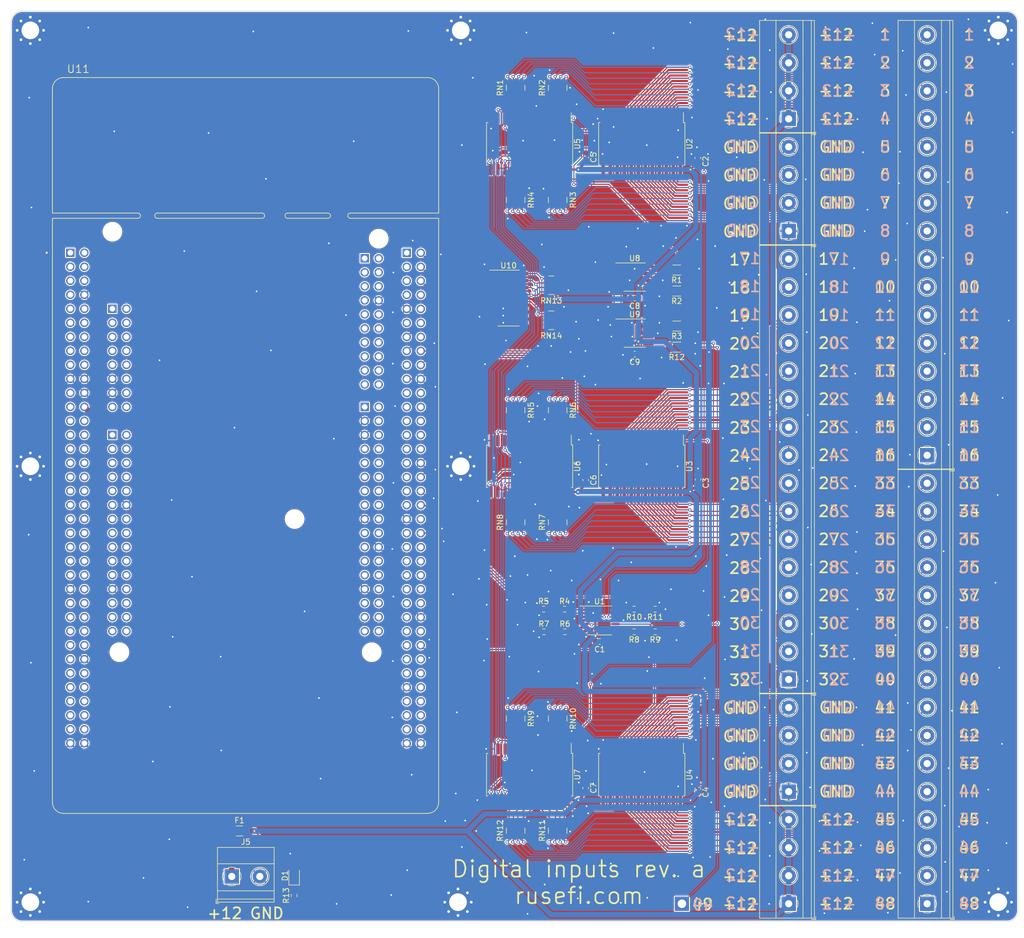
<source format=kicad_pcb>
(kicad_pcb (version 20210424) (generator pcbnew)
  (layers (0 "F.Cu" signal) (31 "B.Cu" signal) (34 "B.Paste" user) (35 "F.Paste" user) (36 "B.SilkS" user "B.Silkscreen") (37 "F.SilkS" user "F.Silkscreen") (38 "B.Mask" user) (39 "F.Mask" user) (44 "Edge.Cuts" user))
  (net 0 "")
  (net 1 "GND")
  (net 2 "+12V")
  (net 3 "Net-(R1-Pad1)")
  (net 4 "Net-(R1-Pad2)")
  (net 5 "Net-(R2-Pad1)")
  (net 6 "Net-(R2-Pad2)")
  (net 7 "Net-(R3-Pad1)")
  (net 8 "Net-(R3-Pad2)")
  (net 9 "/TST16")
  (net 10 "/IN0")
  (net 11 "/TST15")
  (net 12 "/IN1")
  (net 13 "/TST14")
  (net 14 "/IN2")
  (net 15 "/TST13")
  (net 16 "/TST12")
  (net 17 "/TST11")
  (net 18 "Net-(RN1-Pad1)")
  (net 19 "Net-(RN1-Pad3)")
  (net 20 "Net-(RN1-Pad2)")
  (net 21 "Net-(RN1-Pad4)")
  (net 22 "Net-(RN2-Pad1)")
  (net 23 "Net-(RN2-Pad3)")
  (net 24 "Net-(RN2-Pad2)")
  (net 25 "Net-(RN2-Pad4)")
  (net 26 "/TST10")
  (net 27 "Net-(RN3-Pad1)")
  (net 28 "Net-(RN3-Pad3)")
  (net 29 "Net-(RN3-Pad2)")
  (net 30 "Net-(RN3-Pad4)")
  (net 31 "/TST9")
  (net 32 "/TST8")
  (net 33 "/TST7")
  (net 34 "Net-(RN4-Pad1)")
  (net 35 "Net-(RN4-Pad3)")
  (net 36 "Net-(RN4-Pad2)")
  (net 37 "Net-(RN4-Pad4)")
  (net 38 "Net-(RN5-Pad7)")
  (net 39 "Net-(RN5-Pad8)")
  (net 40 "Net-(RN5-Pad6)")
  (net 41 "Net-(RN5-Pad5)")
  (net 42 "Net-(RN6-Pad7)")
  (net 43 "Net-(RN6-Pad8)")
  (net 44 "Net-(RN6-Pad6)")
  (net 45 "Net-(RN6-Pad5)")
  (net 46 "Net-(RN7-Pad7)")
  (net 47 "Net-(RN7-Pad8)")
  (net 48 "Net-(RN7-Pad6)")
  (net 49 "Net-(RN7-Pad5)")
  (net 50 "Net-(RN8-Pad7)")
  (net 51 "Net-(RN8-Pad8)")
  (net 52 "Net-(RN8-Pad6)")
  (net 53 "Net-(RN8-Pad5)")
  (net 54 "Net-(RN10-Pad7)")
  (net 55 "Net-(RN10-Pad8)")
  (net 56 "Net-(RN10-Pad6)")
  (net 57 "Net-(RN10-Pad5)")
  (net 58 "Net-(RN11-Pad7)")
  (net 59 "Net-(RN11-Pad8)")
  (net 60 "Net-(RN11-Pad6)")
  (net 61 "Net-(RN11-Pad5)")
  (net 62 "Net-(RN12-Pad7)")
  (net 63 "Net-(RN12-Pad8)")
  (net 64 "Net-(RN12-Pad6)")
  (net 65 "Net-(RN12-Pad5)")
  (net 66 "/A2")
  (net 67 "/A3")
  (net 68 "/A1")
  (net 69 "/A0")
  (net 70 "Net-(F1-Pad2)")
  (net 73 "/OFF")
  (net 74 "Net-(U1-Pad3)")
  (net 75 "Net-(U1-Pad12)")
  (net 76 "Net-(U1-Pad10)")
  (net 78 "/OUT0")
  (net 79 "/OUT1")
  (net 82 "/OUT2")
  (net 83 "/OUT3")
  (net 89 "/ADR0")
  (net 90 "/ADR1")
  (net 91 "/ADR2")
  (net 157 "/ADR3")
  (net 249 "/MUX_OFF")
  (net 301 "/TST6")
  (net 302 "/TST5")
  (net 303 "/TST4")
  (net 304 "/TST3")
  (net 305 "/TST2")
  (net 306 "/TST1")
  (net 307 "/TST32")
  (net 308 "/TST31")
  (net 309 "/TST30")
  (net 310 "/TST29")
  (net 311 "/TST28")
  (net 312 "/TST27")
  (net 313 "/TST26")
  (net 314 "/TST25")
  (net 315 "/TST24")
  (net 316 "/TST23")
  (net 317 "/TST22")
  (net 318 "/TST21")
  (net 319 "/TST20")
  (net 320 "/TST19")
  (net 321 "/TST18")
  (net 322 "/TST17")
  (net 323 "/TST48")
  (net 324 "/TST47")
  (net 325 "/TST46")
  (net 326 "/TST45")
  (net 327 "/TST44")
  (net 328 "/TST43")
  (net 329 "/TST42")
  (net 330 "/TST41")
  (net 331 "/TST40")
  (net 332 "/TST39")
  (net 333 "/TST38")
  (net 334 "/TST37")
  (net 335 "/TST36")
  (net 336 "/TST35")
  (net 337 "/TST34")
  (net 338 "/TST33")
  (net 339 "/TST49")
  (net 340 "Net-(R4-Pad2)")
  (net 341 "Net-(R6-Pad2)")
  (net 342 "Net-(R8-Pad2)")
  (net 343 "Net-(RN9-Pad8)")
  (net 344 "/IN3")
  (net 345 "Net-(R10-Pad2)")
  (net 346 "Net-(R12-Pad2)")
  (net 347 "Net-(RN9-Pad5)")
  (net 348 "Net-(RN9-Pad6)")
  (net 349 "Net-(RN9-Pad7)")
  (net 350 "Net-(D1-Pad1)")
  (footprint "MountingHole:MountingHole_3.2mm_M3_Pad_Via" (layer "F.Cu") (at 208 208.5)
    (fp_text reference "J12" hide)
    (fp_text value "Conn_01x01")
  )
  (footprint "TerminalBlock_Phoenix:TerminalBlock_Phoenix_MKDS-1,5-4-5.08_1x04_P5.08mm_Horizontal" (layer "F.Cu") (at 267.925 188.459999 90)
    (fp_text reference "J6" hide)
    (fp_text value "Conn_01x04" hide)
  )
  (footprint "LED_SMD:LED_0805_2012Metric" (layer "F.Cu") (at 178.3 203.7 90)
    (fp_text reference "D1")
    (fp_text value "LED")
  )
  (footprint "TerminalBlock_Phoenix:TerminalBlock_Phoenix_MKDS-1,5-2-5.08_1x02_P5.08mm_Horizontal" (layer "F.Cu") (at 167.005 203.835)
    (fp_text reference "J5")
    (fp_text value "Conn_01x02")
  )
  (footprint "Resistor_SMD:R_1206_3216Metric" (layer "F.Cu") (at 247.65 93.94 180)
    (fp_text reference "R1")
    (fp_text value "1.2k")
  )
  (footprint "Resistor_SMD:R_Array_Convex_4x0603" (layer "F.Cu") (at 218.44 195.54 90)
    (fp_text reference "RN12")
    (fp_text value "0")
  )
  (footprint "Resistor_SMD:R_0603_1608Metric" (layer "F.Cu") (at 223.565 159.5)
    (fp_text reference "R7")
    (fp_text value "1.5k")
  )
  (footprint "Capacitor_SMD:C_0603_1608Metric" (layer "F.Cu") (at 240.03 99.02 180)
    (fp_text reference "C8")
    (fp_text value "100n")
  )
  (footprint "Resistor_SMD:R_Array_Convex_4x0603" (layer "F.Cu") (at 218.44 175.22 -90)
    (fp_text reference "RN9")
    (fp_text value "0")
  )
  (footprint "Resistor_SMD:R_1206_3216Metric" (layer "F.Cu") (at 247.65 107.91 180)
    (fp_text reference "R12")
    (fp_text value "1.2k")
  )
  (footprint "Package_SO:TSSOP-14_4.4x5mm_P0.65mm" (layer "F.Cu") (at 233.68 157.44)
    (fp_text reference "U1")
    (fp_text value "OPA4192IPW")
  )
  (footprint "Fuse:Fuse_1206_3216Metric" (layer "F.Cu") (at 168.4 195.58 180)
    (fp_text reference "F1")
    (fp_text value "1.8A")
  )
  (footprint "Resistor_SMD:R_0603_1608Metric" (layer "F.Cu") (at 243.735 155.4 180)
    (fp_text reference "R11")
    (fp_text value "1.5k")
  )
  (footprint "MountingHole:MountingHole_3.2mm_M3_Pad_Via" (layer "F.Cu") (at 208.5 129.5)
    (fp_text reference "J10" hide)
    (fp_text value "Conn_01x01")
  )
  (footprint "TerminalBlock_Phoenix:TerminalBlock_Phoenix_MKDS-1,5-4-5.08_1x04_P5.08mm_Horizontal" (layer "F.Cu") (at 267.925 86.86 90)
    (fp_text reference "J7" hide)
    (fp_text value "Conn_01x04" hide)
  )
  (footprint "Capacitor_SMD:C_0603_1608Metric" (layer "F.Cu") (at 240.03 109.18 180)
    (fp_text reference "C9")
    (fp_text value "100n")
  )
  (footprint "TerminalBlock_Phoenix:TerminalBlock_Phoenix_MKDS-1,5-4-5.08_1x04_P5.08mm_Horizontal" (layer "F.Cu") (at 267.925 66.54 90)
    (fp_text reference "J8" hide)
    (fp_text value "Conn_01x04" hide)
  )
  (footprint "Capacitor_SMD:C_0603_1608Metric" (layer "F.Cu") (at 251.46 73.62 -90)
    (fp_text reference "C2")
    (fp_text value "100n")
  )
  (footprint "TerminalBlock_Phoenix:TerminalBlock_Phoenix_MKDS-1,5-16-5.08_1x16_P5.08mm_Horizontal" (layer "F.Cu") (at 293.02 208.78 90)
    (fp_text reference "J3" hide)
    (fp_text value "Conn_01x16" hide)
  )
  (footprint "Resistor_SMD:R_0603_1608Metric" (layer "F.Cu") (at 223.52 155.4)
    (fp_text reference "R5")
    (fp_text value "1.5k")
  )
  (footprint "MountingHole:MountingHole_3.2mm_M3_Pad_Via" (layer "F.Cu") (at 305.914214 208.5)
    (fp_text reference "J16" hide)
    (fp_text value "Conn_01x01")
  )
  (footprint "Package_SO:SOIC-24W_7.5x15.4mm_P1.27mm" (layer "F.Cu") (at 241.3 71.08 -90)
    (fp_text reference "U2")
    (fp_text value "CD4067BM96")
  )
  (footprint "Resistor_SMD:R_Array_Convex_4x0603" (layer "F.Cu") (at 226.06 81.24 -90)
    (fp_text reference "RN3")
    (fp_text value "0")
  )
  (footprint "Package_SO:SOIC-24W_7.5x15.4mm_P1.27mm" (layer "F.Cu") (at 241.3 185.38 -90)
    (fp_text reference "U4")
    (fp_text value "CD4067BM96")
  )
  (footprint "Resistor_SMD:R_Array_Convex_4x0603" (layer "F.Cu") (at 226.06 175.22 -90)
    (fp_text reference "RN10")
    (fp_text value "0")
  )
  (footprint "Capacitor_SMD:C_0603_1608Metric" (layer "F.Cu") (at 231.14 187.825 -90)
    (fp_text reference "C7")
    (fp_text value "100n")
  )
  (footprint "MountingHole:MountingHole_3.2mm_M3_Pad_Via" (layer "F.Cu") (at 305.914214 50.5)
    (fp_text reference "J11" hide)
    (fp_text value "Conn_01x01")
  )
  (footprint "Resistor_SMD:R_0603_1608Metric" (layer "F.Cu") (at 178.3 207.3 90)
    (fp_text reference "R13")
    (fp_text value "4.7k")
  )
  (footprint "Resistor_SMD:R_Array_Convex_4x0603" (layer "F.Cu") (at 224.91 96.69 180)
    (fp_text reference "RN13")
    (fp_text value "10k")
  )
  (footprint "lib:MODULE_NUCLEO-F429ZI" (layer "F.Cu") (at 169.5 125.73)
    (fp_text reference "U11")
    (fp_text value "NUCLEO-F429ZI")
  )
  (footprint "Capacitor_SMD:C_0603_1608Metric" (layer "F.Cu") (at 231.14 132 -90)
    (fp_text reference "C6")
    (fp_text value "100n")
  )
  (footprint "Capacitor_SMD:C_0603_1608Metric" (layer "F.Cu") (at 233.68 161.25 180)
    (fp_text reference "C1")
    (fp_text value "100n")
  )
  (footprint "Resistor_SMD:R_1206_3216Metric" (layer "F.Cu") (at 247.65 104.1 180)
    (fp_text reference "R3")
    (fp_text value "1.2k")
  )
  (footprint "TerminalBlock_Phoenix:TerminalBlock_Phoenix_MKDS-1,5-16-5.08_1x16_P5.08mm_Horizontal" (layer "F.Cu") (at 293.02 127.5 90)
    (fp_text reference "J1" hide)
    (fp_text value "Conn_01x16" hide)
  )
  (footprint "Package_SO:SOIC-24W_7.5x15.4mm_P1.27mm" (layer "F.Cu") (at 220.98 71.08 -90)
    (fp_text reference "U5")
    (fp_text value "CD4067BM96")
  )
  (footprint "Resistor_SMD:R_1206_3216Metric" (layer "F.Cu") (at 247.65 97.75 180)
    (fp_text reference "R2")
    (fp_text value "1.2k")
  )
  (footprint "Resistor_SMD:R_Array_Convex_4x0603" (layer "F.Cu") (at 226.06 119.34 -90)
    (fp_text reference "RN6")
    (fp_text value "0")
  )
  (footprint "Resistor_SMD:R_Array_Convex_4x0603" (layer "F.Cu") (at 226.06 195.54 90)
    (fp_text reference "RN11")
    (fp_text value "0")
  )
  (footprint "Package_SO:SOIC-16_3.9x9.9mm_P1.27mm" (layer "F.Cu") (at 217.17 99.02)
    (fp_text reference "U10")
    (fp_text value "ULN2003A")
  )
  (footprint "TerminalBlock_Phoenix:TerminalBlock_Phoenix_MKDS-1,5-16-5.08_1x16_P5.08mm_Horizontal" (layer "F.Cu") (at 267.925 168.14 90)
    (fp_text reference "J2" hide)
    (fp_text value "Conn_01x16" hide)
  )
  (footprint "MountingHole:MountingHole_3.2mm_M3_Pad_Via" (layer "F.Cu") (at 130.5 50.5)
    (fp_text reference "J13" hide)
    (fp_text value "Conn_01x01")
  )
  (footprint "Resistor_SMD:R_0603_1608Metric" (layer "F.Cu") (at 239.925 159.5 180)
    (fp_text reference "R8")
    (fp_text value "4.7k")
  )
  (footprint "Resistor_SMD:R_0603_1608Metric" (layer "F.Cu") (at 227.375 159.5)
    (fp_text reference "R6")
    (fp_text value "4.7k")
  )
  (footprint "Package_SO:SOIC-8_3.9x4.9mm_P1.27mm" (layer "F.Cu") (at 240.03 95.21)
    (fp_text reference "U8")
    (fp_text value "TC4427")
  )
  (footprint "MountingHole:MountingHole_3.2mm_M3_Pad_Via" (layer "F.Cu") (at 208.5 50.5)
    (fp_text reference "J14" hide)
    (fp_text value "Conn_01x01")
  )
  (footprint "Resistor_SMD:R_Array_Convex_4x0603" (layer "F.Cu") (at 226.06 60.92 90)
    (fp_text reference "RN2")
    (fp_text value "0")
  )
  (footprint "Resistor_SMD:R_0603_1608Metric" (layer "F.Cu") (at 227.33 155.4)
    (fp_text reference "R4")
    (fp_text value "4.7k")
  )
  (footprint "Resistor_SMD:R_Array_Convex_4x0603" (layer "F.Cu") (at 218.44 139.66 90)
    (fp_text reference "RN8")
    (fp_text value "0")
  )
  (footprint "Resistor_SMD:R_0603_1608Metric" (layer "F.Cu") (at 239.925 155.4 180)
    (fp_text reference "R10")
    (fp_text value "4.7k")
  )
  (footprint "Package_SO:SOIC-24W_7.5x15.4mm_P1.27mm" (layer "F.Cu") (at 220.98 129.5 -90)
    (fp_text reference "U6")
    (fp_text value "CD4067BM96")
  )
  (footprint "Resistor_SMD:R_Array_Convex_4x0603" (layer "F.Cu") (at 226.06 139.66 90)
    (fp_text reference "RN7")
    (fp_text value "0")
  )
  (footprint "Package_SO:SOIC-24W_7.5x15.4mm_P1.27mm" (layer "F.Cu") (at 241.3 129.5 -90)
    (fp_text reference "U3")
    (fp_text value "CD4067BM96")
  )
  (footprint "Resistor_SMD:R_Array_Convex_4x0603" (layer "F.Cu") (at 218.44 119.34 -90)
    (fp_text reference "RN5")
    (fp_text value "0")
  )
  (footprint "Connector_Wire:SolderWire-0.75sqmm_1x01_D1.25mm_OD2.3mm" (layer "F.Cu") (at 248.58 208.78)
    (fp_text reference "J4" hide)
    (fp_text value "Conn_01x01")
  )
  (footprint "Capacitor_SMD:C_0603_1608Metric" (layer "F.Cu") (at 251.46 187.92 -90)
    (fp_text reference "C4")
    (fp_text value "100n")
  )
  (footprint "Resistor_SMD:R_Array_Convex_4x0603" (layer "F.Cu") (at 218.44 81.24 -90)
    (fp_text reference "RN4")
    (fp_text value "0")
  )
  (footprint "Package_SO:SOIC-24W_7.5x15.4mm_P1.27mm" (layer "F.Cu") (at 220.98 185.38 -90)
    (fp_text reference "U7")
    (fp_text value "CD4067BM96")
  )
  (footprint "Capacitor_SMD:C_0603_1608Metric" (layer "F.Cu") (at 231.14 73.525 -90)
    (fp_text reference "C5")
    (fp_text value "100n")
  )
  (footprint "MountingHole:MountingHole_3.2mm_M3_Pad_Via" (layer "F.Cu") (at 130.5 208.5)
    (fp_text reference "J17" hide)
    (fp_text value "Conn_01x01")
  )
  (footprint "Resistor_SMD:R_Array_Convex_4x0603" (layer "F.Cu") (at 224.91 103.04 180)
    (fp_text reference "RN14")
    (fp_text value "10k")
  )
  (footprint "Package_SO:SOIC-8_3.9x4.9mm_P1.27mm" (layer "F.Cu") (at 240.03 105.37)
    (fp_text reference "U9")
    (fp_text value "TC4427")
  )
  (footprint "MountingHole:MountingHole_3.2mm_M3_Pad_Via" (layer "F.Cu") (at 130.5 129.5)
    (fp_text reference "J15" hide)
    (fp_text value "Conn_01x01")
  )
  (footprint "Resistor_SMD:R_0603_1608Metric" (layer "F.Cu") (at 243.735 159.5 180)
    (fp_text reference "R9")
    (fp_text value "1.5k")
  )
  (footprint "Capacitor_SMD:C_0603_1608Metric" (layer "F.Cu") (at 251.5 131.9 -90)
    (fp_text reference "C3")
    (fp_text value "100n")
  )
  (footprint "TerminalBlock_Phoenix:TerminalBlock_Phoenix_MKDS-1,5-4-5.08_1x04_P5.08mm_Horizontal" (layer "F.Cu") (at 267.925 208.78 90)
    (fp_text reference "J9" hide)
    (fp_text value "Conn_01x04" hide)
  )
  (footprint "Resistor_SMD:R_Array_Convex_4x0603" (layer "F.Cu") (at 218.44 60.92 90)
    (fp_text reference "RN1")
    (fp_text value "0")
  )
  (gr_arc (start 129 49) (end 127 49) (angle 90) (layer "Edge.Cuts") (width 0.1))
  (gr_arc (start 129 210) (end 127 210) (angle -90) (layer "Edge.Cuts") (width 0.1))
  (gr_line (start 309.5 49) (end 309.5 210) (layer "Edge.Cuts") (width 0.1))
  (gr_line (start 127 49) (end 127 210) (layer "Edge.Cuts") (width 0.1))
  (gr_line (start 307.5 212) (end 129 212) (layer "Edge.Cuts") (width 0.1))
  (gr_line (start 307.5 47) (end 129 47) (layer "Edge.Cuts") (width 0.1))
  (gr_arc (start 307.5 210) (end 307.5 212) (angle -90) (layer "Edge.Cuts") (width 0.1))
  (gr_arc (start 307.5 49) (end 307.5 47) (angle 90) (layer "Edge.Cuts") (width 0.1))
  (gr_text "+12" (at 277.03 66.575) (layer "B.SilkS") (effects (font (size 2 2) (thickness 0.3)) (justify mirror)))
  (gr_text "20" (at 260.87 107.08) (layer "B.SilkS") (effects (font (size 2 2) (thickness 0.3)) (justify mirror)))
  (gr_text "22" (at 277.03 117.375) (layer "B.SilkS") (effects (font (size 2 2) (thickness 0.3)) (justify mirror)))
  (gr_text "44" (at 285.4 188.46) (layer "B.SilkS") (effects (font (size 2 2) (thickness 0.3)) (justify mirror)))
  (gr_text "+12" (at 259.6 198.52) (layer "B.SilkS") (effects (font (size 2 2) (thickness 0.3)) (justify mirror)))
  (gr_text "21" (at 260.87 112.16) (layer "B.SilkS") (effects (font (size 2 2) (thickness 0.3)) (justify mirror)))
  (gr_text "GND" (at 277.03 183.415) (layer "B.SilkS") (effects (font (size 2 2) (thickness 0.3)) (justify mirror)))
  (gr_text "14" (at 285.4 117.34) (layer "B.SilkS") (effects (font (size 2 2) (thickness 0.3)) (justify mirror)))
  (gr_text "GND" (at 277.03 81.815) (layer "B.SilkS") (effects (font (size 2 2) (thickness 0.3)) (justify mirror)))
  (gr_text "30" (at 260.87 157.88) (layer "B.SilkS") (effects (font (size 2 2) (thickness 0.3)) (justify mirror)))
  (gr_text "27" (at 277.03 142.775) (layer "B.SilkS") (effects (font (size 2 2) (thickness 0.3)) (justify mirror)))
  (gr_text "GND" (at 259.6 81.68) (layer "B.SilkS") (effects (font (size 2 2) (thickness 0.3)) (justify mirror)))
  (gr_text "9" (at 285.4 91.94) (layer "B.SilkS") (effects (font (size 2 2) (thickness 0.3)) (justify mirror)))
  (gr_text "2" (at 300.64 56.38) (layer "B.SilkS") (effects (font (size 2 2) (thickness 0.3)) (justify mirror)))
  (gr_text "39" (at 285.4 163.06) (layer "B.SilkS") (effects (font (size 2 2) (thickness 0.3)) (justify mirror)))
  (gr_text "4" (at 300.64 66.54) (layer "B.SilkS") (effects (font (size 2 2) (thickness 0.3)) (justify mirror)))
  (gr_text "36" (at 300.64 147.82) (layer "B.SilkS") (effects (font (size 2 2) (thickness 0.3)) (justify mirror)))
  (gr_text "34" (at 285.4 137.66) (layer "B.SilkS") (effects (font (size 2 2) (thickness 0.3)) (justify mirror)))
  (gr_text "32" (at 277.03 168.175) (layer "B.SilkS") (effects (font (size 2 2) (thickness 0.3)) (justify mirror)))
  (gr_text "19" (at 260.87 102) (layer "B.SilkS") (effects (font (size 2 2) (thickness 0.3)) (justify mirror)))
  (gr_text "+12" (at 259.6 56.28) (layer "B.SilkS") (effects (font (size 2 2) (thickness 0.3)) (justify mirror)))
  (gr_text "+12" (at 277.03 56.415) (layer "B.SilkS") (effects (font (size 2 2) (thickness 0.3)) (justify mirror)))
  (gr_text "+12" (at 277.03 198.655) (layer "B.SilkS") (effects (font (size 2 2) (thickness 0.3)) (justify mirror)))
  (gr_text "2" (at 285.4 56.38) (layer "B.SilkS") (effects (font (size 2 2) (thickness 0.3)) (justify mirror)))
  (gr_text "46" (at 300.64 198.62) (layer "B.SilkS") (effects (font (size 2 2) (thickness 0.3)) (justify mirror)))
  (gr_text "7" (at 285.4 81.78) (layer "B.SilkS") (effects (font (size 2 2) (thickness 0.3)) (justify mirror)))
  (gr_text "32" (at 260.87 168.04) (layer "B.SilkS") (effects (font (size 2 2) (thickness 0.3)) (justify mirror)))
  (gr_text "GND" (at 259.6 183.28) (layer "B.SilkS") (effects (font (size 2 2) (thickness 0.3)) (justify mirror)))
  (gr_text "27" (at 260.87 142.64) (layer "B.SilkS") (effects (font (size 2 2) (thickness 0.3)) (justify mirror)))
  (gr_text "10" (at 300.64 97.02) (layer "B.SilkS") (effects (font (size 2 2) (thickness 0.3)) (justify mirror)))
  (gr_text "+12" (at 277.03 51.335) (layer "B.SilkS") (effects (font (size 2 2) (thickness 0.3)) (justify mirror)))
  (gr_text "14" (at 300.64 117.34) (layer "B.SilkS") (effects (font (size 2 2) (thickness 0.3)) (justify mirror)))
  (gr_text "17" (at 277.03 91.975) (layer "B.SilkS") (effects (font (size 2 2) (thickness 0.3)) (justify mirror)))
  (gr_text "11" (at 285.4 102.1) (layer "B.SilkS") (effects (font (size 2 2) (thickness 0.3)) (justify mirror)))
  (gr_text "31" (at 277.03 163.095) (layer "B.SilkS") (effects (font (size 2 2) (thickness 0.3)) (justify mirror)))
  (gr_text "26" (at 260.87 137.56) (layer "B.SilkS") (effects (font (size 2 2) (thickness 0.3)) (justify mirror)))
  (gr_text "3" (at 300.64 61.46) (layer "B.SilkS") (effects (font (size 2 2) (thickness 0.3)) (justify mirror)))
  (gr_text "37" (at 285.4 152.9) (layer "B.SilkS") (effects (font (size 2 2) (thickness 0.3)) (justify mirror)))
  (gr_text "6" (at 285.4 76.7) (layer "B.SilkS") (effects (font (size 2 2) (thickness 0.3)) (justify mirror)))
  (gr_text "GND" (at 259.6 178.2) (layer "B.SilkS") (effects (font (size 2 2) (thickness 0.3)) (justify mirror)))
  (gr_text "37" (at 300.64 152.9) (layer "B.SilkS") (effects (font (size 2 2) (thickness 0.3)) (justify mirror)))
  (gr_text "GND" (at 259.6 86.76) (layer "B.SilkS") (effects (font (size 2 2) (thickness 0.3)) (justify mirror)))
  (gr_text "+12" (at 277.03 193.575) (layer "B.SilkS") (effects (font (size 2 2) (thickness 0.3)) (justify mirror)))
  (gr_text "48" (at 300.64 208.78) (layer "B.SilkS") (effects (font (size 2 2) (thickness 0.3)) (justify mirror)))
  (gr_text "26" (at 277.03 137.695) (layer "B.SilkS") (effects (font (size 2 2) (thickness 0.3)) (justify mirror)))
  (gr_text "9" (at 300.64 91.94) (layer "B.SilkS") (effects (font (size 2 2) (thickness 0.3)) (justify mirror)))
  (gr_text "28" (at 260.87 147.72) (layer "B.SilkS") (effects (font (size 2 2) (thickness 0.3)) (justify mirror)))
  (gr_text "46" (at 285.4 198.62) (layer "B.SilkS") (effects (font (size 2 2) (thickness 0.3)) (justify mirror)))
  (gr_text "+12" (at 259.6 51.2) (layer "B.SilkS") (effects (font (size 2 2) (thickness 0.3)) (justify mirror)))
  (gr_text "+12" (at 277.03 203.735) (layer "B.SilkS") (effects (font (size 2 2) (thickness 0.3)) (justify mirror)))
  (gr_text "18" (at 260.87 96.92) (layer "B.SilkS") (effects (font (size 2 2) (thickness 0.3)) (justify mirror)))
  (gr_text "30" (at 277.03 158.015) (layer "B.SilkS") (effects (font (size 2 2) (thickness 0.3)) (justify mirror)))
  (gr_text "6" (at 300.64 76.7) (layer "B.SilkS") (effects (font (size 2 2) (thickness 0.3)) (justify mirror)))
  (gr_text "49" (at 252.4 209) (layer "B.SilkS") (effects (font (size 2 2) (thickness 0.3)) (justify mirror)))
  (gr_text "+12" (at 259.6 208.68) (layer "B.SilkS") (effects (font (size 2 2) (thickness 0.3)) (justify mirror)))
  (gr_text "16" (at 285.4 127.5) (layer "B.SilkS") (effects (font (size 2 2) (thickness 0.3)) (justify mirror)))
  (gr_text "16" (at 300.64 127.5) (layer "B.SilkS") (effects (font (size 2 2) (thickness 0.3)) (justify mirror)))
  (gr_text "12" (at 300.64 107.18) (layer "B.SilkS") (effects (font (size 2 2) (thickness 0.3)) (justify mirror)))
  (gr_text "36" (at 285.4 147.82) (layer "B.SilkS") (effects (font (size 2 2) (thickness 0.3)) (justify mirror)))
  (gr_text "3" (at 285.4 61.46) (layer "B.SilkS") (effects (font (size 2 2) (thickness 0.3)) (justify mirror)))
  (gr_text "13" (at 300.64 112.26) (layer "B.SilkS") (effects (font (size 2 2) (thickness 0.3)) (justify mirror)))
  (gr_text "48" (at 285.4 208.78) (layer "B.SilkS") (effects (font (size 2 2) (thickness 0.3)) (justify mirror)))
  (gr_text "35" (at 285.4 142.74) (layer "B.SilkS") (effects (font (size 2 2) (thickness 0.3)) (justify mirror)))
  (gr_text "33" (at 285.4 132.58) (layer "B.SilkS") (effects (font (size 2 2) (thickness 0.3)) (justify mirror)))
  (gr_text "8" (at 285.4 86.86) (layer "B.SilkS") (effects (font (size 2 2) (thickness 0.3)) (justify mirror)))
  (gr_text "23" (at 260.87 122.32) (layer "B.SilkS") (effects (font (size 2 2) (thickness 0.3)) (justify mirror)))
  (gr_text "24" (at 260.87 127.4) (layer "B.SilkS") (effects (font (size 2 2) (thickness 0.3)) (justify mirror)))
  (gr_text "13" (at 285.4 112.26) (layer "B.SilkS") (effects (font (size 2 2) (thickness 0.3)) (justify mirror)))
  (gr_text "12" (at 285.4 107.18) (layer "B.SilkS") (effects (font (size 2 2) (thickness 0.3)) (justify mirror)))
  (gr_text "40" (at 285.4 168.14) (layer "B.SilkS") (effects (font (size 2 2) (thickness 0.3)) (justify mirror)))
  (gr_text "5" (at 300.64 71.62) (layer "B.SilkS") (effects (font (size 2 2) (thickness 0.3)) (justify mirror)))
  (gr_text "GND" (at 277.03 86.895) (layer "B.SilkS") (effects (font (size 2 2) (thickness 0.3)) (justify mirror)))
  (gr_text "GND" (at 259.6 173.12) (layer "B.SilkS") (effects (font (size 2 2) (thickness 0.3)) (justify mirror)))
  (gr_text "21" (at 277.03 112.295) (layer "B.SilkS") (effects (font (size 2 2) (thickness 0.3)) (justify mirror)))
  (gr_text "47" (at 285.4 203.7) (layer "B.SilkS") (effects (font (size 2 2) (thickness 0.3)) (justify mirror)))
  (gr_text "43" (at 300.64 183.38) (layer "B.SilkS") (effects (font (size 2 2) (thickness 0.3)) (justify mirror)))
  (gr_text "+12" (at 259.6 193.44) (layer "B.SilkS") (effects (font (size 2 2) (thickness 0.3)) (justify mirror)))
  (gr_text "25" (at 277.03 132.615) (layer "B.SilkS") (effects (font (size 2 2) (thickness 0.3)) (justify mirror)))
  (gr_text "+12" (at 277.03 61.495) (layer "B.SilkS") (effects (font (size 2 2) (thickness 0.3)) (justify mirror)))
  (gr_text "17" (at 260.87 91.84) (layer "B.SilkS") (effects (font (size 2 2) (thickness 0.3)) (justify mirror)))
  (gr_text "20" (at 277.03 107.215) (layer "B.SilkS") (effects (font (size 2 2) (thickness 0.3)) (justify mirror)))
  (gr_text "31" (at 260.87 162.96) (layer "B.SilkS") (effects (font (size 2 2) (thickness 0.3)) (justify mirror)))
  (gr_text "18" (at 277.03 97.055) (layer "B.SilkS") (effects (font (size 2 2) (thickness 0.3)) (justify mirror)))
  (gr_text "GND" (at 277.03 178.335) (layer "B.SilkS") (effects (font (size 2 2) (thickness 0.3)) (justify mirror)))
  (gr_text "GND" (at 259.6 71.52) (layer "B.SilkS") (effects (font (size 2 2) (thickness 0.3)) (justify mirror)))
  (gr_text "44" (at 300.64 188.46) (layer "B.SilkS") (effects (font (size 2 2) (thickness 0.3)) (justify mirror)))
  (gr_text "GND" (at 277.03 71.655) (layer "B.SilkS") (effects (font (size 2 2) (thickness 0.3)) (justify mirror)))
  (gr_text "35" (at 300.64 142.74) (layer "B.SilkS") (effects (font (size 2 2) (thickness 0.3)) (justify mirror)))
  (gr_text "8" (at 300.64 86.86) (layer "B.SilkS") (effects (font (size 2 2) (thickness 0.3)) (justify mirror)))
  (gr_text "5" (at 285.4 71.62) (layer "B.SilkS") (effects (font (size 2 2) (thickness 0.3)) (justify mirror)))
  (gr_text "43" (at 285.4 183.38) (layer "B.SilkS") (effects (font (size 2 2) (thickness 0.3)) (justify mirror)))
  (gr_text "42" (at 285.4 178.3) (layer "B.SilkS") (effects (font (size 2 2) (thickness 0.3)) (justify mirror)))
  (gr_text "1" (at 300.64 51.3) (layer "B.SilkS") (effects (font (size 2 2) (thickness 0.3)) (justify mirror)))
  (gr_text "29" (at 277.03 152.935) (layer "B.SilkS") (effects (font (size 2 2) (thickness 0.3)) (justify mirror)))
  (gr_text "39" (at 300.64 163.06) (layer "B.SilkS") (effects (font (size 2 2) (thickness 0.3)) (justify mirror)))
  (gr_text "41" (at 300.64 173.22) (layer "B.SilkS") (effects (font (size 2 2) (thickness 0.3)) (justify mirror)))
  (gr_text "47" (at 300.64 203.7) (layer "B.SilkS") (effects (font (size 2 2) (thickness 0.3)) (justify mirror)))
  (gr_text "11" (at 300.64 102.1) (layer "B.SilkS") (effects (font (size 2 2) (thickness 0.3)) (justify mirror)))
  (gr_text "19" (at 277.03 102.135) (layer "B.SilkS") (effects (font (size 2 2) (thickness 0.3)) (justify mirror)))
  (gr_text "GND" (at 277.03 76.735) (layer "B.SilkS") (effects (font (size 2 2) (thickness 0.3)) (justify mirror)))
  (gr_text "+12" (at 259.6 61.36) (layer "B.SilkS") (effects (font (size 2 2) (thickness 0.3)) (justify mirror)))
  (gr_text "45" (at 300.64 193.54) (layer "B.SilkS") (effects (font (size 2 2) (thickness 0.3)) (justify mirror)))
  (gr_text "28" (at 277.03 147.855) (layer "B.SilkS") (effects (font (size 2 2) (thickness 0.3)) (justify mirror)))
  (gr_text "+12" (at 277.03 208.815) (layer "B.SilkS") (effects (font (size 2 2) (thickness 0.3)) (justify mirror)))
  (gr_text "23" (at 277.03 122.455) (layer "B.SilkS") (effects (font (size 2 2) (thickness 0.3)) (justify mirror)))
  (gr_text "38" (at 300.64 157.98) (layer "B.SilkS") (effects (font (size 2 2) (thickness 0.3)) (justify mirror)))
  (gr_text "+12" (at 259.6 66.44) (layer "B.SilkS") (effects (font (size 2 2) (thickness 0.3)) (justify mirror)))
  (gr_text "4" (at 285.4 66.54) (layer "B.SilkS") (effects (font (size 2 2) (thickness 0.3)) (justify mirror)))
  (gr_text "24" (at 277.03 127.535) (layer "B.SilkS") (effects (font (size 2 2) (thickness 0.3)) (justify mirror)))
  (gr_text "22" (at 260.87 117.24) (layer "B.SilkS") (effects (font (size 2 2) (thickness 0.3)) (justify mirror)))
  (gr_text "34" (at 300.64 137.66) (layer "B.SilkS") (effects (font (size 2 2) (thickness 0.3)) (justify mirror)))
  (gr_text "15" (at 285.4 122.42) (layer "B.SilkS") (effects (font (size 2 2) (thickness 0.3)) (justify mirror)))
  (gr_text "7" (at 300.64 81.78) (layer "B.SilkS") (effects (font (size 2 2) (thickness 0.3)) (justify mirror)))
  (gr_text "+12" (at 259.6 203.6) (layer "B.SilkS") (effects (font (size 2 2) (thickness 0.3)) (justify mirror)))
  (gr_text "GND" (at 277.03 173.255) (layer "B.SilkS") (effects (font (size 2 2) (thickness 0.3)) (justify mirror)))
  (gr_text "40" (at 300.64 168.14) (layer "B.SilkS") (effects (font (size 2 2) (thickness 0.3)) (justify mirror)))
  (gr_text "GND" (at 259.6 188.36) (layer "B.SilkS") (effects (font (size 2 2) (thickness 0.3)) (justify mirror)))
  (gr_text "25" (at 260.87 132.48) (layer "B.SilkS") (effects (font (size 2 2) (thickness 0.3)) (justify mirror)))
  (gr_text "33" (at 300.64 132.58) (layer "B.SilkS") (effects (font (size 2 2) (thickness 0.3)) (justify mirror)))
  (gr_text "29" (at 260.87 152.8) (layer "B.SilkS") (effects (font (size 2 2) (thickness 0.3)) (justify mirror)))
  (gr_text "10" (at 285.4 97.02) (layer "B.SilkS") (effects (font (size 2 2) (thickness 0.3)) (justify mirror)))
  (gr_text "45" (at 285.4 193.54) (layer "B.SilkS") (effects (font (size 2 2) (thickness 0.3)) (justify mirror)))
  (gr_text "1" (at 285.4 51.3) (layer "B.SilkS") (effects (font (size 2 2) (thickness 0.3)) (justify mirror)))
  (gr_text "GND" (at 277.03 188.495) (layer "B.SilkS") (effects (font (size 2 2) (thickness 0.3)) (justify mirror)))
  (gr_text "GND" (at 259.6 76.6) (layer "B.SilkS") (effects (font (size 2 2) (thickness 0.3)) (justify mirror)))
  (gr_text "38" (at 285.4 157.98) (layer "B.SilkS") (effects (font (size 2 2) (thickness 0.3)) (justify mirror)))
  (gr_text "42" (at 300.64 178.3) (layer "B.SilkS") (effects (font (size 2 2) (thickness 0.3)) (justify mirror)))
  (gr_text "41" (at 285.4 173.22) (layer "B.SilkS") (effects (font (size 2 2) (thickness 0.3)) (justify mirror)))
  (gr_text "15" (at 300.64 122.42) (layer "B.SilkS") (effects (font (size 2 2) (thickness 0.3)) (justify mirror)))
  (gr_text "GND" (at 276.51 71.62) (layer "F.SilkS") (effects (font (size 2 2) (thickness 0.3))))
  (gr_text "10" (at 285.4 97.02) (layer "F.SilkS") (effects (font (size 2 2) (thickness 0.3))))
  (gr_text "43" (at 285.4 183.38) (layer "F.SilkS") (effects (font (size 2 2) (thickness 0.3))))
  (gr_text "12" (at 285.4 107.18) (layer "F.SilkS") (effects (font (size 2 2) (thickness 0.3))))
  (gr_text "4" (at 300.64 66.54) (layer "F.SilkS") (effects (font (size 2 2) (thickness 0.3))))
  (gr_text "29" (at 259.08 153.035) (layer "F.SilkS") (effects (font (size 2 2) (thickness 0.3))))
  (gr_text "21" (at 275.24 112.26) (layer "F.SilkS") (effects (font (size 2 2) (thickness 0.3))))
  (gr_text "8" (at 285.4 86.86) (layer "F.SilkS") (effects (font (size 2 2) (thickness 0.3))))
  (gr_text "46" (at 285.4 198.62) (layer "F.SilkS") (effects (font (size 2 2) (thickness 0.3))))
  (gr_text "46" (at 300.64 198.62) (layer "F.SilkS") (effects (font (size 2 2) (thickness 0.3))))
  (gr_text "25" (at 259.08 132.715) (layer "F.SilkS") (effects (font (size 2 2) (thickness 0.3))))
  (gr_text "13" (at 300.64 112.26) (layer "F.SilkS") (effects (font (size 2 2) (thickness 0.3))))
  (gr_text "+12" (at 276.51 203.7) (layer "F.SilkS") (effects (font (size 2 2) (thickness 0.3))))
  (gr_text "+12" (at 165.74 210.515) (layer "F.SilkS") (effects (font (size 2 2) (thickness 0.3))))
  (gr_text "16" (at 300.64 127.5) (layer "F.SilkS") (effects (font (size 2 2) (thickness 0.3))))
  (gr_text "26" (at 275.24 137.66) (layer "F.SilkS") (effects (font (size 2 2) (thickness 0.3))))
  (gr_text "GND" (at 259.08 188.595) (layer "F.SilkS") (effects (font (size 2 2) (thickness 0.3))))
  (gr_text "38" (at 285.4 157.98) (layer "F.SilkS") (effects (font (size 2 2) (thickness 0.3))))
  (gr_text "45" (at 300.64 193.54) (layer "F.SilkS") (effects (font (size 2 2) (thickness 0.3))))
  (gr_text "GND" (at 259.08 173.355) (layer "F.SilkS") (effects (font (size 2 2) (thickness 0.3))))
  (gr_text "29" (at 275.24 152.9) (layer "F.SilkS") (effects (font (size 2 2) (thickness 0.3))))
  (gr_text "11" (at 300.64 102.1) (layer "F.SilkS") (effects (font (size 2 2) (thickness 0.3))))
  (gr_text "33" (at 285.4 132.58) (layer "F.SilkS") (effects (font (size 2 2) (thickness 0.3))))
  (gr_text "15" (at 300.64 122.42) (layer "F.SilkS") (effects (font (size 2 2) (thickness 0.3))))
  (gr_text "5" (at 285.4 71.62) (layer "F.SilkS") (effects (font (size 2 2) (thickness 0.3))))
  (gr_text "+12" (at 276.51 208.78) (layer "F.SilkS") (effects (font (size 2 2) (thickness 0.3))))
  (gr_text "9" (at 300.64 91.94) (layer "F.SilkS") (effects (font (size 2 2) (thickness 0.3))))
  (gr_text "25" (at 275.24 132.58) (layer "F.SilkS") (effects (font (size 2 2) (thickness 0.3))))
  (gr_text "8" (at 300.64 86.86) (layer "F.SilkS") (effects (font (size 2 2) (thickness 0.3))))
  (gr_text "GND" (at 276.51 76.7) (layer "F.SilkS") (effects (font (size 2 2) (thickness 0.3))))
  (gr_text "+12" (at 259.08 51.435) (layer "F.SilkS") (effects (font (size 2 2) (thickness 0.3))))
  (gr_text "6" (at 300.64 76.7) (layer "F.SilkS") (effects (font (size 2 2) (thickness 0.3))))
  (gr_text "6" (at 285.4 76.7) (layer "F.SilkS") (effects (font (size 2 2) (thickness 0.3))))
  (gr_text "39" (at 300.64 163.06) (layer "F.SilkS") (effects (font (size 2 2) (thickness 0.3))))
  (gr_text "GND" (at 276.51 188.46) (layer "F.SilkS") (effects (font (size 2 2) (thickness 0.3))))
  (gr_text "37" (at 300.64 152.9) (layer "F.SilkS") (effects (font (size 2 2) (thickness 0.3))))
  (gr_text "23" (at 275.24 122.42) (layer "F.SilkS") (effects (font (size 2 2) (thickness 0.3))))
  (gr_text "35" (at 285.4 142.74) (layer "F.SilkS") (effects (font (size 2 2) (thickness 0.3))))
  (gr_text "30" (at 259.08 158.115) (layer "F.SilkS") (effects (font (size 2 2) (thickness 0.3))))
  (gr_text "31" (at 275.24 163.06) (layer "F.SilkS") (effects (font (size 2 2) (thickness 0.3))))
  (gr_text "39" (at 285.4 163.06) (layer "F.SilkS") (effects (font (size 2 2) (thickness 0.3))))
  (gr_text "20" (at 275.24 107.18) (layer "F.SilkS") (effects (font (size 2 2) (thickness 0.3))))
  (gr_text "GND" (at 259.08 76.835) (layer "F.SilkS") (effects (font (size 2 2) (thickness 0.3))))
  (gr_text "7" (at 285.4 81.78) (layer "F.SilkS") (effects (font (size 2 2) (thickness 0.3))))
  (gr_text "27" (at 259.08 142.875) (layer "F.SilkS") (effects (font (size 2 2) (thickness 0.3))))
  (gr_text "41" (at 285.4 173.22) (layer "F.SilkS") (effects (font (size 2 2) (thickness 0.3))))
  (gr_text "16" (at 285.4 127.5) (layer "F.SilkS") (effects (font (size 2 2) (thickness 0.3))))
  (gr_text "12" (at 300.64 107.18) (layer "F.SilkS") (effects (font (size 2 2) (thickness 0.3))))
  (gr_text "15" (at 285.4 122.42) (layer "F.SilkS") (effects (font (size 2 2) (thickness 0.3))))
  (gr_text "24" (at 275.24 127.5) (layer "F.SilkS") (effects (font (size 2 2) (thickness 0.3))))
  (gr_text "32" (at 259.08 168.275) (layer "F.SilkS") (effects (font (size 2 2) (thickness 0.3))))
  (gr_text "24" (at 259.08 127.635) (layer "F.SilkS") (effects (font (size 2 2) (thickness 0.3))))
  (gr_text "20" (at 259.08 107.315) (layer "F.SilkS") (effects (font (size 2 2) (thickness 0.3))))
  (gr_text "9" (at 285.4 91.94) (layer "F.SilkS") (effects (font (size 2 2) (thickness 0.3))))
  (gr_text "22" (at 275.24 117.34) (layer "F.SilkS") (effects (font (size 2 2) (thickness 0.3))))
  (gr_text "GND" (at 276.51 178.3) (layer "F.SilkS") (effects (font (size 2 2) (thickness 0.3))))
  (gr_text "32" (at 275.24 168.14) (layer "F.SilkS") (effects (font (size 2 2) (thickness 0.3))))
  (gr_text "GND" (at 173.36 210.515) (layer "F.SilkS") (effects (font (size 2 2) (thickness 0.3))))
  (gr_text "+12" (at 276.51 198.62) (layer "F.SilkS") (effects (font (size 2 2) (thickness 0.3))))
  (gr_text "21" (at 259.08 112.395) (layer "F.SilkS") (effects (font (size 2 2) (thickness 0.3))))
  (gr_text "48" (at 300.64 208.78) (layer "F.SilkS") (effects (font (size 2 2) (thickness 0.3))))
  (gr_text "31" (at 259.08 163.195) (layer "F.SilkS") (effects (font (size 2 2) (thickness 0.3))))
  (gr_text "22" (at 259.08 117.475) (layer "F.SilkS") (effects (font (size 2 2) (thickness 0.3))))
  (gr_text "40" (at 285.4 168.14) (layer "F.SilkS") (effects (font (size 2 2) (thickness 0.3))))
  (gr_text "19" (at 259.08 102.235) (layer "F.SilkS") (effects (font (size 2 2) (thickness 0.3))))
  (gr_text "GND" (at 276.51 173.22) (layer "F.SilkS") (effects (font (size 2 2) (thickness 0.3))))
  (gr_text "13" (at 285.4 112.26) (layer "F.SilkS") (effects (font (size 2 2) (thickness 0.3))))
  (gr_text "GND" (at 259.08 71.755) (layer "F.SilkS") (effects (font (size 2 2) (thickness 0.3))))
  (gr_text "3" (at 285.4 61.46) (layer "F.SilkS") (effects (font (size 2 2) (thickness 0.3))))
  (gr_text "GND" (at 259.08 81.915) (layer "F.SilkS") (effects (font (size 2 2) (thickness 0.3))))
  (gr_text "4" (at 285.4 66.54) (layer "F.SilkS") (effects (font (size 2 2) (thickness 0.3))))
  (gr_text "+12" (at 276.51 56.38) (layer "F.SilkS") (effects (font (size 2 2) (thickness 0.3))))
  (gr_text "3" (at 300.64 61.46) (layer "F.SilkS") (effects (font (size 2 2) (thickness 0.3))))
  (gr_text "GND" (at 276.51 81.78) (layer "F.SilkS") (effects (font (size 2 2) (thickness 0.3))))
  (gr_text "14" (at 285.4 117.34) (layer "F.SilkS") (effects (font (size 2 2) (thickness 0.3))))
  (gr_text "36" (at 285.4 147.82) (layer "F.SilkS") (effects (font (size 2 2) (thickness 0.3))))
  (gr_text "43" (at 300.64 183.38) (layer "F.SilkS") (effects (font (size 2 2) (thickness 0.3))))
  (gr_text "+12" (at 259.08 193.675) (layer "F.SilkS") (effects (font (size 2 2) (thickness 0.3))))
  (gr_text "5" (at 300.64 71.62) (layer "F.SilkS") (effects (font (size 2 2) (thickness 0.3))))
  (gr_text "Digital inputs rev. a\nrusefi.com" (at 229.9 204.9) (layer "F.SilkS") (effects (font (size 3 3) (thickness 0.3))))
  (gr_text "33" (at 300.64 132.58) (layer "F.SilkS") (effects (font (size 2 2) (thickness 0.3))))
  (gr_text "18" (at 259.08 97.155) (layer "F.SilkS") (effects (font (size 2 2) (thickness 0.3))))
  (gr_text "26" (at 259.08 137.795) (layer "F.SilkS") (effects (font (size 2 2) (thickness 0.3))))
  (gr_text "+12" (at 276.51 66.54) (layer "F.SilkS") (effects (font (size 2 2) (thickness 0.3))))
  (gr_text "+12" (at 259.08 208.915) (layer "F.SilkS") (effects (font (size 2 2) (thickness 0.3))))
  (gr_text "17" (at 275.24 91.94) (layer "F.SilkS") (effects (font (size 2 2) (thickness 0.3))))
  (gr_text "27" (at 275.24 142.74) (layer "F.SilkS") (effects (font (size 2 2) (thickness 0.3))))
  (gr_text "2" (at 300.64 56.38) (layer "F.SilkS") (effects (font (size 2 2) (thickness 0.3))))
  (gr_text "17" (at 259.08 92.075) (layer "F.SilkS") (effects (font (size 2 2) (thickness 0.3))))
  (gr_text "1" (at 285.4 51.3) (layer "F.SilkS") (effects (font (size 2 2) (thickness 0.3))))
  (gr_text "+12" (at 276.51 61.46) (layer "F.SilkS") (effects (font (size 2 2) (thickness 0.3))))
  (gr_text "10" (at 300.64 97.02) (layer "F.SilkS") (effects (font (size 2 2) (thickness 0.3))))
  (gr_text "GND" (at 259.08 178.435) (layer "F.SilkS") (effects (font (size 2 2) (thickness 0.3))))
  (gr_text "GND" (at 276.51 183.38) (layer "F.SilkS") (effects (font (size 2 2) (thickness 0.3))))
  (gr_text "41" (at 300.64 173.22) (layer "F.SilkS") (effects (font (size 2 2) (thickness 0.3))))
  (gr_text "7" (at 300.64 81.78) (layer "F.SilkS") (effects (font (size 2 2) (thickness 0.3))))
  (gr_text "+12" (at 276.51 51.3) (layer "F.SilkS") (effects (font (size 2 2) (thickness 0.3))))
  (gr_text "34" (at 285.4 137.66) (layer "F.SilkS") (effects (font (size 2 2) (thickness 0.3))))
  (gr_text "+12" (at 259.08 198.755) (layer "F.SilkS") (effects (font (size 2 2) (thickness 0.3))))
  (gr_text "34" (at 300.64 137.66) (layer "F.SilkS") (effects (font (size 2 2) (thickness 0.3))))
  (gr_text "+12" (at 276.51 193.54) (layer "F.SilkS") (effects (font (size 2 2) (thickness 0.3))))
  (gr_text "+12" (at 259.08 56.515) (layer "F.SilkS") (effects (font (size 2 2) (thickness 0.3))))
  (gr_text "GND" (at 276.51 86.86) (layer "F.SilkS") (effects (font (size 2 2) (thickness 0.3))))
  (gr_text "23" (at 259.08 122.555) (layer "F.SilkS") (effects (font (size 2 2) (thickness 0.3))))
  (gr_text "44" (at 300.64 188.46) (layer "F.SilkS") (effects (font (size 2 2) (thickness 0.3))))
  (gr_text "11" (at 285.4 102.1) (layer "F.SilkS") (effects (font (size 2 2) (thickness 0.3))))
  (gr_text "+12" (at 259.08 203.835) (layer "F.SilkS") (effects (font (size 2 2) (thickness 0.3))))
  (gr_text "35" (at 300.64 142.74) (layer "F.SilkS") (effects (font (size 2 2) (thickness 0.3))))
  (gr_text "30" (at 275.24 157.98) (layer "F.SilkS") (effects (font (size 2 2) (thickness 0.3))))
  (gr_text "49" (at 252.3 208.9) (layer "F.SilkS") (effects (font (size 2 2) (thickness 0.3))))
  (gr_text "44" (at 285.4 188.46) (layer "F.SilkS") (effects (font (size 2 2) (thickness 0.3))))
  (gr_text "38" (at 300.64 157.98) (layer "F.SilkS") (effects (font (size 2 2) (thickness 0.3))))
  (gr_text "37" (at 285.4 152.9) (layer "F.SilkS") (effects (font (size 2 2) (thickness 0.3))))
  (gr_text "GND" (at 259.08 183.515) (layer "F.SilkS") (effects (font (size 2 2) (thickness 0.3))))
  (gr_text "GND" (at 259.08 86.995) (layer "F.SilkS") (effects (font (size 2 2) (thickness 0.3))))
  (gr_text "18" (at 275.24 97.02) (layer "F.SilkS") (effects (font (size 2 2) (thickness 0.3))))
  (gr_text "28" (at 259.08 147.955) (layer "F.SilkS") (effects (font (size 2 2) (thickness 0.3))))
  (gr_text "47" (at 300.64 203.7) (layer "F.SilkS") (effects (font (size 2 2) (thickness 0.3))))
  (gr_text "1" (at 300.64 51.3) (layer "F.SilkS") (effects (font (size 2 2) (thickness 0.3))))
  (gr_text "36" (at 300.64 147.82) (layer "F.SilkS") (effects (font (size 2 2) (thickness 0.3))))
  (gr_text "42" (at 285.4 178.3) (layer "F.SilkS") (effects (font (size 2 2) (thickness 0.3))))
  (gr_text "2" (at 285.4 56.38) (layer "F.SilkS") (effects (font (size 2 2) (thickness 0.3))))
  (gr_text "47" (at 285.4 203.7) (layer "F.SilkS") (effects (font (size 2 2) (thickness 0.3))))
  (gr_text "+12" (at 259.08 66.675) (layer "F.SilkS") (effects (font (size 2 2) (thickness 0.3))))
  (gr_text "28" (at 275.24 147.82) (layer "F.SilkS") (effects (font (size 2 2) (thickness 0.3))))
  (gr_text "40" (at 300.64 168.14) (layer "F.SilkS") (effects (font (size 2 2) (thickness 0.3))))
  (gr_text "14" (at 300.64 117.34) (layer "F.SilkS") (effects (font (size 2 2) (thickness 0.3))))
  (gr_text "48" (at 285.4 208.78) (layer "F.SilkS") (effects (font (size 2 2) (thickness 0.3))))
  (gr_text "42" (at 300.64 178.3) (layer "F.SilkS") (effects (font (size 2 2) (thickness 0.3))))
  (gr_text "45" (at 285.4 193.54) (layer "F.SilkS") (effects (font (size 2 2) (thickness 0.3))))
  (gr_text "+12" (at 259.08 61.595) (layer "F.SilkS") (effects (font (size 2 2) (thickness 0.3))))
  (gr_text "19" (at 275.24 102.1) (layer "F.SilkS") (effects (font (size 2 2) (thickness 0.3))))
  (via (at 254.3 173.6) (size 0.6) (drill 0.3) (layers "F.Cu" "B.Cu") (net 1))
  (via (at 231.2 184.7) (size 0.6) (drill 0.3) (layers "F.Cu" "B.Cu") (net 1))
  (via (at 205.7 193.8) (size 0.6) (drill 0.3) (layers "F.Cu" "B.Cu") (net 1))
  (via (at 248.8 114.4) (size 0.6) (drill 0.3) (layers "F.Cu" "B.Cu") (net 1))
  (via (at 232.9 114.7) (size 0.6) (drill 0.3) (layers "F.Cu" "B.Cu") (net 1))
  (via (at 225.5 70.4) (size 0.6) (drill 0.3) (layers "F.Cu" "B.Cu") (net 1))
  (via (at 290.1 177.3) (size 0.6) (drill 0.3) (layers "F.Cu" "B.Cu") (net 1))
  (via (at 211.5 190) (size 0.6) (drill 0.3) (layers "F.Cu" "B.Cu") (net 1))
  (via (at 244.6 160.6) (size 0.6) (drill 0.3) (layers "F.Cu" "B.Cu") (net 1))
  (via (at 271.2 181.4) (size 0.6) (drill 0.3) (layers "F.Cu" "B.Cu") (net 1))
  (via (at 216.1 193.8) (size 0.6) (drill 0.3) (layers "F.Cu" "B.Cu") (net 1))
  (via (at 207.8 174.1) (size 0.6) (drill 0.3) (layers "F.Cu" "B.Cu") (net 1))
  (via (at 280 112.7) (size 0.6) (drill 0.3) (layers "F.Cu" "B.Cu") (net 1))
  (via (at 275.4 55.6) (size 0.6) (drill 0.3) (layers "F.Cu" "B.Cu") (net 1))
  (via (at 288.7 193.7) (size 0.6) (drill 0.3) (layers "F.Cu" "B.Cu") (net 1))
  (via (at 233.4 124.8) (size 0.6) (drill 0.3) (layers "F.Cu" "B.Cu") (net 1))
  (via (at 257.2 96.2) (size 0.6) (drill 0.3) (layers "F.Cu" "B.Cu") (net 1))
  (via (at 232.9 92.5) (size 0.6) (drill 0.3) (layers "F.Cu" "B.Cu") (net 1))
  (via (at 251.3 185.9) (size 0.6) (drill 0.3) (layers "F.Cu" "B.Cu") (net 1))
  (via (at 231.5 179.2) (size 0.6) (drill 0.3) (layers "F.Cu" "B.Cu") (net 1))
  (via (at 216.9 153.7) (size 0.6) (drill 0.3) (layers "F.Cu" "B.Cu") (net 1))
  (via (at 263 168.7) (size 0.6) (drill 0.3) (layers "F.Cu" "B.Cu") (net 1))
  (via (at 232.5 67.5) (size 0.6) (drill 0.3) (layers "F.Cu" "B.Cu") (net 1))
  (via (at 264.5 54.1) (size 0.6) (drill 0.3) (layers "F.Cu" "B.Cu") (net 1))
  (via (at 300.5 210.3) (size 0.6) (drill 0.3) (layers "F.Cu" "B.Cu") (net 1))
  (via (at 153.9 110.3) (size 0.6) (drill 0.3) (layers "F.Cu" "B.Cu") (net 1))
  (via (at 296.2 109.1) (size 0.6) (drill 0.3) (layers "F.Cu" "B.Cu") (net 1))
  (via (at 222.4 118.6) (size 0.6) (drill 0.3) (layers "F.Cu" "B.Cu") (net 1))
  (via (at 289.2 62.2) (size 0.6) (drill 0.3) (layers "F.Cu" "B.Cu") (net 1))
  (via (at 235.4 97.9) (size 0.6) (drill 0.3) (layers "F.Cu" "B.Cu") (net 1))
  (via (at 260.9 129.9) (size 0.6) (drill 0.3) (layers "F.Cu" "B.Cu") (net 1))
  (via (at 220.4 50.9) (size 0.6) (drill 0.3) (layers "F.Cu" "B.Cu") (net 1))
  (via (at 231.6 192.4) (size 0.6) (drill 0.3) (layers "F.Cu" "B.Cu") (net 1))
  (via (at 229.4 128.9) (size 0.6) (drill 0.3) (layers "F.Cu" "B.Cu") (net 1))
  (via (at 224.9 107.7) (size 0.6) (drill 0.3) (layers "F.Cu" "B.Cu") (net 1))
  (via (at 252.5 152.1) (size 0.6) (drill 0.3) (layers "F.Cu" "B.Cu") (net 1))
  (via (at 251.1 179.1) (size 0.6) (drill 0.3) (layers "F.Cu" "B.Cu") (net 1))
  (via (at 209.3 193.7) (size 0.6) (drill 0.3) (layers "F.Cu" "B.Cu") (net 1))
  (via (at 232.2 72.6) (size 0.6) (drill 0.3) (layers "F.Cu" "B.Cu") (net 1))
  (via (at 253.4 114.5) (size 0.6) (drill 0.3) (layers "F.Cu" "B.Cu") (net 1))
  (via (at 186 208.8) (size 0.6) (drill 0.3) (layers "F.Cu" "B.Cu") (net 1))
  (via (at 203.9 115.1) (size 0.6) (drill 0.3) (layers "F.Cu" "B.Cu") (net 1))
  (via (at 196.1 175) (size 0.6) (drill 0.3) (layers "F.Cu" "B.Cu") (net 1))
  (via (at 263.9 112.9) (size 0.6) (drill 0.3) (layers "F.Cu" "B.Cu") (net 1))
  (via (at 305.4 150.6) (size 0.6) (drill 0.3) (layers "F.Cu" "B.Cu") (net 1))
  (via (at 232.3 167.1) (size 0.6) (drill 0.3) (layers "F.Cu" "B.Cu") (net 1))
  (via (at 242.7 202.6) (size 0.6) (drill 0.3) (layers "F.Cu" "B.Cu") (net 1))
  (via (at 233.9 168.9) (size 0.6) (drill 0.3) (layers "F.Cu" "B.Cu") (net 1))
  (via (at 239.1 95.8) (size 0.6) (drill 0.3) (layers "F.Cu" "B.Cu") (net 1))
  (via (at 173.2 77.4) (size 0.6) (drill 0.3) (layers "F.Cu" "B.Cu") (net 1))
  (via (at 145.7 68.8) (size 0.6) (drill 0.3) (layers "F.Cu" "B.Cu") (net 1))
  (via (at 272.1 159.9) (size 0.6) (drill 0.3) (layers "F.Cu" "B.Cu") (net 1))
  (via (at 218.8 158.2) (size 0.6) (drill 0.3) (layers "F.Cu" "B.Cu") (net 1))
  (via (at 203.9 130.1) (size 0.6) (drill 0.3) (layers "F.Cu" "B.Cu") (net 1))
  (via (at 180.2 155.8) (size 0.6) (drill 0.3) (layers "F.Cu" "B.Cu") (net 1))
  (via (at 131.2 184.7) (size 0.6) (drill 0.3) (layers "F.Cu" "B.Cu") (net 1))
  (via (at 216.2 100.9) (size 0.6) (drill 0.3) (layers "F.Cu" "B.Cu") (net 1))
  (via (at 250.9 191.2) (size 0.6) (drill 0.3) (layers "F.Cu" "B.Cu") (net 1))
  (via (at 182.8 171.5) (size 0.6) (drill 0.3) (layers "F.Cu" "B.Cu") (net 1))
  (via (at 241 113.6) (size 0.6) (drill 0.3) (layers "F.Cu" "B.Cu") (net 1))
  (via (at 141 208.4) (size 0.6) (drill 0.3) (layers "F.Cu" "B.Cu") (net 1))
  (via (at 234 131.1) (size 0.6) (drill 0.3) (layers "F.Cu" "B.Cu") (net 1))
  (via (at 227.2 100.6) (size 0.6) (drill 0.3) (layers "F.Cu" "B.Cu") (net 1))
  (via (at 263.7 48.5) (size 0.6) (drill 0.3) (layers "F.Cu" "B.Cu") (net 1))
  (via (at 307.8 103.1) (size 0.6) (drill 0.3) (layers "F.Cu" "B.Cu") (net 1))
  (via (at 213.2 154.6) (size 0.6) (drill 0.3) (layers "F.Cu" "B.Cu") (net 1))
  (via (at 225.8 203.3) (size 0.6) (drill 0.3) (layers "F.Cu" "B.Cu") (net 1))
  (via (at 247.9 203.8) (size 0.6) (drill 0.3) (layers "F.Cu" "B.Cu") (net 1))
  (via (at 305.8 134.7) (size 0.6) (drill 0.3) (layers "F.Cu" "B.Cu") (net 1))
  (via (at 296.6 206.6) (size 0.6) (drill 0.3) (layers "F.Cu" "B.Cu") (net 1))
  (via (at 232.7 70.5) (size 0.6) (drill 0.3) (layers "F.Cu" "B.Cu") (net 1))
  (via (at 240 93.7) (size 0.6) (drill 0.3) (layers "F.Cu" "B.Cu") (net 1))
  (via (at 286.9 168.6) (size 0.6) (drill 0.3) (layers "F.Cu" "B.Cu") (net 1))
  (via (at 207.6 188.8) (size 0.6) (drill 0.3) (layers "F.Cu" "B.Cu") (net 1))
  (via (at 203.6 135.3) (size 0.6) (drill 0.3) (layers "F.Cu" "B.Cu") (net 1))
  (via (at 241.8 184.9) (size 0.6) (drill 0.3) (layers "F.Cu" "B.Cu") (net 1))
  (via (at 288.1 72.5) (size 0.6) (drill 0.3) (layers "F.Cu" "B.Cu") (net 1))
  (via (at 220.6 111.4) (size 0.6) (drill 0.3) (layers "F.Cu" "B.Cu") (net 1))
  (via (at 228.9 154.1) (size 0.6) (drill 0.3) (layers "F.Cu" "B.Cu") (net 1))
  (via (at 222.6 166.7) (size 0.6) (drill 0.3) (layers "F.Cu" "B.Cu") (net 1))
  (via (at 264.5 200.1) (size 0.6) (drill 0.3) (layers "F.Cu" "B.Cu") (net 1))
  (via (at 264.4 208.8) (size 0.6) (drill 0.3) (layers "F.Cu" "B.Cu") (net 1))
  (via (at 229.4 103.3) (size 0.6) (drill 0.3) (layers "F.Cu" "B.Cu") (net 1))
  (via (at 222.7 160.5) (size 0.6) (drill 0.3) (layers "F.Cu" "B.Cu") (net 1))
  (via (at 279 187.7) (size 0.6) (drill 0.3) (layers "F.Cu" "B.Cu") (net 1))
  (via (at 272.3 129.8) (size 0.6) (drill 0.3) (layers "F.Cu" "B.Cu") (net 1))
  (via (at 262.8 146.2) (size 0.6) (drill 0.3) (layers "F.Cu" "B.Cu") (net 1))
  (via (at 217.5 149.4) (size 0.6) (drill 0.3) (layers "F.Cu" "B.Cu") (net 1))
  (via (at 245.2 89.6) (size 0.6) (drill 0.3) (layers "F.Cu" "B.Cu") (net 1))
  (via (at 220.2 154.2) (size 0.6) (drill 0.3) (layers "F.Cu" "B.Cu") (net 1))
  (via (at 308.5 56.6) (size 0.6) (drill 0.3) (layers "F.Cu" "B.Cu") (net 1))
  (via (at 237.5 208.6) (size 0.6) (drill 0.3) (layers "F.Cu" "B.Cu") (net 1))
  (via (at 256 124.4) (size 0.6) (drill 0.3) (layers "F.Cu" "B.Cu") (net 1))
  (via (at 156.1 135.6) (size 0.6) (drill 0.3) (layers "F.Cu" "B.Cu") (net 1))
  (via (at 298.8 194.8) (size 0.6) (drill 0.3) (layers "F.Cu" "B.Cu") (net 1))
  (via (at 264.5 194.1) (size 0.6) (drill 0.3) (layers "F.Cu" "B.Cu") (net 1))
  (via (at 158.4 90.5) (size 0.6) (drill 0.3) (layers "F.Cu" "B.Cu") (net 1))
  (via (at 183.1 186.1) (size 0.6) (drill 0.3) (layers "F.Cu" "B.Cu") (net 1))
  (via (at 196.3 94.4) (size 0.6) (drill 0.3) (layers "F.Cu" "B.Cu") (net 1))
  (via (at 244.5 98.7) (size 0.6) (drill 0.3) (layers "F.Cu" "B.Cu") (net 1))
  (via (at 262.5 94.8) (size 0.6) (drill 0.3) (layers "F.Cu" "B.Cu") (net 1))
  (via (at 286.1 137.7) (size 0.6) (drill 0.3) (layers "F.Cu" "B.Cu") (net 1))
  (via (at 217 84.6) (size 0.6) (drill 0.3) (layers "F.Cu" "B.Cu") (net 1))
  (via (at 151 204.1) (size 0.6) (drill 0.3) (layers "F.Cu" "B.Cu") (net 1))
  (via (at 187.7 102.1) (size 0.6) (drill 0.3) (layers "F.Cu" "B.Cu") (net 1))
  (via (at 249.5 85.9) (size 0.6) (drill 0.3) (layers "F.Cu" "B.Cu") (net 1))
  (via (at 214.5 128) (size 0.6) (drill 0.3) (layers "F.Cu" "B.Cu") (net 1))
  (via (at 247.5 144.1) (size 0.6) (drill 0.3) (layers "F.Cu" "B.Cu") (net 1))
  (via (at 304.1 188.1) (size 0.6) (drill 0.3) (layers "F.Cu" "B.Cu") (net 1))
  (via (at 272 147.3) (size 0.6) (drill 0.3) (layers "F.Cu" "B.Cu") (net 1))
  (via (at 184.6 89.1) (size 0.6) (drill 0.3) (layers "F.Cu" "B.Cu") (net 1))
  (via (at 232.5 187) (size 0.6) (drill 0.3) (layers "F.Cu" "B.Cu") (net 1))
  (via (at 251.5 61.3) (size 0.6) (drill 0.3) (layers "F.Cu" "B.Cu") (net 1))
  (via (at 264 66.5) (size 0.6) (drill 0.3) (layers "F.Cu" "B.Cu") (net 1))
  (via (at 235.7 201.5) (size 0.6) (drill 0.3) (layers "F.Cu" "B.Cu") (net 1))
  (via (at 228.3 195.7) (size 0.6) (drill 0.3) (layers "F.Cu" "B.Cu") (net 1))
  (via (at 237.1 150.2) (size 0.6) (drill 0.3) (layers "F.Cu" "B.Cu") (net 1))
  (via (at 198.8 202.7) (size 0.6) (drill 0.3) (layers "F.Cu" "B.Cu") (net 1))
  (via (at 130.7 82.6) (size 0.6) (drill 0.3) (layers "F.Cu" "B.Cu") (net 1))
  (via (at 223.6 193.8) (size 0.6) (drill 0.3) (layers "F.Cu" "B.Cu") (net 1))
  (via (at 241.9 100.4) (size 0.6) (drill 0.3) (layers "F.Cu" "B.Cu") (net 1))
  (via (at 185.5 124.5) (size 0.6) (drill 0.3) (layers "F.Cu" "B.Cu") (net 1))
  (via (at 196.3 153.1) (size 0.6) (drill 0.3) (layers "F.Cu" "B.Cu") (net 1))
  (via (at 231.3 191.1) (size 0.6) (drill 0.3) (layers "F.Cu" "B.Cu") (net 1))
  (via (at 251.9 111.3) (size 0.6) (drill 0.3) (layers "F.Cu" "B.Cu") (net 1))
  (via (at 228.8 192.9) (size 0.6) (drill 0.3) (layers "F.Cu" "B.Cu") (net 1))
  (via (at 211.8 149.9) (size 0.6) (drill 0.3) (layers "F.Cu" "B.Cu") (net 1))
  (via (at 217.3 164) (size 0.6) (drill 0.3) (layers "F.Cu" "B.Cu") (net 1))
  (via (at 221.7 159.4) (size 0.6) (drill 0.3) (layers "F.Cu" "B.Cu") (net 1))
  (via (at 253.9 190.4) (size 0.6) (drill 0.3) (layers "F.Cu" "B.Cu") (net 1))
  (via (at 229.5 63.9) (size 0.6) (drill 0.3) (layers "F.Cu" "B.Cu") (net 1))
  (via (at 306.6 179.8) (size 0.6) (drill 0.3) (layers "F.Cu" "B.Cu") (net 1))
  (via (at 162.8 69.1) (size 0.6) (drill 0.3) (layers "F.Cu" "B.Cu") (net 1))
  (via (at 129.4 200.8) (size 0.6) (drill 0.3) (layers "F.Cu" "B.Cu") (net 1))
  (via (at 218.3 145.8) (size 0.6) (drill 0.3) (layers "F.Cu" "B.Cu") (net 1))
  (via (at 256.7 145.6) (size 0.6) (drill 0.3) (layers "F.Cu" "B.Cu") (net 1))
  (via (at 221.4 184.6) (size 0.6) (drill 0.3) (layers "F.Cu" "B.Cu") (net 1))
  (via (at 229.9 161.8) (size 0.6) (drill 0.3) (layers "F.Cu" "B.Cu") (net 1))
  (via (at 229.6 168.8) (size 0.6) (drill 0.3) (layers "F.Cu" "B.Cu") (net 1))
  (via (at 231.7 86.1) (size 0.6) (drill 0.3) (layers "F.Cu" "B.Cu") (net 1))
  (via (at 130.2 141.9) (size 0.6) (drill 0.3) (layers "F.Cu" "B.Cu") (net 1))
  (via (at 259.8 181.5) (size 0.6) (drill 0.3) (layers "F.Cu" "B.Cu") (net 1))
  (via (at 289.7 133.2) (size 0.6) (drill 0.3) (layers "F.Cu" "B.Cu") (net 1))
  (via (at 237.9 109.3) (size 0.6) (drill 0.3) (layers "F.Cu" "B.Cu") (net 1))
  (via (at 280.1 145) (size 0.6) (drill 0.3) (layers "F.Cu" "B.Cu") (net 1))
  (via (at 251.5 129.9) (size 0.6) (drill 0.3) (layers "F.Cu" "B.Cu") (net 1))
  (via (at 296.3 201.2) (size 0.6) (drill 0.3) (layers "F.Cu" "B.Cu") (net 1))
  (via (at 141 50) (size 0.6) (drill 0.3) (layers "F.Cu" "B.Cu") (net 1))
  (via (at 196.2 164.8) (size 0.6) (drill 0.3) (layers "F.Cu" "B.Cu") (net 1))
  (via (at 263.6 173.2) (size 0.6) (drill 0.3) (layers "F.Cu" "B.Cu") (net 1))
  (via (at 256.2 114.5) (size 0.6) (drill 0.3) (layers "F.Cu" "B.Cu") (net 1))
  (via (at 220.9 79.1) (size 0.6) (drill 0.3) (layers "F.Cu" "B.Cu") (net 1))
  (via (at 289.4 85.5) (size 0.6) (drill 0.3) (layers "F.Cu" "B.Cu") (net 1))
  (via (at 263.8 135.7) (size 0.6) (drill 0.3) (layers "F.Cu" "B.Cu") (net 1))
  (via (at 256.3 153.2) (size 0.6) (drill 0.3) (layers "F.Cu" "B.Cu") (net 1))
  (via (at 242.6 164.1) (size 0.6) (drill 0.3) (layers "F.Cu" "B.Cu") (net 1))
  (via (at 266.3 125.1) (size 0.6) (drill 0.3) (layers "F.Cu" "B.Cu") (net 1))
  (via (at 289.9 127.4) (size 0.6) (drill 0.3) (layers "F.Cu" "B.Cu") (net 1))
  (via (at 210.7 59.1) (size 0.6) (drill 0.3) (layers "F.Cu" "B.Cu") (net 1))
  (via (at 279.8 164.4) (size 0.6) (drill 0.3) (layers "F.Cu" "B.Cu") (net 1))
  (via (at 130.3 62.7) (size 0.6) (drill 0.3) (layers "F.Cu" "B.Cu") (net 1))
  (via (at 296.2 191) (size 0.6) (drill 0.3) (layers "F.Cu" "B.Cu") (net 1))
  (via (at 233.5 180.7) (size 0.6) (drill 0.3) (layers "F.Cu" "B.Cu") (net 1))
  (via (at 199 50.6) (size 0.6) (drill 0.3) (layers "F.Cu" "B.Cu") (net 1))
  (via (at 220.6 149.2) (size 0.6) (drill 0.3) (layers "F.Cu" "B.Cu") (net 1))
  (via (at 224.8 148.4) (size 0.6) (drill 0.3) (layers "F.Cu" "B.Cu") (net 1))
  (via (at 159 209.4) (size 0.6) (drill 0.3) (layers "F.Cu" "B.Cu") (net 1))
  (via (at 307.5 83.5) (size 0.6) (drill 0.3) (layers "F.Cu" "B.Cu") (net 1))
  (via (at 230.6 144.8) (size 0.6) (drill 0.3) (layers "F.Cu" "B.Cu") (net 1))
  (via (at 219.9 93.1) (size 0.6) (drill 0.3) (layers "F.Cu" "B.Cu") (net 1))
  (via (at 232.1 123.6) (size 0.6) (drill 0.3) (layers "F.Cu" "B.Cu") (net 1))
  (via (at 251.1 145.8) (size 0.6) (drill 0.3) (layers "F.Cu" "B.Cu") (net 1))
  (via (at 196.2 101.6) (size 0.6) (drill 0.3) (layers "F.Cu" "B.Cu") (net 1))
  (via (at 251.5 105.2) (size 0.6) (drill 0.3) (layers "F.Cu" "B.Cu") (net 1))
  (via (at 303.9 194.1) (size 0.6) (drill 0.3) (layers "F.Cu" "B.Cu") (net 1))
  (via (at 224.5 84.4) (size 0.6) (drill 0.3) (layers "F.Cu" "B.Cu") (net 1))
  (via (at 242.3 207.7) (size 0.6) (drill 0.3) (layers "F.Cu" "B.Cu") (net 1))
  (via (at 221.8 58.7) (size 0.6) (drill 0.3) (layers "F.Cu" "B.Cu") (net 1))
  (via (at 224.6 57.7) (size 0.6) (drill 0.3) (layers "F.Cu" "B.Cu") (net 1))
  (via (at 308.5 69) (size 0.6) (drill 0.3) (layers "F.Cu" "B.Cu") (net 1))
  (via (at 247.9 68.6) (size 0.6) (drill 0.3) (layers "F.Cu" "B.Cu") (net 1))
  (via (at 236.2 68) (size 0.6) (drill 0.3) (layers "F.Cu" "B.Cu") (net 1))
  (via (at 245.6 155.4) (size 0.6) (drill 0.3) (layers "F.Cu" "B.Cu") (net 1))
  (via (at 239.2 100.5) (size 0.6) (drill 0.3) (layers "F.Cu" "B.Cu") (net 1))
  (via (at 208.7 71.3) (size 0.6) (drill 0.3) (layers "F.Cu" "B.Cu") (net 1))
  (via (at 251.7 93.7) (size 0.6) (drill 0.3) (layers "F.Cu" "B.Cu") (net 1))
  (via (at 212.7 164.7) (size 0.6) (drill 0.3) (layers "F.Cu" "B.Cu") (net 1))
  (via (at 258.5 73.5) (size 0.6) (drill 0.3) (layers "F.Cu" "B.Cu") (net 1))
  (via (at 256.3 191.1) (size 0.6) (drill 0.3) (layers "F.Cu" "B.Cu") (net 1))
  (via (at 273.5 199.2) (size 0.6) (drill 0.3) (layers "F.Cu" "B.Cu") (net 1))
  (via (at 235.8 106) (size 0.6) (drill 0.3) (layers "F.Cu" "B.Cu") (net 1))
  (via (at 216.2 103.5) (size 0.6) (drill 0.3) (layers "F.Cu" "B.Cu") (net 1))
  (via (at 230 137) (size 0.6) (drill 0.3) (layers "F.Cu" "B.Cu") (net 1))
  (via (at 253.7 200.3) (size 0.6) (drill 0.3) (layers "F.Cu" "B.Cu") (net 1))
  (via (at 170.9 50.7) (size 0.6) (drill 0.3) (layers "F.Cu" "B.Cu") (net 1))
  (via (at 240.6 86.4) (size 0.6) (drill 0.3) (layers "F.Cu" "B.Cu") (net 1))
  (via (at 208.7 198.5) (size 0.6) (drill 0.3) (layers "F.Cu" "B.Cu") (net 1))
  (via (at 253.5 108.8) (size 0.6) (drill 0.3) (layers "F.Cu" "B.Cu") (net 1))
  (via (at 253.4 156.5) (size 0.6) (drill 0.3) (layers "F.Cu" "B.Cu") (net 1))
  (via (at 229.9 186.8) (size 0.6) (drill 0.3) (layers "F.Cu" "B.Cu") (net 1))
  (via (at 271.3 168.4) (size 0.6) (drill 0.3) (layers "F.Cu" "B.Cu") (net 1))
  (via (at 280.3 148.9) (size 0.6) (drill 0.3) (layers "F.Cu" "B.Cu") (net 1))
  (via (at 280.4 194) (size 0.6) (drill 0.3) (layers "F.Cu" "B.Cu") (net 1))
  (via (at 212.3 202.8) (size 0.6) (drill 0.3) (layers "F.Cu" "B.Cu") (net 1))
  (via (at 224.2 142.8) (size 0.6) (drill 0.3) (layers "F.Cu" "B.Cu") (net 1))
  (via (at 233.3 66.5) (size 0.6) (drill 0.3) (layers "F.Cu" "B.Cu") (net 1))
  (via (at 229.7 207.8) (size 0.6) (drill 0.3) (layers "F.Cu" "B.Cu") (net 1))
  (via (at 247.8 73.5) (size 0.6) (drill 0.3) (layers "F.Cu" "B.Cu") (net 1))
  (via (at 254.6 89.6) (size 0.6) (drill 0.3) (layers "F.Cu" "B.Cu") (net 1))
  (via (at 213.3 160.8) (size 0.6) (drill 0.3) (layers "F.Cu" "B.Cu") (net 1))
  (via (at 196.1 144.5) (size 0.6) (drill 0.3) (layers "F.Cu" "B.Cu") (net 1))
  (via (at 254.9 100.8) (size 0.6) (drill 0.3) (layers "F.Cu" "B.Cu") (net 1))
  (via (at 242.3 166.6) (size 0.6) (drill 0.3) (layers "F.Cu" "B.Cu") (net 1))
  (via (at 220.8 193.8) (size 0.6) (drill 0.3) (layers "F.Cu" "B.Cu") (net 1))
  (via (at 275.5 72.5) (size 0.6) (drill 0.3) (layers "F.Cu" "B.Cu") (net 1))
  (via (at 207.1 152.7) (size 0.6) (drill 0.3) (layers "F.Cu" "B.Cu") (net 1))
  (via (at 244.8 85.9) (size 0.6) (drill 0.3) (layers "F.Cu" "B.Cu") (net 1))
  (via (at 263.5 179.2) (size 0.6) (drill 0.3) (layers "F.Cu" "B.Cu") (net 1))
  (via (at 220.9 121.4) (size 0.6) (drill 0.3) (layers "F.Cu" "B.Cu") (net 1))
  (via (at 251.3 71.7) (size 0.6) (drill 0.3) (layers "F.Cu" "B.Cu") (net 1))
  (via (at 230.9 113.2) (size 0.6) (drill 0.3) (layers "F.Cu" "B.Cu") (net 1))
  (via (at 263 155.6) (size 0.6) (drill 0.3) (layers "F.Cu" "B.Cu") (net 1))
  (via (at 250.6 200.4) (size 0.6) (drill 0.3) (layers "F.Cu" "B.Cu") (net 1))
  (via (at 271.8 187.7) (size 0.6) (drill 0.3) (layers "F.Cu" "B.Cu") (net 1))
  (via (at 288.1 203.2) (size 0.6) (drill 0.3) (layers "F.Cu" "B.Cu") (net 1))
  (via (at 224.3 198.7) (size 0.6) (drill 0.3) (layers "F.Cu" "B.Cu") (net 1))
  (via (at 256.1 135.5) (size 0.6) (drill 0.3) (layers "F.Cu" "B.Cu") (net 1))
  (via (at 239.4 146.9) (size 0.6) (drill 0.3) (layers "F.Cu" "B.Cu") (net 1))
  (via (at 246.6 151.8) (size 0.6) (drill 0.3) (layers "F.Cu" "B.Cu") (net 1))
  (via (at 271.4 140.6) (size 0.6) (drill 0.3) (layers "F.Cu" "B.Cu") (net 1))
  (via (at 296.9 184.2) (size 0.6) (drill 0.3) (layers "F.Cu" "B.Cu") (net 1))
  (via (at 212.8 92.9) (size 0.6) (drill 0.3) (layers "F.Cu" "B.Cu") (net 1))
  (via (at 196.6 118.6) (size 0.6) (drill 0.3) (layers "F.Cu" "B.Cu") (net 1))
  (via (at 238 157.4) (size 0.6) (drill 0.3) (layers "F.Cu" "B.Cu") (net 1))
  (via (at 223.5 79.2) (size 0.6) (drill 0.3) (layers "F.Cu" "B.Cu") (net 1))
  (via (at 282.2 83) (size 0.6) (drill 0.3) (layers "F.Cu" "B.Cu") (net 1))
  (via (at 254.2 182.5) (size 0.6) (drill 0.3) (layers "F.Cu" "B.Cu") (net 1))
  (via (at 280.4 155.4) (size 0.6) (drill 0.3) (layers "F.Cu" "B.Cu") (net 1))
  (via (at 271.4 120.2) (size 0.6) (drill 0.3) (layers "F.Cu" "B.Cu") (net 1))
  (via (at 287.3 92.1) (size 0.6) (drill 0.3) (layers "F.Cu" "B.Cu") (net 1))
  (via (at 211.6 135.8) (size 0.6) (drill 0.3) (layers "F.Cu" "B.Cu") (net 1))
  (via (at 279.8 93.6) (size 0.6) (drill 0.3) (layers "F.Cu" "B.Cu") (net 1))
  (via (at 281.7 86.9) (size 0.6) (drill 0.3) (layers "F.Cu" "B.Cu") (net 1))
  (via (at 130.6 165.1) (size 0.6) (drill 0.3) (layers "F.Cu" "B.Cu") (net 1))
  (via (at 234.3 179.1) (size 0.6) (drill 0.3) (layers "F.Cu" "B.Cu") (net 1))
  (via (at 224.1 153.9) (size 0.6) (drill 0.3) (layers "F.Cu" "B.Cu") (net 1))
  (via (at 244.2 105.4) (size 0.6) (drill 0.3) (layers "F.Cu" "B.Cu") (net 1))
  (via (at 228.6 150.2) (size 0.6) (drill 0.3) (layers "F.Cu" "B.Cu") (net 1))
  (via (at 273.5 193.8) (size 0.6) (drill 0.3) (layers "F.Cu" "B.Cu") (net 1))
  (via (at 216.5 186.8) (size 0.6) (drill 0.3) (layers "F.Cu" "B.Cu") (net 1))
  (via (at 223.6 93.4) (size 0.6) (drill 0.3) (layers "F.Cu" "B.Cu") (net 1))
  (via (at 234.3 64.8) (size 0.6) (drill 0.3) (layers "F.Cu" "B.Cu") (net 1))
  (via (at 243.4 53.7) (size 0.6) (drill 0.3) (layers "F.Cu" "B.Cu") (net 1))
  (via (at 213.1 180.7) (size 0.6) (drill 0.3) (layers "F.Cu" "B.Cu") (net 1))
  (via (at 228.4 108.8) (size 0.6) (drill 0.3) (layers "F.Cu" "B.Cu") (net 1))
  (via (at 274.4 210.5) (size 0.6) (drill 0.3) (layers "F.Cu" "B.Cu") (net 1))
  (via (at 222.5 107.7) (size 0.6) (drill 0.3) (layers "F.Cu" "B.Cu") (net 1))
  (via (at 234.2 72.9) (size 0.6) (drill 0.3) (layers "F.Cu" "B.Cu") (net 1))
  (via (at 280.4 66.6) (size 0.6) (drill 0.3) (layers "F.Cu" "B.Cu") (net 1))
  (via (at 286.6 188) (size 0.6) (drill 0.3) (layers "F.Cu" "B.Cu") (net 1))
  (via (at 280.2 123.3) (size 0.6) (drill 0.3) (layers "F.Cu" "B.Cu") (net 1))
  (via (at 236.1 144.3) (size 0.6) (drill 0.3) (layers "F.Cu" "B.Cu") (net 1))
  (via (at 241.9 157.1) (size 0.6) (drill 0.3) (layers "F.Cu" "B.Cu") (net 1))
  (via (at 247.5 88.1) (size 0.6) (drill 0.3) (layers "F.Cu" "B.Cu") (net 1))
  (via (at 217.4 201.5) (size 0.6) (drill 0.3) (layers "F.Cu" "B.Cu") (net 1))
  (via (at 212.8 144.7) (size 0.6) (drill 0.3) (layers "F.Cu" "B.Cu") (net 1))
  (via (at 229.9 106.4) (size 0.6) (drill 0.3) (layers "F.Cu" "B.Cu") (net 1))
  (via (at 287 111.3) (size 0.6) (drill 0.3) (layers "F.Cu" "B.Cu") (net 1))
  (via (at 239.4 110.3) (size 0.6) (drill 0.3) (layers "F.Cu" "B.Cu") (net 1))
  (via (at 239.9 107.6) (size 0.6) (drill 0.3) (layers "F.Cu" "B.Cu") (net 1))
  (via (at 262.3 105.4) (size 0.6) (drill 0.3) (layers "F.Cu" "B.Cu") (net 1))
  (via (at 250.1 49.1) (size 0.6) (drill 0.3) (layers "F.Cu" "B.Cu") (net 1))
  (via (at 230.5 70.4) (size 0.6) (drill 0.3) (layers "F.Cu" "B.Cu") (net 1))
  (via (at 286.2 99.5) (size 0.6) (drill 0.3) (layers "F.Cu" "B.Cu") (net 1))
  (via (at 235.2 100.6) (size 0.6) (drill 0.3) (layers "F.Cu" "B.Cu") (net 1))
  (via (at 296 144.9) (size 0.6) (drill 0.3) (layers "F.Cu" "B.Cu") (net 1))
  (via (at 229.9 124.7) (size 0.6) (drill 0.3) (layers "F.Cu" "B.Cu") (net 1))
  (via (at 231.2 160.4) (size 0.6) (drill 0.3) (layers "F.Cu" "B.Cu") (net 1))
  (via (at 257.9 87.3) (size 0.6) (drill 0.3) (layers "F.Cu" "B.Cu") (net 1))
  (via (at 204.9 91.1) (size 0.6) (drill 0.3) (layers "F.Cu" "B.Cu") (net 1))
  (via (at 226.9 113.5) (size 0.6) (drill 0.3) (layers "F.Cu" "B.Cu") (net 1))
  (via (at 235.6 103.9) (size 0.6) (drill 0.3) (layers "F.Cu" "B.Cu") (net 1))
  (via (at 211.3 195.6) (size 0.6) (drill 0.3) (layers "F.Cu" "B.Cu") (net 1))
  (via (at 222.2 64.2) (size 0.6) (drill 0.3) (layers "F.Cu" "B.Cu") (net 1))
  (via (at 205.1 140.8) (size 0.6) (drill 0.3) (layers "F.Cu" "B.Cu") (net 1))
  (via (at 250.4 66.3) (size 0.6) (drill 0.3) (layers "F.Cu" "B.Cu") (net 1))
  (via (at 264.7 61.7) (size 0.6) (drill 0.3) (layers "F.Cu" "B.Cu") (net 1))
  (via (at 280.3 141.4) (size 0.6) (drill 0.3) (layers "F.Cu" "B.Cu") (net 1))
  (via (at 228.3 60.9) (size 0.6) (drill 0.3) (layers "F.Cu" "B.Cu") (net 1))
  (via (at 224.4 152.2) (size 0.6) (drill 0.3) (layers "F.Cu" "B.Cu") (net 1))
  (via (at 229.9 131) (size 0.6) (drill 0.3) (layers "F.Cu" "B.Cu") (net 1))
  (via (at 253.3 72.9) (size 0.6) (drill 0.3) (layers "F.Cu" "B.Cu") (net 1))
  (via (at 263 184.1) (size 0.6) (drill 0.3) (layers "F.Cu" "B.Cu") (net 1))
  (via (at 263.7 189.9) (size 0.6) (drill 0.3) (layers "F.Cu" "B.Cu") (net 1))
  (via (at 223.7 205.3) (size 0.6) (drill 0.3) (layers "F.Cu" "B.Cu") (net 1))
  (via (at 244.5 103.5) (size 0.6) (drill 0.3) (layers "F.Cu" "B.Cu") (net 1))
  (via (at 238.5 154.2) (size 0.6) (drill 0.3) (layers "F.Cu" "B.Cu") (net 1))
  (via (at 212.9 111) (size 0.6) (drill 0.3) (layers "F.Cu" "B.Cu") (net 1))
  (via (at 224.6 105.8) (size 0.6) (drill 0.3) (layers "F.Cu" "B.Cu") (net 1))
  (via (at 287.3 160.1) (size 0.6) (drill 0.3) (layers "F.Cu" "B.Cu") (net 1))
  (via (at 224.1 99.8) (size 0.6) (drill 0.3) (layers "F.Cu" "B.Cu") (net 1))
  (via (at 250.4 187.1) (size 0.6) (drill 0.3) (layers "F.Cu" "B.Cu") (net 1))
  (via (at 222.7 156.5) (size 0.6) (drill 0.3) (layers "F.Cu" "B.Cu") (net 1))
  (via (at 189.1 70.6) (size 0.6) (drill 0.3) (layers "F.Cu" "B.Cu") (net 1))
  (via (at 232.5 156.1) (size 0.6) (drill 0.3) (layers "F.Cu" "B.Cu") (net 1))
  (via (at 214.3 72.3) (size 0.6) (drill 0.3) (layers "F.Cu" "B.Cu") (net 1))
  (via (at 177.6 199.7) (size 0.6) (drill 0.3) (layers "F.Cu" "B.Cu") (net 1))
  (via (at 199.6 185.4) (size 0.6) (drill 0.3) (layers "F.Cu" "B.Cu") (net 1))
  (via (at 286.8 147.9) (size 0.6) (drill 0.3) (layers "F.Cu" "B.Cu") (net 1))
  (via (at 295.9 91.7) (size 0.6) (drill 0.3) (layers "F.Cu" "B.Cu") (net 1))
  (via (at 271.2 105.2) (size 0.6) (drill 0.3) (layers "F.Cu" "B.Cu") (net 1))
  (via (at 229.1 157.1) (size 0.6) (drill 0.3) (layers "F.Cu" "B.Cu") (net 1))
  (via (at 280.2 173.2) (size 0.6) (drill 0.3) (layers "F.Cu" "B.Cu") (net 1))
  (via (at 307.4 197.8) (size 0.6) (drill 0.3) (layers "F.Cu" "B.Cu") (net 1))
  (via (at 205.4 143.1) (size 0.6) (drill 0.3) (layers "F.Cu" "B.Cu") (net 1))
  (via (at 174.1 108.5) (size 0.6) (drill 0.3) (layers "F.Cu" "B.Cu") (net 1))
  (via (at 165 164) (size 0.6) (drill 0.3) (layers "F.Cu" "B.Cu") (net 1))
  (via (at 239.6 106) (size 0.6) (drill 0.3) (layers "F.Cu" "B.Cu") (net 1))
  (via (at 300.5 48.5) (size 0.6) (drill 0.3) (layers "F.Cu" "B.Cu") (net 1))
  (via (at 289.5 172.4) (size 0.6) (drill 0.3) (layers "F.Cu" "B.Cu") (net 1))
  (via (at 222.6 116.3) (size 0.6) (drill 0.3) (layers "F.Cu" "B.Cu") (net 1))
  (via (at 211.9 102.4) (size 0.6) (drill 0.3) (layers "F.Cu" "B.Cu") (net 1))
  (via (at 289.5 181) (size 0.6) (drill 0.3) (layers "F.Cu" "B.Cu") (net 1))
  (via (at 217.2 115.5) (size 0.6) (drill 0.3) (layers "F.Cu" "B.Cu") (net 1))
  (via (at 235.4 70.8) (size 0.6) (drill 0.3) (layers "F.Cu" "B.Cu") (net 1))
  (via (at 247.8 129.5) (size 0.6) (drill 0.3) (layers "F.Cu" "B.Cu") (net 1))
  (via (at 241.9 161.1) (size 0.6) (drill 0.3) (layers "F.Cu" "B.Cu") (net 1))
  (via (at 274.8 61.2) (size 0.6) (drill 0.3) (layers "F.Cu" "B.Cu") (net 1))
  (via (at 274.6 49.9) (size 0.6) (drill 0.3) (layers "F.Cu" "B.Cu") (net 1))
  (via (at 280.3 103.4) (size 0.6) (drill 0.3) (layers "F.Cu" "B.Cu") (net 1))
  (via (at 218.1 131) (size 0.6) (drill 0.3) (layers "F.Cu" "B.Cu") (net 1))
  (via (at 231.1 108.6) (size 0.6) (drill 0.3) (layers "F.Cu" "B.Cu") (net 1))
  (via (at 263.5 77.6) (size 0.6) (drill 0.3) (layers "F.Cu" "B.Cu") (net 1))
  (via (at 296.9 125.6) (size 0.6) (drill 0.3) (layers "F.Cu" "B.Cu") (net 1))
  (via (at 283.5 54.9) (size 0.6) (drill 0.3) (layers "F.Cu" "B.Cu") (net 1))
  (via (at 288.6 54.2) (size 0.6) (drill 0.3) (layers "F.Cu" "B.Cu") (net 1))
  (via (at 233.8 150) (size 0.6) (drill 0.3) (layers "F.Cu" "B.Cu") (net 1))
  (via (at 287.9 78.2) (size 0.6) (drill 0.3) (layers "F.Cu" "B.Cu") (net 1))
  (via (at 217.2 72.6) (size 0.6) (drill 0.3) (layers "F.Cu" "B.Cu") (net 1))
  (via (at 251.5 174) (size 0.6) (drill 0.3) (layers "F.Cu" "B.Cu") (net 1))
  (via (at 222 136.4) (size 0.6) (drill 0.3) (layers "F.Cu" "B.Cu") (net 1))
  (via (at 297.5 173.8) (size 0.6) (drill 0.3) (layers "F.Cu" "B.Cu") (net 1))
  (via (at 220.6 210.6) (size 0.6) (drill 0.3) (layers "F.Cu" "B.Cu") (net 1))
  (via (at 247.9 187.5) (size 0.6) (drill 0.3) (layers "F.Cu" "B.Cu") (net 1))
  (via (at 234.9 129.2) (size 0.6) (drill 0.3) (layers "F.Cu" "B.Cu") (net 1))
  (via (at 196.2 110.9) (size 0.6) (drill 0.3) (layers "F.Cu" "B.Cu") (net 1))
  (via (at 230 72.5) (size 0.6) (drill 0.3) (layers "F.Cu" "B.Cu") (net 1))
  (via (at 239.5 103.5) (size 0.6) (drill 0.3) (layers "F.Cu" "B.Cu") (net 1))
  (via (at 196.3 132.5) (size 0.6) (drill 0.3) (layers "F.Cu" "B.Cu") (net 1))
  (via (at 222.5 178.2) (size 0.6) (drill 0.3) (layers "F.Cu" "B.Cu") (net 1))
  (via (at 214 68.3) (size 0.6) (drill 0.3) (layers "F.Cu" "B.Cu") (net 1))
  (via (at 283.1 49.2) (size 0.6) (drill 0.3) (layers "F.Cu" "B.Cu") (net 1))
  (via (at 304.1 202.7) (size 0.6) (drill 0.3) (layers "F.Cu" "B.Cu") (net 1))
  (via (at 285.6 81.2) (size 0.6) (drill 0.3) (layers "F.Cu" "B.Cu") (net 1))
  (via (at 271.1 94.7) (size 0.6) (drill 0.3) (layers "F.Cu" "B.Cu") (net 1))
  (via (at 216.7 106.7) (size 0.6) (drill 0.3) (layers "F.Cu" "B.Cu") (net 1))
  (via (at 212.8 124.7) (size 0.6) (drill 0.3) (layers "F.Cu" "B.Cu") (net 1))
  (via (at 214.5 130.5) (size 0.6) (drill 0.3) (layers "F.Cu" "B.Cu") (net 1))
  (via (at 223.2 89.3) (size 0.6) (drill 0.3) (layers "F.Cu" "B.Cu") (net 1))
  (via (at 306.7 117.1) (size 0.6) (drill 0.3) (layers "F.Cu" "B.Cu") (net 1))
  (via (at 251 107.2) (size 0.6) (drill 0.3) (layers "F.Cu" "B.Cu") (net 1))
  (via (at 236.2 51) (size 0.6) (drill 0.3) (layers "F.Cu" "B.Cu") (net 1))
  (via (at 296.6 158.7) (size 0.6) (drill 0.3) (layers "F.Cu" "B.Cu") (net 1))
  (via (at 224.3 172.2) (size 0.6) (drill 0.3) (layers "F.Cu" "B.Cu") (net 1))
  (via (at 223.7 121) (size 0.6) (drill 0.3) (layers "F.Cu" "B.Cu") (net 1))
  (via (at 217.1 171.5) (size 0.6) (drill 0.3) (layers "F.Cu" "B.Cu") (net 1))
  (via (at 202.8 164.2) (size 0.6) (drill 0.3) (layers "F.Cu" "B.Cu") (net 1))
  (via (at 281 198.2) (size 0.6) (drill 0.3) (layers "F.Cu" "B.Cu") (net 1))
  (via (at 165.1 181) (size 0.6) (drill 0.3) (layers "F.Cu" "B.Cu") (net 1))
  (via (at 256.4 164.5) (size 0.6) (drill 0.3) (layers "F.Cu" "B.Cu") (net 1))
  (via (at 216.2 102.2) (size 0.6) (drill 0.3) (layers "F.Cu" "B.Cu") (net 1))
  (via (at 296.5 61.7) (size 0.6) (drill 0.3) (layers "F.Cu" "B.Cu") (net 1))
  (via (at 219.3 128.8) (size 0.6) (drill 0.3) (layers "F.Cu" "B.Cu") (net 1))
  (via (at 247.6 161) (size 0.6) (drill 0.3) (layers "F.Cu" "B.Cu") (net 1))
  (via (at 155.7 197.1) (size 0.6) (drill 0.3) (layers "F.Cu" "B.Cu") (net 1))
  (via (at 167.5 122.5) (size 0.6) (drill 0.3) (layers "F.Cu" "B.Cu") (net 1))
  (via (at 269.8 130.2) (size 0.6) (drill 0.3) (layers "F.Cu" "B.Cu") (net 1))
  (via (at 242.2 129.1) (size 0.6) (drill 0.3) (layers "F.Cu" "B.Cu") (net 1))
  (via (at 156.3 160.4) (size 0.6) (drill 0.3) (layers "F.Cu" "B.Cu") (net 1))
  (via (at 238.5 89.7) (size 0.6) (drill 0.3) (layers "F.Cu" "B.Cu") (net 1))
  (via (at 296.8 78) (size 0.6) (drill 0.3) (layers "F.Cu" "B.Cu") (net 1))
  (via (at 219.8 70.5) (size 0.6) (drill 0.3) (layers "F.Cu" "B.Cu") (net 1))
  (via (at 280 133.1) (size 0.6) (drill 0.3) (layers "F.Cu" "B.Cu") (net 1))
  (via (at 222.3 154.3) (size 0.6) (drill 0.3) (layers "F.Cu" "B.Cu") (net 1))
  (via (at 253 147.6) (size 0.6) (drill 0.3) (layers "F.Cu" "B.Cu") (net 1))
  (via (at 159.8 149.5) (size 0.6) (drill 0.3) (layers "F.Cu" "B.Cu") (net 1))
  (via (at 231.7 154.1) (size 0.6) (drill 0.3) (layers "F.Cu" "B.Cu") (net 1))
  (via (at 251.4 88.4) (size 0.6) (drill 0.3) (layers "F.Cu" "B.Cu") (net 1))
  (via (at 195.9 207.2) (size 0.6) (drill 0.3) (layers "F.Cu" "B.Cu") (net 1))
  (via (at 252.3 208.8) (size 0.6) (drill 0.3) (layers "F.Cu" "B.Cu") (net 1))
  (via (at 281.3 180) (size 0.6) (drill 0.3) (layers "F.Cu" "B.Cu") (net 1))
  (via (at 252.7 167.9) (size 0.6) (drill 0.3) (layers "F.Cu" "B.Cu") (net 1))
  (via (at 233.4 103) (size 0.6) (drill 0.3) (layers "F.Cu" "B.Cu") (net 1))
  (via (at 244.9 109.8) (size 0.6) (drill 0.3) (layers "F.Cu" "B.Cu") (net 1))
  (via (at 228.1 136.8) (size 0.6) (drill 0.3) (layers "F.Cu" "B.Cu") (net 1))
  (via (at 250.3 72.9) (size 0.6) (drill 0.3) (layers "F.Cu" "B.Cu") (net 1))
  (via (at 281.4 72.6) (size 0.6) (drill 0.3) (layers "F.Cu" "B.Cu") (net 1))
  (via (at 244.5 154.2) (size 0.6) (drill 0.3) (layers "F.Cu" "B.Cu") (net 1))
  (via (at 228 97.6) (size 0.6) (drill 0.3) (layers "F.Cu" "B.Cu") (net 1))
  (via (at 245.1 95.8) (size 0.6) (drill 0.3) (layers "F.Cu" "B.Cu") (net 1))
  (via (at 199.8 88.6) (size 0.6) (drill 0.3) (layers "F.Cu" "B.Cu") (net 1))
  (via (at 251 109.1) (size 0.6) (drill 0.3) (layers "F.Cu" "B.Cu") (net 1))
  (via (at 256.9 53.9) (size 0.6) (drill 0.3) (layers "F.Cu" "B.Cu") (net 1))
  (via (at 280.4 204.5) (size 0.6) (drill 0.3) (layers "F.Cu" "B.Cu") (net 1))
  (via (at 229.1 163.5) (size 0.6) (drill 0.3) (layers "F.Cu" "B.Cu") (net 1))
  (via (at 155.8 173.1) (size 0.6) (drill 0.3) (layers "F.Cu" "B.Cu") (net 1))
  (via (at 242.2 71.3) (size 0.6) (drill 0.3) (layers "F.Cu" "B.Cu") (net 1))
  (via (at 285.9 210.4) (size 0.6) (drill 0.3) (layers "F.Cu" "B.Cu") (net 1))
  (via (at 306.1 166) (size 0.6) (drill 0.3) (layers "F.Cu" "B.Cu") (net 1))
  (via (at 253.4 77.8) (size 0.6) (drill 0.3) (layers "F.Cu" "B.Cu") (net 1))
  (via (at 271 77.5) (size 0.6) (drill 0.3) (layers "F.Cu" "B.Cu") (net 1))
  (via (at 203.7 107.2) (size 0.6) (drill 0.3) (layers "F.Cu" "B.Cu") (net 1))
  (via (at 228.6 177.5) (size 0.6) (drill 0.3) (layers "F.Cu" "B.Cu") (net 1))
  (via (at 222.4 174.8) (size 0.6) (drill 0.3) (layers "F.Cu" "B.Cu") (net 1))
  (via (at 152.7 183) (size 0.6) (drill 0.3) (layers "F.Cu" "B.Cu") (net 1))
  (via (at 202.8 160.9) (size 0.6) (drill 0.3) (layers "F.Cu" "B.Cu") (net 1))
  (via (at 222.3 142.7) (size 0.6) (drill 0.3) (layers "F.Cu" "B.Cu") (net 1))
  (via (at 171.5 97.8) (size 0.6) (drill 0.3) (layers "F.Cu" "B.Cu") (net 1))
  (via (at 259.5 104.5) (size 0.6) (drill 0.3) (layers "F.Cu" "B.Cu") (net 1))
  (segment (start 240.7 106.9) (end 240.7 109.075) (width 0.4) (layer "F.Cu") (net 2))
  (segment (start 241.53 106.005) (end 240.7 106.835) (width 0.4) (layer "F.Cu") (net 2))
  (segment (start 227.965 134.15) (end 229.765 134.15) (width 0.4) (layer "F.Cu") (net 2))
  (segment (start 240.7 98.915) (end 240.805 99.02) (width 0.4) (layer "F.Cu") (net 2))
  (segment (start 248.285 134.15) (end 250.025 134.15) (width 0.4) (layer "F.Cu") (net 2))
  (segment (start 227.965 75.73) (end 229.81 75.73) (width 0.4) (layer "F.Cu") (net 2))
  (segment (start 171.08 195.58) (end 171.1 195.6) (width 1) (layer "F.Cu") (net 2))
  (segment (start 242.505 106.005) (end 241.53 106.005) (width 0.4) (layer "F.Cu") (net 2))
  (segment (start 232.905 157.805) (end 232.905 160.295) (width 0.4) (layer "F.Cu") (net 2))
  (segment (start 250.025 134.15) (end 250.0875 134.0875) (width 0.4) (layer "F.Cu") (net 2))
  (segment (start 229.805 190.03) (end 229.8175 190.0175) (width 0.4) (layer "F.Cu") (net 2))
  (segment (start 232.905 160.295) (end 232.905 161.25) (width 0.4) (layer "F.Cu") (net 2))
  (segment (start 240.7 96.74) (end 240.7 98.915) (width 0.4) (layer "F.Cu") (net 2))
  (segment (start 240.7 109.075) (end 240.805 109.18) (width 0.4) (layer "F.Cu") (net 2))
  (segment (start 231.14 74.4) (end 231.14 74.3) (width 0.4) (layer "F.Cu") (net 2))
  (segment (start 229.8175 190.0175) (end 231.14 188.695) (width 0.4) (layer "F.Cu") (net 2))
  (segment (start 142.95 121.4) (end 140.29 118.74) (width 1) (layer "F.Cu") (net 2))
  (segment (start 169.8 195.58) (end 171.08 195.58) (width 1) (layer "F.Cu") (net 2))
  (segment (start 240.7 106.835) (end 240.7 106.9) (width 0.4) (layer "F.Cu") (net 2))
  (segment (start 169.8 140.7) (end 150.5 121.4) (width 1) (layer "F.Cu") (net 2))
  (segment (start 178.3 202.7625) (end 171.1375 195.6) (width 0.25) (layer "F.Cu") (net 2))
  (segment (start 242.505 95.845) (end 241.53 95.845) (width 0.4) (layer "F.Cu") (net 2))
  (segment (start 225.81 99.19) (end 225.81 101.84) (width 0.4) (layer "F.Cu") (net 2))
  (segment (start 230.8175 157.44) (end 232.54 157.44) (width 0.4) (layer "F.Cu") (net 2))
  (segment (start 250.125 75.73) (end 250.1275 75.7275) (width 0.4) (layer "F.Cu") (net 2))
  (segment (start 229.81 75.73) (end 231.14 74.4) (width 0.4) (layer "F.Cu") (net 2))
  (segment (start 227.965 190.03) (end 229.805 190.03) (width 0.4) (layer "F.Cu") (net 2))
  (segment (start 169.8 195.58) (end 169.8 140.7) (width 1) (layer "F.Cu") (net 2))
  (segment (start 232.54 157.44) (end 232.905 157.805) (width 0.4) (layer "F.Cu") (net 2))
  (segment (start 231.14 188.695) (end 231.14 188.6) (width 0.4) (layer "F.Cu") (net 2))
  (segment (start 250.0875 134.0875) (end 251.5 132.675) (width 0.4) (layer "F.Cu") (net 2))
  (segment (start 248.285 75.73) (end 250.125 75.73) (width 0.4) (layer "F.Cu") (net 2))
  (segment (start 171.1375 195.6) (end 171.1 195.6) (width 0.25) (layer "F.Cu") (net 2))
  (segment (start 250.125 190.03) (end 251.46 188.695) (width 0.4) (layer "F.Cu") (net 2))
  (segment (start 229.765 134.15) (end 231.14 132.775) (width 0.4) (layer "F.Cu") (net 2))
  (segment (start 240.7 96.675) (end 240.7 96.74) (width 0.4) (layer "F.Cu") (net 2))
  (segment (start 241.53 95.845) (end 240.7 96.675) (width 0.4) (layer "F.Cu") (net 2))
  (segment (start 248.285 190.03) (end 250.125 190.03) (width 0.4) (layer "F.Cu") (net 2))
  (segment (start 150.5 121.4) (end 142.95 121.4) (width 1) (layer "F.Cu") (net 2))
  (segment (start 250.1275 75.7275) (end 251.46 74.395) (width 0.4) (layer "F.Cu") (net 2))
  (segment (start 225.81 95.49) (end 225.81 99.19) (width 0.4) (layer "F.Cu") (net 2))
  (via (at 250.1275 75.7275) (size 0.6) (drill 0.3) (layers "F.Cu" "B.Cu") (net 2))
  (via (at 232.905 160.295) (size 0.6) (drill 0.3) (layers "F.Cu" "B.Cu") (net 2))
  (via (at 229.8175 190.0175) (size 0.6) (drill 0.3) (layers "F.Cu" "B.Cu") (net 2))
  (via (at 240.7 96.74) (size 0.6) (drill 0.3) (layers "F.Cu" "B.Cu") (net 2))
  (via (at 229.81 75.73) (size 0.6) (drill 0.3) (layers "F.Cu" "B.Cu") (net 2))
  (via (at 240.7 106.9) (size 0.6) (drill 0.3) (layers "F.Cu" "B.Cu") (net 2))
  (via (at 250.125 190.03) (size 0.6) (drill 0.3) (layers "F.Cu" "B.Cu") (net 2))
  (via (at 225.81 99.19) (size 0.6) (drill 0.3) (layers "F.Cu" "B.Cu") (net 2))
  (via (at 229.765 134.15) (size 0.6) (drill 0.3) (layers "F.Cu" "B.Cu") (net 2))
  (via (at 171.1 195.6) (size 0.6) (drill 0.3) (layers "F.Cu" "B.Cu") (net 2))
  (via (at 250.0875 134.0875) (size 0.6) (drill 0.3) (layers "F.Cu" "B.Cu") (net 2))
  (segment (start 250.0875 134.0875) (end 251.2 135.2) (width 1) (layer "B.Cu") (net 2))
  (segment (start 250.0875 134.0875) (end 229.8275 134.0875) (width 1) (layer "B.Cu") (net 2))
  (segment (start 209.7 195.6) (end 212.8 192.5) (width 1) (layer "B.Cu") (net 2))
  (segment (start 245.5 106.9) (end 240.7 106.9) (width 1) (layer "B.Cu") (net 2))
  (segment (start 231.4 170.3) (end 231.000489 169.900489) (width 1) (layer "B.Cu") (net 2))
  (segment (start 251.1 86.34) (end 251.1 76.7) (width 1) (layer "B.Cu") (net 2))
  (segment (start 240.7 99.1) (end 240.7 96.74) (width 1) (layer "B.Cu") (net 2))
  (segment (start 225.81 99.19) (end 240.61 99.19) (width 1) (layer "B.Cu") (net 2))
  (segment (start 267.925 66.54) (end 267.925 51.3) (width 1) (layer "B.Cu") (net 2))
  (segment (start 249.8 145.2) (end 236.969308 145.2) (width 1) (layer "B.Cu") (net 2))
  (segment (start 236.969308 145.2) (end 230.2 151.969308) (width 1) (layer "B.Cu") (net 2))
  (segment (start 229.81 75.73) (end 250.125 75.73) (width 1) (layer "B.Cu") (net 2))
  (segment (start 265.1 190.715) (end 265.1 69.365) (width 1) (layer "B.Cu") (net 2))
  (segment (start 252 170.3) (end 231.4 170.3) (width 1) (layer "B.Cu") (net 2))
  (segment (start 250.0875 124.3125) (end 251.2 123.2) (width 1) (layer "B.Cu") (net 2))
  (segment (start 240.7 96.74) (end 251.1 86.34) (width 1) (layer "B.Cu") (net 2))
  (segment (start 252.6 187.555) (end 252.6 170.9) (width 1) (layer "B.Cu") (net 2))
  (segment (start 229.8275 134.0875) (end 229.765 134.15) (width 1) (layer "B.Cu") (net 2))
  (segment (start 265.1 69.365) (end 267.925 66.54) (width 1) (layer "B.Cu") (net 2))
  (segment (start 250.0875 134.0875) (end 250.0875 124.3125) (width 1) (layer "B.Cu") (net 2))
  (segment (start 265.95048 210.75452) (end 267.925 208.78) (width 1) (layer "B.Cu") (net 2))
  (segment (start 251.2 112.6) (end 245.5 106.9) (width 1) (layer "B.Cu") (net 2))
  (segment (start 252.6 170.9) (end 252 170.3) (width 1) (layer "B.Cu") (net 2))
  (segment (start 251.2 135.2) (end 251.2 143.8) (width 1) (layer "B.Cu") (net 2))
  (segment (start 240.61 99.19) (end 240.7 99.1) (width 1) (layer "B.Cu") (net 2))
  (segment (start 267.925 208.78) (end 267.925 193.54) (width 1) (layer "B.Cu") (net 2))
  (segment (start 240.7 106.9) (end 240.7 99.1) (width 1) (layer "B.Cu") (net 2))
  (segment (start 227.335 192.5) (end 229.8175 190.0175) (width 1) (layer "B.Cu") (net 2))
  (segment (start 250.125 75.73) (end 250.1275 75.7275) (width 1) (layer "B.Cu") (net 2))
  (segment (start 250.125 190.03) (end 252.6 187.555) (width 1) (layer "B.Cu") (net 2))
  (segment (start 232.776601 160.295) (end 232.905 160.295) (width 1) (layer "B.Cu") (net 2))
  (segment (start 212.8 192.5) (end 227.335 192.5) (width 1) (layer "B.Cu") (net 2))
  (segment (start 224.85452 210.75452) (end 265.95048 210.75452) (width 1) (layer "B.Cu") (net 2))
  (segment (start 230.2 151.969308) (end 230.2 157.718399) (width 1) (layer "B.Cu") (net 2))
  (segment (start 251.2 123.2) (end 251.2 112.6) (width 1) (layer "B.Cu") (net 2))
  (segment (start 231.000489 162.071112) (end 232.776601 160.295) (width 1) (layer "B.Cu") (net 2))
  (segment (start 171.1 195.6) (end 209.7 195.6) (width 1) (layer "B.Cu") (net 2))
  (segment (start 230.2 157.718399) (end 232.776601 160.295) (width 1) (layer "B.Cu") (net 2))
  (segment (start 251.2 143.8) (end 249.8 145.2) (width 1) (layer "B.Cu") (net 2))
  (segment (start 251.1 76.7) (end 250.1275 75.7275) (width 1) (layer "B.Cu") (net 2))
  (segment (start 267.925 193.54) (end 265.1 190.715) (width 1) (layer "B.Cu") (net 2))
  (segment (start 231.000489 169.900489) (end 231.000489 162.071112) (width 1) (layer "B.Cu") (net 2))
  (segment (start 209.7 195.6) (end 224.85452 210.75452) (width 1) (layer "B.Cu") (net 2))
  (segment (start 229.83 190.03) (end 229.8175 190.0175) (width 1) (layer "B.Cu") (net 2))
  (segment (start 250.125 190.03) (end 229.83 190.03) (width 1) (layer "B.Cu") (net 2))
  (segment (start 235.3 78.4) (end 249.1125 92.2125) (width 0.2) (layer "F.Cu") (net 3))
  (segment (start 228.87 66.43) (end 227.965 66.43) (width 0.2) (layer "F.Cu") (net 3))
  (segment (start 228.9 66.4) (end 228.87 66.43) (width 0.2) (layer "F.Cu") (net 3))
  (segment (start 229 78.4) (end 235.3 78.4) (width 0.2) (layer "F.Cu") (net 3))
  (segment (start 249.1125 92.2125) (end 249.1125 93.94) (width 0.2) (layer "F.Cu") (net 3))
  (via (at 228.9 66.4) (size 0.6) (drill 0.3) (layers "F.Cu" "B.Cu") (net 3))
  (via (at 229 78.4) (size 0.6) (drill 0.3) (layers "F.Cu" "B.Cu") (net 3))
  (segment (start 229 75) (end 229 78.4) (width 0.2) (layer "B.Cu") (net 3))
  (segment (start 231.2 68.7) (end 231.2 72.8) (width 0.2) (layer "B.Cu") (net 3))
  (segment (start 228.9 66.4) (end 231.2 68.7) (width 0.2) (layer "B.Cu") (net 3))
  (segment (start 231.2 72.8) (end 229 75) (width 0.2) (layer "B.Cu") (net 3))
  (segment (start 242.505 94.575) (end 245.5525 94.575) (width 0.2) (layer "F.Cu") (net 4))
  (segment (start 245.5525 94.575) (end 246.1875 93.94) (width 0.2) (layer "F.Cu") (net 4))
  (segment (start 238.087277 108.4) (end 240.199511 106.287766) (width 0.2) (layer "F.Cu") (net 5))
  (segment (start 227.965 123.635) (end 229.5 122.1) (width 0.2) (layer "F.Cu") (net 5))
  (segment (start 233.47125 108.4) (end 238.087277 108.4) (width 0.2) (layer "F.Cu") (net 5))
  (segment (start 240.199511 104.000489) (end 244.1 100.1) (width 0.2) (layer "F.Cu") (net 5))
  (segment (start 227.965 124.85) (end 227.965 123.635) (width 0.2) (layer "F.Cu") (net 5))
  (segment (start 240.199511 106.287766) (end 240.199511 104.000489) (width 0.2) (layer "F.Cu") (net 5))
  (segment (start 229.5 112.37125) (end 233.47125 108.4) (width 0.2) (layer "F.Cu") (net 5))
  (segment (start 246.7625 100.1) (end 249.1125 97.75) (width 0.2) (layer "F.Cu") (net 5))
  (segment (start 244.1 100.1) (end 246.7625 100.1) (width 0.2) (layer "F.Cu") (net 5))
  (segment (start 229.5 122.1) (end 229.5 112.37125) (width 0.2) (layer "F.Cu") (net 5))
  (segment (start 246.1875 97.75) (end 245.5525 97.115) (width 0.2) (layer "F.Cu") (net 6))
  (segment (start 245.5525 97.115) (end 242.505 97.115) (width 0.2) (layer "F.Cu") (net 6))
  (segment (start 227.965 179.335) (end 227.965 180.73) (width 0.2) (layer "F.Cu") (net 7))
  (segment (start 252.223 107.2105) (end 254.3 107.2105) (width 0.2) (layer "F.Cu") (net 7))
  (segment (start 232 169) (end 232 175.3) (width 0.2) (layer "F.Cu") (net 7))
  (segment (start 232 175.3) (end 227.965 179.335) (width 0.2) (layer "F.Cu") (net 7))
  (segment (start 249.1125 104.1) (end 252.223 107.2105) (width 0.2) (layer "F.Cu") (net 7))
  (via (at 232 169) (size 0.6) (drill 0.3) (layers "F.Cu" "B.Cu") (net 7))
  (via (at 254.3 107.2105) (size 0.6) (drill 0.3) (layers "F.Cu" "B.Cu") (net 7))
  (segment (start 250.1 165.6) (end 235.4 165.6) (width 0.2) (layer "B.Cu") (net 7))
  (segment (start 235.4 165.6) (end 232 169) (width 0.2) (layer "B.Cu") (net 7))
  (segment (start 254.3 161.4) (end 250.1 165.6) (width 0.2) (layer "B.Cu") (net 7))
  (segment (start 254.3 107.2105) (end 254.3 161.4) (width 0.2) (layer "B.Cu") (net 7))
  (segment (start 245.5525 104.735) (end 246.1875 104.1) (width 0.2) (layer "F.Cu") (net 8))
  (segment (start 242.505 104.735) (end 245.5525 104.735) (width 0.2) (layer "F.Cu") (net 8))
  (segment (start 217.24 82.940497) (end 216.900497 83.28) (width 0.2) (layer "F.Cu") (net 9))
  (segment (start 250 84.978509) (end 283.378509 84.978509) (width 0.2) (layer "F.Cu") (net 9))
  (segment (start 245.998509 84.978509) (end 238.125 77.105) (width 0.2) (layer "F.Cu") (net 9))
  (segment (start 238.125 77.105) (end 238.125 75.73) (width 0.2) (layer "F.Cu") (net 9))
  (segment (start 288.90096 123.38096) (end 293.02 127.5) (width 0.2) (layer "F.Cu") (net 9))
  (segment (start 288.90096 90.50096) (end 288.90096 123.38096) (width 0.2) (layer "F.Cu") (net 9))
  (segment (start 283.378509 84.978509) (end 288.90096 90.50096) (width 0.2) (layer "F.Cu") (net 9))
  (segment (start 250 84.978509) (end 245.998509 84.978509) (width 0.2) (layer "F.Cu") (net 9))
  (segment (start 217.24 82.14) (end 217.24 82.940497) (width 0.2) (layer "F.Cu") (net 9))
  (via (at 250 84.978509) (size 0.6) (drill 0.3) (layers "F.Cu" "B.Cu") (net 9))
  (via (at 216.900497 83.28) (size 0.6) (drill 0.3) (layers "F.Cu" "B.Cu") (net 9))
  (segment (start 228.99291 86.376629) (end 230.39103 84.978509) (width 0.2) (layer "B.Cu") (net 9))
  (segment (start 219.997126 86.376629) (end 228.99291 86.376629) (width 0.2) (layer "B.Cu") (net 9))
  (segment (start 230.39103 84.978509) (end 249.919503 84.978509) (width 0.2) (layer "B.Cu") (net 9))
  (segment (start 216.900497 83.28) (end 219.997126 86.376629) (width 0.2) (layer "B.Cu") (net 9))
  (segment (start 224.345 155.4) (end 222.545 153.6) (width 0.2) (layer "F.Cu") (net 10))
  (segment (start 226.505 155.4) (end 224.345 155.4) (width 0.2) (layer "F.Cu") (net 10))
  (segment (start 219.055006 153.6) (end 201.995006 136.54) (width 0.2) (layer "F.Cu") (net 10))
  (segment (start 222.545 153.6) (end 219.055006 153.6) (width 0.2) (layer "F.Cu") (net 10))
  (segment (start 201.995006 136.54) (end 201.25 136.54) (width 0.2) (layer "F.Cu") (net 10))
  (segment (start 239.395 77.075) (end 239.394999 75.73) (width 0.2) (layer "F.Cu") (net 11))
  (segment (start 250 83.979006) (end 250.520994 84.5) (width 0.2) (layer "F.Cu") (net 11))
  (segment (start 250.520994 84.5) (end 283.469988 84.5) (width 0.2) (layer "F.Cu") (net 11))
  (segment (start 289.30048 118.70048) (end 293.02 122.42) (width 0.2) (layer "F.Cu") (net 11))
  (segment (start 250 83.979006) (end 246.299006 83.979006) (width 0.2) (layer "F.Cu") (net 11))
  (segment (start 246.299006 83.979006) (end 239.395 77.075) (width 0.2) (layer "F.Cu") (net 11))
  (segment (start 283.469988 84.5) (end 289.30048 90.330492) (width 0.2) (layer "F.Cu") (net 11))
  (segment (start 289.30048 90.330492) (end 289.30048 118.70048) (width 0.2) (layer "F.Cu") (net 11))
  (segment (start 218.04 83.14) (end 217.9 83.28) (width 0.2) (layer "F.Cu") (net 11))
  (segment (start 218.04 82.14) (end 218.04 83.14) (width 0.2) (layer "F.Cu") (net 11))
  (via (at 217.9 83.28) (size 0.6) (drill 0.3) (layers "F.Cu" "B.Cu") (net 11))
  (via (at 250 83.979006) (size 0.6) (drill 0.3) (layers "F.Cu" "B.Cu") (net 11))
  (segment (start 217.899999 83.28) (end 220.597109 85.97711) (width 0.2) (layer "B.Cu") (net 11))
  (segment (start 230.825527 83.979006) (end 249.919503 83.979006) (width 0.2) (layer "B.Cu") (net 11))
  (segment (start 228.827426 85.977107) (end 230.825527 83.979006) (width 0.2) (layer "B.Cu") (net 11))
  (segment (start 220.597109 85.97711) (end 228.827426 85.977107) (width 0.2) (layer "B.Cu") (net 11))
  (segment (start 202.314511 135.064511) (end 201.25 134) (width 0.2) (layer "F.Cu") (net 12))
  (segment (start 240.75 155.4) (end 240.615 155.4) (width 0.2) (layer "F.Cu") (net 12))
  (segment (start 219.220492 153.20048) (end 202.314511 136.294499) (width 0.2) (layer "F.Cu") (net 12))
  (segment (start 202.314511 136.294499) (end 202.314511 135.064511) (width 0.2) (layer "F.Cu") (net 12))
  (segment (start 238.55048 153.20048) (end 219.220492 153.20048) (width 0.2) (layer "F.Cu") (net 12))
  (segment (start 240.75 155.4) (end 242.91 155.4) (width 0.2) (layer "F.Cu") (net 12))
  (segment (start 240.75 155.4) (end 238.55048 153.20048) (width 0.2) (layer "F.Cu") (net 12))
  (segment (start 283.634994 84.1) (end 251.120497 84.1) (width 0.2) (layer "F.Cu") (net 13))
  (segment (start 218.84 83.220497) (end 218.899503 83.28) (width 0.2) (layer "F.Cu") (net 13))
  (segment (start 251.120497 84.1) (end 250 82.979503) (width 0.2) (layer "F.Cu") (net 13))
  (segment (start 218.84 82.14) (end 218.84 83.220497) (width 0.2) (layer "F.Cu") (net 13))
  (segment (start 289.7 114.02) (end 289.7 90.165006) (width 0.2) (layer "F.Cu") (net 13))
  (segment (start 293.02 117.34) (end 289.7 114.02) (width 0.2) (layer "F.Cu") (net 13))
  (segment (start 250 82.979503) (end 250.000497 82.98) (width 0.2) (layer "F.Cu") (net 13))
  (segment (start 246.599503 82.979503) (end 240.665 77.044999) (width 0.2) (layer "F.Cu") (net 13))
  (segment (start 240.665 77.044999) (end 240.665 75.73) (width 0.2) (layer "F.Cu") (net 13))
  (segment (start 250 82.979503) (end 246.599503 82.979503) (width 0.2) (layer "F.Cu") (net 13))
  (segment (start 289.7 90.165006) (end 283.634994 84.1) (width 0.2) (layer "F.Cu") (net 13))
  (via (at 250 82.979503) (size 0.6) (drill 0.3) (layers "F.Cu" "B.Cu") (net 13))
  (via (at 218.899503 83.28) (size 0.6) (drill 0.3) (layers "F.Cu" "B.Cu") (net 13))
  (segment (start 231.260025 82.979503) (end 249.919503 82.979503) (width 0.2) (layer "B.Cu") (net 13))
  (segment (start 228.661939 85.577589) (end 231.260025 82.979503) (width 0.2) (layer "B.Cu") (net 13))
  (segment (start 221.197092 85.577589) (end 228.661939 85.577589) (width 0.2) (layer "B.Cu") (net 13))
  (segment (start 218.899503 83.28) (end 221.197092 85.577589) (width 0.2) (layer "B.Cu") (net 13))
  (segment (start 237.55 162.7) (end 240.75 159.5) (width 0.2) (layer "F.Cu") (net 14))
  (segment (start 201.25 161.94) (end 202.01 162.7) (width 0.2) (layer "F.Cu") (net 14))
  (segment (start 242.91 159.5) (end 240.75 159.5) (width 0.2) (layer "F.Cu") (net 14))
  (segment (start 202.01 162.7) (end 237.55 162.7) (width 0.2) (layer "F.Cu") (net 14))
  (segment (start 251.70048 83.70048) (end 283.80048 83.70048) (width 0.2) (layer "F.Cu") (net 15))
  (segment (start 219.64 83.020994) (end 219.899006 83.28) (width 0.2) (layer "F.Cu") (net 15))
  (segment (start 283.80048 83.70048) (end 290.1 90) (width 0.2) (layer "F.Cu") (net 15))
  (segment (start 290.1 90) (end 290.1 109.34) (width 0.2) (layer "F.Cu") (net 15))
  (segment (start 249.98 81.98) (end 251.70048 83.70048) (width 0.2) (layer "F.Cu") (net 15))
  (segment (start 246.9 81.98) (end 241.935 77.015) (width 0.2) (layer "F.Cu") (net 15))
  (segment (start 241.935 77.015) (end 241.935001 75.73) (width 0.2) (layer "F.Cu") (net 15))
  (segment (start 290.1 109.34) (end 293.02 112.26) (width 0.2) (layer "F.Cu") (net 15))
  (segment (start 219.64 82.14) (end 219.64 83.020994) (width 0.2) (layer "F.Cu") (net 15))
  (segment (start 250 81.98) (end 246.9 81.98) (width 0.2) (layer "F.Cu") (net 15))
  (via (at 219.899006 83.28) (size 0.6) (drill 0.3) (layers "F.Cu" "B.Cu") (net 15))
  (via (at 250 81.98) (size 0.6) (drill 0.3) (layers "F.Cu" "B.Cu") (net 15))
  (segment (start 221.797075 85.178069) (end 228.496452 85.178069) (width 0.2) (layer "B.Cu") (net 15))
  (segment (start 228.496452 85.178069) (end 231.694521 81.98) (width 0.2) (layer "B.Cu") (net 15))
  (segment (start 219.899006 83.28) (end 221.797075 85.178069) (width 0.2) (layer "B.Cu") (net 15))
  (segment (start 231.694521 81.98) (end 249.919503 81.98) (width 0.2) (layer "B.Cu") (net 15))
  (segment (start 224.86 82.940497) (end 224.520497 83.28) (width 0.2) (layer "F.Cu") (net 16))
  (segment (start 251.180497 79.8) (end 280.5 79.8) (width 0.2) (layer "F.Cu") (net 16))
  (segment (start 250 80.980497) (end 251.180497 79.8) (width 0.2) (layer "F.Cu") (net 16))
  (segment (start 250 80.980497) (end 247.100498 80.980497) (width 0.2) (layer "F.Cu") (net 16))
  (segment (start 247.100498 80.980497) (end 243.205 77.085) (width 0.2) (layer "F.Cu") (net 16))
  (segment (start 290.50048 89.80048) (end 290.50048 104.66048) (width 0.2) (layer "F.Cu") (net 16))
  (segment (start 290.50048 104.66048) (end 293.02 107.18) (width 0.2) (layer "F.Cu") (net 16))
  (segment (start 280.5 79.8) (end 290.50048 89.80048) (width 0.2) (layer "F.Cu") (net 16))
  (segment (start 243.205 77.085) (end 243.205 75.73) (width 0.2) (layer "F.Cu") (net 16))
  (segment (start 224.86 82.14) (end 224.86 82.940497) (width 0.2) (layer "F.Cu") (net 16))
  (via (at 250 80.980497) (size 0.6) (drill 0.3) (layers "F.Cu" "B.Cu") (net 16))
  (via (at 224.520497 83.28) (size 0.6) (drill 0.3) (layers "F.Cu" "B.Cu") (net 16))
  (segment (start 228.330966 84.778549) (end 232.129018 80.980497) (width 0.2) (layer "B.Cu") (net 16))
  (segment (start 226.019048 84.778551) (end 228.330966 84.778549) (width 0.2) (layer "B.Cu") (net 16))
  (segment (start 232.129018 80.980497) (end 249.919503 80.980497) (width 0.2) (layer "B.Cu") (net 16))
  (segment (start 224.520497 83.28) (end 226.019048 84.778551) (width 0.2) (layer "B.Cu") (net 16))
  (segment (start 290.9 99.98) (end 293.02 102.1) (width 0.2) (layer "F.Cu") (net 17))
  (segment (start 250.580514 79.40048) (end 280.80048 79.40048) (width 0.2) (layer "F.Cu") (net 17))
  (segment (start 225.66 82.14) (end 225.66 83.14) (width 0.2) (layer "F.Cu") (net 17))
  (segment (start 225.66 83.14) (end 225.52 83.28) (width 0.2) (layer "F.Cu") (net 17))
  (segment (start 290.9 89.5) (end 290.9 99.98) (width 0.2) (layer "F.Cu") (net 17))
  (segment (start 250 79.980994) (end 247.400994 79.980994) (width 0.2) (layer "F.Cu") (net 17))
  (segment (start 244.474999 77.055) (end 244.475 75.73) (width 0.2) (layer "F.Cu") (net 17))
  (segment (start 280.80048 79.40048) (end 290.9 89.5) (width 0.2) (layer "F.Cu") (net 17))
  (segment (start 247.400994 79.980994) (end 244.474999 77.055) (width 0.2) (layer "F.Cu") (net 17))
  (segment (start 250 79.980994) (end 250.580514 79.40048) (width 0.2) (layer "F.Cu") (net 17))
  (via (at 225.52 83.28) (size 0.6) (drill 0.3) (layers "F.Cu" "B.Cu") (net 17))
  (via (at 250 79.980994) (size 0.6) (drill 0.3) (layers "F.Cu" "B.Cu") (net 17))
  (segment (start 225.52 83.28) (end 226.619031 84.379031) (width 0.2) (layer "B.Cu") (net 17))
  (segment (start 226.619031 84.379031) (end 228.165479 84.37903) (width 0.2) (layer "B.Cu") (net 17))
  (segment (start 228.165479 84.37903) (end 232.563515 79.980994) (width 0.2) (layer "B.Cu") (net 17))
  (segment (start 232.563515 79.980994) (end 249.919503 79.980994) (width 0.2) (layer "B.Cu") (net 17))
  (segment (start 217.24 64.525) (end 217.24 61.82) (width 0.2) (layer "F.Cu") (net 18))
  (segment (start 217.805 65.09) (end 217.24 64.525) (width 0.2) (layer "F.Cu") (net 18))
  (segment (start 217.805 66.43) (end 217.805 65.09) (width 0.2) (layer "F.Cu") (net 18))
  (segment (start 218.84 61.82) (end 218.84 63.52) (width 0.2) (layer "F.Cu") (net 19))
  (segment (start 220.345 65.025) (end 220.345 66.43) (width 0.2) (layer "F.Cu") (net 19))
  (segment (start 218.84 63.52) (end 220.345 65.025) (width 0.2) (layer "F.Cu") (net 19))
  (segment (start 218.04 63.92) (end 218.04 61.82) (width 0.2) (layer "F.Cu") (net 20))
  (segment (start 219.075 66.43) (end 219.075 64.955) (width 0.2) (layer "F.Cu") (net 20))
  (segment (start 219.075 64.955) (end 218.04 63.92) (width 0.2) (layer "F.Cu") (net 20))
  (segment (start 221.615 65.095) (end 219.64 63.12) (width 0.2) (layer "F.Cu") (net 21))
  (segment (start 221.615 66.43) (end 221.615 65.095) (width 0.2) (layer "F.Cu") (net 21))
  (segment (start 219.64 63.12) (end 219.64 61.82) (width 0.2) (layer "F.Cu") (net 21))
  (segment (start 222.885 64.995) (end 224.86 63.02) (width 0.2) (layer "F.Cu") (net 22))
  (segment (start 224.86 63.02) (end 224.86 61.82) (width 0.2) (layer "F.Cu") (net 22))
  (segment (start 222.885 66.43) (end 222.885 64.995) (width 0.2) (layer "F.Cu") (net 22))
  (segment (start 226.46 64.02) (end 226.46 61.82) (width 0.2) (layer "F.Cu") (net 23))
  (segment (start 225.425 65.055) (end 226.46 64.02) (width 0.2) (layer "F.Cu") (net 23))
  (segment (start 225.425 66.43) (end 225.425 65.055) (width 0.2) (layer "F.Cu") (net 23))
  (segment (start 225.66 63.52) (end 225.66 61.82) (width 0.2) (layer "F.Cu") (net 24))
  (segment (start 224.155 65.025) (end 225.66 63.52) (width 0.2) (layer "F.Cu") (net 24))
  (segment (start 224.155 66.43) (end 224.155 65.025) (width 0.2) (layer "F.Cu") (net 24))
  (segment (start 227.26 64.52) (end 227.26 61.82) (width 0.2) (layer "F.Cu") (net 25))
  (segment (start 226.695 65.085) (end 227.26 64.52) (width 0.2) (layer "F.Cu") (net 25))
  (segment (start 226.695 66.43) (end 226.695 65.085) (width 0.2) (layer "F.Cu") (net 25))
  (segment (start 245.745 77.025) (end 245.744999 75.73) (width 0.2) (layer "F.Cu") (net 26))
  (segment (start 291.3 95.3) (end 293.02 97.02) (width 0.2) (layer "F.Cu") (net 26))
  (segment (start 250 78.981491) (end 250.019469 79.00096) (width 0.2) (layer "F.Cu") (net 26))
  (segment (start 291.3 89.334994) (end 291.3 95.3) (width 0.2) (layer "F.Cu") (net 26))
  (segment (start 226.46 83.220497) (end 226.519503 83.28) (width 0.2) (layer "F.Cu") (net 26))
  (segment (start 250 78.981491) (end 250.000407 78.981899) (width 0.2) (layer "F.Cu") (net 26))
  (segment (start 280.965967 79.000961) (end 291.3 89.334994) (width 0.2) (layer "F.Cu") (net 26))
  (segment (start 250.019469 79.00096) (end 280.965967 79.000961) (width 0.2) (layer "F.Cu") (net 26))
  (segment (start 250 78.981491) (end 247.701491 78.981491) (width 0.2) (layer "F.Cu") (net 26))
  (segment (start 247.701491 78.981491) (end 245.745 77.025) (width 0.2) (layer "F.Cu") (net 26))
  (segment (start 226.46 82.14) (end 226.46 83.220497) (width 0.2) (layer "F.Cu") (net 26))
  (via (at 226.519503 83.28) (size 0.6) (drill 0.3) (layers "F.Cu" "B.Cu") (net 26))
  (via (at 250 78.981491) (size 0.6) (drill 0.3) (layers "F.Cu" "B.Cu") (net 26))
  (segment (start 232.998012 78.981491) (end 227.999992 83.979511) (width 0.2) (layer "B.Cu") (net 26))
  (segment (start 249.919503 78.981491) (end 232.998012 78.981491) (width 0.2) (layer "B.Cu") (net 26))
  (segment (start 227.999992 83.979511) (end 227.219014 83.97951) (width 0.2) (layer "B.Cu") (net 26))
  (segment (start 227.219014 83.97951) (end 226.519504 83.28) (width 0.2) (layer "B.Cu") (net 26))
  (segment (start 227.26 77.64) (end 227.26 80.34) (width 0.2) (layer "F.Cu") (net 27))
  (segment (start 226.695 77.075) (end 227.26 77.64) (width 0.2) (layer "F.Cu") (net 27))
  (segment (start 226.695001 75.73) (end 226.695 77.075) (width 0.2) (layer "F.Cu") (net 27))
  (segment (start 225.66 78.64) (end 225.66 80.34) (width 0.2) (layer "F.Cu") (net 28))
  (segment (start 224.154999 75.73) (end 224.154999 77.135) (width 0.2) (layer "F.Cu") (net 28))
  (segment (start 224.154999 77.135) (end 225.66 78.64) (width 0.2) (layer "F.Cu") (net 28))
  (segment (start 226.46 78.14) (end 226.46 80.34) (width 0.2) (layer "F.Cu") (net 29))
  (segment (start 225.425 77.105) (end 226.46 78.14) (width 0.2) (layer "F.Cu") (net 29))
  (segment (start 225.425 75.73) (end 225.425 77.105) (width 0.2) (layer "F.Cu") (net 29))
  (segment (start 222.885 75.73) (end 222.885 77.165) (width 0.2) (layer "F.Cu") (net 30))
  (segment (start 224.86 79.14) (end 224.86 80.34) (width 0.2) (layer "F.Cu") (net 30))
  (segment (start 222.885 77.165) (end 224.86 79.14) (width 0.2) (layer "F.Cu") (net 30))
  (segment (start 281.131454 78.601442) (end 293.02 90.489988) (width 0.2) (layer "F.Cu") (net 31))
  (segment (start 250.015029 77.982101) (end 248.002101 77.982101) (width 0.2) (layer "F.Cu") (net 31))
  (segment (start 227.26 83.020994) (end 227.519006 83.28) (width 0.2) (layer "F.Cu") (net 31))
  (segment (start 227.26 82.14) (end 227.26 83.020994) (width 0.2) (layer "F.Cu") (net 31))
  (segment (start 250.634368 78.60144) (end 281.131454 78.601442) (width 0.2) (layer "F.Cu") (net 31))
  (segment (start 293.02 90.489988) (end 293.02 91.94) (width 0.2) (layer "F.Cu") (net 31))
  (segment (start 250.015029 77.982101) (end 250.634368 78.60144) (width 0.2) (layer "F.Cu") (net 31))
  (segment (start 248.002101 77.982101) (end 247.015 76.995) (width 0.2) (layer "F.Cu") (net 31))
  (segment (start 247.015 76.995) (end 247.015 75.73) (width 0.2) (layer "F.Cu") (net 31))
  (via (at 250.015029 77.982101) (size 0.6) (drill 0.3) (layers "F.Cu" "B.Cu") (net 31))
  (via (at 227.519006 83.28) (size 0.6) (drill 0.3) (layers "F.Cu" "B.Cu") (net 31))
  (segment (start 227.519006 83.28) (end 232.816905 77.982101) (width 0.2) (layer "B.Cu") (net 31))
  (segment (start 232.816905 77.982101) (end 249.934532 77.982101) (width 0.2) (layer "B.Cu") (net 31))
  (segment (start 248.002101 64.177899) (end 247.015 65.165) (width 0.2) (layer "F.Cu") (net 32))
  (segment (start 250.015029 64.177899) (end 289.347887 64.177899) (width 0.2) (layer "F.Cu") (net 32))
  (segment (start 227.26 59.219503) (end 227.599503 58.88) (width 0.2) (layer "F.Cu") (net 32))
  (segment (start 227.26 60.02) (end 227.26 59.219503) (width 0.2) (layer "F.Cu") (net 32))
  (segment (start 247.015 65.165) (end 247.015 66.43) (width 0.2) (layer "F.Cu") (net 32))
  (segment (start 250.015029 64.177899) (end 248.002101 64.177899) (width 0.2) (layer "F.Cu") (net 32))
  (segment (start 289.822409 64.652421) (end 289.822409 83.662409) (width 0.2) (layer "F.Cu") (net 32))
  (segment (start 289.822409 83.662409) (end 293.02 86.86) (width 0.2) (layer "F.Cu") (net 32))
  (segment (start 289.347887 64.177899) (end 289.822409 64.652421) (width 0.2) (layer "F.Cu") (net 32))
  (via (at 250.015029 64.177899) (size 0.6) (drill 0.3) (layers "F.Cu" "B.Cu") (net 32))
  (via (at 227.599503 58.88) (size 0.6) (drill 0.3) (layers "F.Cu" "B.Cu") (net 32))
  (segment (start 227.599503 58.88) (end 232.897402 64.177899) (width 0.2) (layer "B.Cu") (net 32))
  (segment (start 232.897402 64.177899) (end 250.015029 64.177899) (width 0.2) (layer "B.Cu") (net 32))
  (segment (start 289.434994 63.7) (end 290.221929 64.486935) (width 0.2) (layer "F.Cu") (net 33))
  (segment (start 250 63.178509) (end 247.701491 63.178509) (width 0.2) (layer "F.Cu") (net 33))
  (segment (start 226.46 59.02) (end 226.6 58.88) (width 0.2) (layer "F.Cu") (net 33))
  (segment (start 290.221929 64.486935) (end 290.221929 78.981929) (width 0.2) (layer "F.Cu") (net 33))
  (segment (start 226.460001 60.02) (end 226.46 59.02) (width 0.2) (layer "F.Cu") (net 33))
  (segment (start 245.745 65.135) (end 245.745 66.43) (width 0.2) (layer "F.Cu") (net 33))
  (segment (start 290.221929 78.981929) (end 293.02 81.78) (width 0.2) (layer "F.Cu") (net 33))
  (segment (start 250 63.178509) (end 250.521491 63.7) (width 0.2) (layer "F.Cu") (net 33))
  (segment (start 247.701491 63.178509) (end 245.745 65.135) (width 0.2) (layer "F.Cu") (net 33))
  (segment (start 250.521491 63.7) (end 289.434994 63.7) (width 0.2) (layer "F.Cu") (net 33))
  (segment (start 250 63.178509) (end 250.000407 63.178102) (width 0.2) (layer "F.Cu") (net 33))
  (via (at 250 63.178509) (size 0.6) (drill 0.3) (layers "F.Cu" "B.Cu") (net 33))
  (via (at 226.6 58.88) (size 0.6) (drill 0.3) (layers "F.Cu" "B.Cu") (net 33))
  (segment (start 227.299511 58.180489) (end 226.6 58.88) (width 0.2) (layer "B.Cu") (net 33))
  (segment (start 233.078509 63.178509) (end 228.080489 58.180489) (width 0.2) (layer "B.Cu") (net 33))
  (segment (start 250 63.178509) (end 233.078509 63.178509) (width 0.2) (layer "B.Cu") (net 33))
  (segment (start 228.080489 58.180489) (end 227.299511 58.180489) (width 0.2) (layer "B.Cu") (net 33))
  (segment (start 221.615 75.73) (end 221.615 77.065) (width 0.2) (layer "F.Cu") (net 34))
  (segment (start 219.64 79.04) (end 219.64 80.34) (width 0.2) (layer "F.Cu") (net 34))
  (segment (start 221.615 77.065) (end 219.64 79.04) (width 0.2) (layer "F.Cu") (net 34))
  (segment (start 219.075 75.73) (end 219.074999 77.205) (width 0.2) (layer "F.Cu") (net 35))
  (segment (start 219.074999 77.205) (end 218.039999 78.24) (width 0.2) (layer "F.Cu") (net 35))
  (segment (start 218.039999 78.24) (end 218.04 80.34) (width 0.2) (layer "F.Cu") (net 35))
  (segment (start 220.345001 77.135) (end 220.345001 75.73) (width 0.2) (layer "F.Cu") (net 36))
  (segment (start 218.84 80.34) (end 218.84 78.64) (width 0.2) (layer "F.Cu") (net 36))
  (segment (start 218.84 78.64) (end 220.345001 77.135) (width 0.2) (layer "F.Cu") (net 36))
  (segment (start 217.805 75.73) (end 217.805 77.07) (width 0.2) (layer "F.Cu") (net 37))
  (segment (start 217.24 77.634999) (end 217.24 80.34) (width 0.2) (layer "F.Cu") (net 37))
  (segment (start 217.805 77.07) (end 217.24 77.634999) (width 0.2) (layer "F.Cu") (net 37))
  (segment (start 218.84 121.94) (end 220.345 123.445) (width 0.2) (layer "F.Cu") (net 38))
  (segment (start 218.84 120.24) (end 218.84 121.94) (width 0.2) (layer "F.Cu") (net 38))
  (segment (start 220.345 123.445) (end 220.345 124.85) (width 0.2) (layer "F.Cu") (net 38))
  (segment (start 219.64 121.54) (end 219.64 120.24) (width 0.2) (layer "F.Cu") (net 39))
  (segment (start 221.615 123.515) (end 219.64 121.54) (width 0.2) (layer "F.Cu") (net 39))
  (segment (start 221.615 124.85) (end 221.615 123.515) (width 0.2) (layer "F.Cu") (net 39))
  (segment (start 219.075 123.375) (end 218.04 122.34) (width 0.2) (layer "F.Cu") (net 40))
  (segment (start 219.075 124.85) (end 219.075 123.375) (width 0.2) (layer "F.Cu") (net 40))
  (segment (start 218.04 122.34) (end 218.04 120.24) (width 0.2) (layer "F.Cu") (net 40))
  (segment (start 217.24 122.945) (end 217.24 120.24) (width 0.2) (layer "F.Cu") (net 41))
  (segment (start 217.805 124.85) (end 217.805 123.51) (width 0.2) (layer "F.Cu") (net 41))
  (segment (start 217.805 123.51) (end 217.24 122.945) (width 0.2) (layer "F.Cu") (net 41))
  (segment (start 225.425 123.475) (end 226.46 122.44) (width 0.2) (layer "F.Cu") (net 42))
  (segment (start 225.425 124.85) (end 225.425 123.475) (width 0.2) (layer "F.Cu") (net 42))
  (segment (start 226.46 122.44) (end 226.46 120.24) (width 0.2) (layer "F.Cu") (net 42))
  (segment (start 227.26 122.94) (end 227.26 120.24) (width 0.2) (layer "F.Cu") (net 43))
  (segment (start 226.695 123.505) (end 227.26 122.94) (width 0.2) (layer "F.Cu") (net 43))
  (segment (start 226.695 124.85) (end 226.695 123.505) (width 0.2) (layer "F.Cu") (net 43))
  (segment (start 224.155 124.85) (end 224.155 123.445) (width 0.2) (layer "F.Cu") (net 44))
  (segment (start 225.66 121.94) (end 225.66 120.24) (width 0.2) (layer "F.Cu") (net 44))
  (segment (start 224.155 123.445) (end 225.66 121.94) (width 0.2) (layer "F.Cu") (net 44))
  (segment (start 224.86 121.44) (end 224.86 120.24) (width 0.2) (layer "F.Cu") (net 45))
  (segment (start 222.885 123.415) (end 224.86 121.44) (width 0.2) (layer "F.Cu") (net 45))
  (segment (start 222.885 124.85) (end 222.885 123.415) (width 0.2) (layer "F.Cu") (net 45))
  (segment (start 225.66 137.06) (end 225.66 138.76) (width 0.2) (layer "F.Cu") (net 46))
  (segment (start 224.154999 134.15) (end 224.154999 135.555) (width 0.2) (layer "F.Cu") (net 46))
  (segment (start 224.154999 135.555) (end 225.66 137.06) (width 0.2) (layer "F.Cu") (net 46))
  (segment (start 224.86 137.56) (end 224.86 138.76) (width 0.2) (layer "F.Cu") (net 47))
  (segment (start 222.885 134.15) (end 222.885 135.585) (width 0.2) (layer "F.Cu") (net 47))
  (segment (start 222.885 135.585) (end 224.86 137.56) (width 0.2) (layer "F.Cu") (net 47))
  (segment (start 226.46 136.56) (end 226.46 138.76) (width 0.2) (layer "F.Cu") (net 48))
  (segment (start 225.425 134.15) (end 225.425 135.525) (width 0.2) (layer "F.Cu") (net 48))
  (segment (start 225.425 135.525) (end 226.46 136.56) (width 0.2) (layer "F.Cu") (net 48))
  (segment (start 226.695 135.495) (end 227.26 136.06) (width 0.2) (layer "F.Cu") (net 49))
  (segment (start 227.26 136.06) (end 227.26 138.76) (width 0.2) (layer "F.Cu") (net 49))
  (segment (start 226.695001 134.15) (end 226.695 135.495) (width 0.2) (layer "F.Cu") (net 49))
  (segment (start 218.039999 136.66) (end 218.04 138.76) (width 0.2) (layer "F.Cu") (net 50))
  (segment (start 219.074999 135.625) (end 218.039999 136.66) (width 0.2) (layer "F.Cu") (net 50))
  (segment (start 219.075 134.15) (end 219.074999 135.625) (width 0.2) (layer "F.Cu") (net 50))
  (segment (start 217.805 134.15) (end 217.805 135.49) (width 0.2) (layer "F.Cu") (net 51))
  (segment (start 217.805 135.49) (end 217.24 136.054999) (width 0.2) (layer "F.Cu") (net 51))
  (segment (start 217.24 136.054999) (end 217.24 138.76) (width 0.2) (layer "F.Cu") (net 51))
  (segment (start 220.345001 135.555) (end 220.345001 134.15) (width 0.2) (layer "F.Cu") (net 52))
  (segment (start 218.84 137.06) (end 220.345001 135.555) (width 0.2) (layer "F.Cu") (net 52))
  (segment (start 218.84 138.76) (end 218.84 137.06) (width 0.2) (layer "F.Cu") (net 52))
  (segment (start 221.615 134.15) (end 221.615 135.485) (width 0.2) (layer "F.Cu") (net 53))
  (segment (start 221.615 135.485) (end 219.64 137.46) (width 0.2) (layer "F.Cu") (net 53))
  (segment (start 219.64 137.46) (end 219.64 138.76) (width 0.2) (layer "F.Cu") (net 53))
  (segment (start 225.425 179.355) (end 226.46 178.32) (width 0.2) (layer "F.Cu") (net 54))
  (segment (start 226.46 178.32) (end 226.46 176.12) (width 0.2) (layer "F.Cu") (net 54))
  (segment (start 225.425 180.73) (end 225.425 179.355) (width 0.2) (layer "F.Cu") (net 54))
  (segment (start 226.695 180.73) (end 226.695 179.385) (width 0.2) (layer "F.Cu") (net 55))
  (segment (start 227.26 178.82) (end 227.26 176.12) (width 0.2) (layer "F.Cu") (net 55))
  (segment (start 226.695 179.385) (end 227.26 178.82) (width 0.2) (layer "F.Cu") (net 55))
  (segment (start 224.155 179.325) (end 225.66 177.82) (width 0.2) (layer "F.Cu") (net 56))
  (segment (start 225.66 177.82) (end 225.66 176.12) (width 0.2) (layer "F.Cu") (net 56))
  (segment (start 224.155 180.73) (end 224.155 179.325) (width 0.2) (layer "F.Cu") (net 56))
  (segment (start 224.86 177.32) (end 224.86 176.12) (width 0.2) (layer "F.Cu") (net 57))
  (segment (start 222.885 179.295) (end 224.86 177.32) (width 0.2) (layer "F.Cu") (net 57))
  (segment (start 222.885 180.73) (end 222.885 179.295) (width 0.2) (layer "F.Cu") (net 57))
  (segment (start 225.66 192.94) (end 225.66 194.64) (width 0.2) (layer "F.Cu") (net 58))
  (segment (start 224.154999 190.03) (end 224.154999 191.435) (width 0.2) (layer "F.Cu") (net 58))
  (segment (start 224.154999 191.435) (end 225.66 192.94) (width 0.2) (layer "F.Cu") (net 58))
  (segment (start 222.885 190.03) (end 222.885 191.465) (width 0.2) (layer "F.Cu") (net 59))
  (segment (start 224.86 193.44) (end 224.86 194.64) (width 0.2) (layer "F.Cu") (net 59))
  (segment (start 222.885 191.465) (end 224.86 193.44) (width 0.2) (layer "F.Cu") (net 59))
  (segment (start 225.425 191.405) (end 226.46 192.44) (width 0.2) (layer "F.Cu") (net 60))
  (segment (start 226.46 192.44) (end 226.46 194.64) (width 0.2) (layer "F.Cu") (net 60))
  (segment (start 225.425 190.03) (end 225.425 191.405) (width 0.2) (layer "F.Cu") (net 60))
  (segment (start 226.695 191.375) (end 227.26 191.94) (width 0.2) (layer "F.Cu") (net 61))
  (segment (start 226.695001 190.03) (end 226.695 191.375) (width 0.2) (layer "F.Cu") (net 61))
  (segment (start 227.26 191.94) (end 227.26 194.64) (width 0.2) (layer "F.Cu") (net 61))
  (segment (start 218.039999 192.54) (end 218.04 194.64) (width 0.2) (layer "F.Cu") (net 62))
  (segment (start 219.074999 191.505) (end 218.039999 192.54) (width 0.2) (layer "F.Cu") (net 62))
  (segment (start 219.075 190.03) (end 219.074999 191.505) (width 0.2) (layer "F.Cu") (net 62))
  (segment (start 217.24 191.934999) (end 217.24 194.64) (width 0.2) (layer "F.Cu") (net 63))
  (segment (start 217.805 191.37) (end 217.24 191.934999) (width 0.2) (layer "F.Cu") (net 63))
  (segment (start 217.805 190.03) (end 217.805 191.37) (width 0.2) (layer "F.Cu") (net 63))
  (segment (start 218.84 194.64) (end 218.84 192.94) (width 0.2) (layer "F.Cu") (net 64))
  (segment (start 218.84 192.94) (end 220.345001 191.435) (width 0.2) (layer "F.Cu") (net 64))
  (segment (start 220.345001 191.435) (end 220.345001 190.03) (width 0.2) (layer "F.Cu") (net 64))
  (segment (start 221.615 190.03) (end 221.615 191.365) (width 0.2) (layer "F.Cu") (net 65))
  (segment (start 221.615 191.365) (end 219.64 193.34) (width 0.2) (layer "F.Cu") (net 65))
  (segment (start 219.64 193.34) (end 219.64 194.64) (width 0.2) (layer "F.Cu") (net 65))
  (segment (start 219.645 97.115) (end 221.300502 97.115) (width 0.2) (layer "F.Cu") (net 66))
  (segment (start 215.265 74.329011) (end 215.265 75.73) (width 0.2) (layer "F.Cu") (net 66))
  (segment (start 230.391144 131.7) (end 230.665664 131.97452) (width 0.2) (layer "F.Cu") (net 66))
  (segment (start 215.135989 74.2) (end 216.055989 73.28) (width 0.2) (layer "F.Cu") (net 66))
  (segment (start 222.184042 97.515958) (end 222.61 97.09) (width 0.2) (layer "F.Cu") (net 66))
  (segment (start 215.150989 132.7) (end 215.265 132.814011) (width 0.2) (layer "F.Cu") (net 66))
  (segment (start 230.395184 187.58) (end 230.665664 187.85048) (width 0.2) (layer "F.Cu") (net 66))
  (segment (start 222.61 97.09) (end 224.01 97.09) (width 0.2) (layer "F.Cu") (net 66))
  (segment (start 215.265 132.814011) (end 215.265 134.15) (width 0.2) (layer "F.Cu") (net 66))
  (segment (start 230.665664 131.97452) (end 234.97452 131.97452) (width 0.2) (layer "F.Cu") (net 66))
  (segment (start 215.150989 132.7) (end 216.150989 131.7) (width 0.2) (layer "F.Cu") (net 66))
  (segment (start 215.3 188.48) (end 216.2 187.58) (width 0.2) (layer "F.Cu") (net 66))
  (segment (start 215.265 188.515) (end 215.265 190.03) (width 0.2) (layer "F.Cu") (net 66))
  (segment (start 235.585 188.585) (end 235.585 190.03) (width 0.2) (layer "F.Cu") (net 66))
  (segment (start 230.611144 73.5) (end 234.9 73.5) (width 0.2) (layer "F.Cu") (net 66))
  (segment (start 230.391144 73.28) (end 230.611144 73.5) (width 0.2) (layer "F.Cu") (net 66))
  (segment (start 234.9 73.5) (end 235.585 74.185) (width 0.2) (layer "F.Cu") (net 66))
  (segment (start 235.585 74.185) (end 235.585 75.73) (width 0.2) (layer "F.Cu") (net 66))
  (segment (start 234.85048 187.85048) (end 235.585 188.585) (width 0.2) (layer "F.Cu") (net 66))
  (segment (start 216.2 187.58) (end 230.395184 187.58) (width 0.2) (layer "F.Cu") (net 66))
  (segment (start 230.665664 187.85048) (end 234.85048 187.85048) (width 0.2) (layer "F.Cu") (net 66))
  (segment (start 215.135989 74.2) (end 215.265 74.329011) (width 0.2) (layer "F.Cu") (net 66))
  (segment (start 215.3 188.48) (end 215.265 188.515) (width 0.2) (layer "F.Cu") (net 66))
  (segment (start 221.300502 97.115) (end 221.70146 97.515958) (width 0.2) (layer "F.Cu") (net 66))
  (segment (start 221.70146 97.515958) (end 222.184042 97.515958) (width 0.2) (layer "F.Cu") (net 66))
  (segment (start 235.585 132.585) (end 235.585 134.15) (width 0.2) (layer "F.Cu") (net 66))
  (segment (start 234.97452 131.97452) (end 235.585 132.585) (width 0.2) (layer "F.Cu") (net 66))
  (segment (start 216.055989 73.28) (end 230.391144 73.28) (width 0.2) (layer "F.Cu") (net 66))
  (segment (start 216.150989 131.7) (end 230.391144 131.7) (width 0.2) (layer "F.Cu") (net 66))
  (via (at 215.150989 132.7) (size 0.6) (drill 0.3) (layers "F.Cu" "B.Cu") (net 66))
  (via (at 215.135989 74.2) (size 0.6) (drill 0.3) (layers "F.Cu" "B.Cu") (net 66))
  (via (at 215.3 188.48) (size 0.6) (drill 0.3) (layers "F.Cu" "B.Cu") (net 66))
  (via (at 221.70146 97.515958) (size 0.6) (drill 0.3) (layers "F.Cu" "B.Cu") (net 66))
  (segment (start 215 86.7) (end 215 74.335989) (width 0.2) (layer "B.Cu") (net 66))
  (segment (start 214.964234 179.879511) (end 215 179.879511) (width 0.2) (layer "B.Cu") (net 66))
  (segment (start 215.150989 127.415995) (end 215.150989 132.7) (width 0.2) (layer "B.Cu") (net 66))
  (segment (start 221.1015 96.915998) (end 221.1015 92.8015) (width 0.2) (layer "B.Cu") (net 66))
  (segment (start 222.00144 100.798777) (end 221.40147 101.398747) (width 0.2) (layer "B.Cu") (net 66))
  (segment (start 214.600489 112.099511) (end 214.600489 123.700489) (width 0.2) (layer "B.Cu") (net 66))
  (segment (start 221.1015 92.8015) (end 215 86.7) (width 0.2) (layer "B.Cu") (net 66))
  (segment (start 214.600489 123.700489) (end 214.90048 124.00048) (width 0.2) (layer "B.Cu") (net 66))
  (segment (start 214.90048 124.00048) (end 214.90048 127.165486) (width 0.2) (layer "B.Cu") (net 66))
  (segment (start 215 188.18) (end 215.3 188.48) (width 0.2) (layer "B.Cu") (net 66))
  (segment (start 215 74.335989) (end 215.135989 74.2) (width 0.2) (layer "B.Cu") (net 66))
  (segment (start 214.600489 178.844234) (end 214.600489 179.515766) (width 0.2) (layer "B.Cu") (net 66))
  (segment (start 215.150989 132.7) (end 214.900481 132.950508) (width 0.2) (layer "B.Cu") (net 66))
  (segment (start 214.90048 127.165486) (end 215.150989 127.415995) (width 0.2) (layer "B.Cu") (net 66))
  (segment (start 221.40147 101.398747) (end 221.401469 105.298531) (width 0.2) (layer "B.Cu") (net 66))
  (segment (start 214.600489 179.515766) (end 214.964234 179.879511) (width 0.2) (layer "B.Cu") (net 66))
  (segment (start 214.90048 178.544243) (end 214.600489 178.844234) (width 0.2) (layer "B.Cu") (net 66))
  (segment (start 221.70146 97.515958) (end 222.00144 97.815938) (width 0.2) (layer "B.Cu") (net 66))
  (segment (start 221.70146 97.515958) (end 221.1015 96.915998) (width 0.2) (layer "B.Cu") (net 66))
  (segment (start 222.00144 97.815938) (end 222.00144 100.798777) (width 0.2) (layer "B.Cu") (net 66))
  (segment (start 214.900481 132.950508) (end 214.90048 178.544243) (width 0.2) (layer "B.Cu") (net 66))
  (segment (start 215 179.879511) (end 215 188.18) (width 0.2) (layer "B.Cu") (net 66))
  (segment (start 221.401469 105.298531) (end 214.600489 112.099511) (width 0.2) (layer "B.Cu") (net 66))
  (segment (start 213.8 74.2) (end 213.8 73.8) (width 0.2) (layer "F.Cu") (net 67))
  (segment (start 222.392805 98.507195) (end 223.01 97.89) (width 0.2) (layer "F.Cu") (net 67))
  (segment (start 214.01 188.49) (end 213.995 188.505) (width 0.2) (layer "F.Cu") (net 67))
  (segment (start 223.01 97.89) (end 224.01 97.89) (width 0.2) (layer "F.Cu") (net 67))
  (segment (start 236.18452 76.79827) (end 235.92827 77.05452) (width 0.2) (layer "F.Cu") (net 67))
  (segment (start 213.995 74.395) (end 213.995 75.73) (width 0.2) (layer "F.Cu") (net 67))
  (segment (start 236.18452 135.21827) (end 235.92827 135.47452) (width 0.2) (layer "F.Cu") (net 67))
  (segment (start 213.8 132.6) (end 213.995 132.795) (width 0.2) (layer "F.Cu") (net 67))
  (segment (start 215.8 71.8) (end 234.1 71.8) (width 0.2) (layer "F.Cu") (net 67))
  (segment (start 234.315 191.055) (end 234.61452 191.35452) (width 0.2) (layer "F.Cu") (net 67))
  (segment (start 234.61452 191.35452) (end 235.92827 191.35452) (width 0.2) (layer "F.Cu") (net 67))
  (segment (start 214.01 187.79) (end 214.01 188.49) (width 0.2) (layer "F.Cu") (net 67))
  (segment (start 234.1 71.8) (end 236.18452 73.88452) (width 0.2) (layer "F.Cu") (net 67))
  (segment (start 236.18452 191.09827) (end 236.18452 188.38452) (width 0.2) (layer "F.Cu") (net 67))
  (segment (start 236.18452 132.18452) (end 236.18452 135.21827) (width 0.2) (layer "F.Cu") (net 67))
  (segment (start 234.61452 135.47452) (end 234.315 135.175) (width 0.2) (layer "F.Cu") (net 67))
  (segment (start 234.315 190.03) (end 234.315 191.055) (width 0.2) (layer "F.Cu") (net 67))
  (segment (start 235.92827 77.05452) (end 234.61452 77.05452) (width 0.2) (layer "F.Cu") (net 67))
  (segment (start 234.22 130.22) (end 236.18452 132.18452) (width 0.2) (layer "F.Cu") (net 67))
  (segment (start 234.61452 77.05452) (end 234.315 76.755) (width 0.2) (layer "F.Cu") (net 67))
  (segment (start 213.8 73.8) (end 215.8 71.8) (width 0.2) (layer "F.Cu") (net 67))
  (segment (start 236.18452 73.88452) (end 236.18452 76.79827) (width 0.2) (layer "F.Cu") (net 67))
  (segment (start 213.995 188.505) (end 213.995 190.03) (width 0.2) (layer "F.Cu") (net 67))
  (segment (start 234.315 76.755) (end 234.315 75.73) (width 0.2) (layer "F.Cu") (net 67))
  (segment (start 233.9 186.1) (end 215.7 186.1) (width 0.2) (layer "F.Cu") (net 67))
  (segment (start 221.179745 98.385) (end 221.30194 98.507195) (width 0.2) (layer "F.Cu") (net 67))
  (segment (start 234.315 135.175) (end 234.315 134.15) (width 0.2) (layer "F.Cu") (net 67))
  (segment (start 215.7 186.1) (end 214.01 187.79) (width 0.2) (layer "F.Cu") (net 67))
  (segment (start 221.30194 98.507195) (end 222.392805 98.507195) (width 0.2) (layer "F.Cu") (net 67))
  (segment (start 219.645 98.385) (end 221.179745 98.385) (width 0.2) (layer "F.Cu") (net 67))
  (segment (start 216.18 130.22) (end 234.22 130.22) (width 0.2) (layer "F.Cu") (net 67))
  (segment (start 236.18452 188.38452) (end 233.9 186.1) (width 0.2) (layer "F.Cu") (net 67))
  (segment (start 213.995 132.795) (end 213.995 134.15) (width 0.2) (layer "F.Cu") (net 67))
  (segment (start 235.92827 191.35452) (end 236.18452 191.09827) (width 0.2) (layer "F.Cu") (net 67))
  (segment (start 235.92827 135.47452) (end 234.61452 135.47452) (width 0.2) (layer "F.Cu") (net 67))
  (segment (start 213.8 74.2) (end 213.995 74.395) (width 0.2) (layer "F.Cu") (net 67))
  (segment (start 213.8 132.6) (end 216.18 130.22) (width 0.2) (layer "F.Cu") (net 67))
  (via (at 213.8 74.2) (size 0.6) (drill 0.3) (layers "F.Cu" "B.Cu") (net 67))
  (via (at 221.30194 98.507195) (size 0.6) (drill 0.3) (layers "F.Cu" "B.Cu") (net 67))
  (via (at 214.01 188.49) (size 0.6) (drill 0.3) (layers "F.Cu" "B.Cu") (net 67))
  (via (at 213.8 132.6) (size 0.6) (drill 0.3) (layers "F.Cu" "B.Cu") (net 67))
  (segment (start 213.8 74.2) (end 214.01 74.41) (width 0.2) (layer "B.Cu") (net 67))
  (segment (start 220.70198 97.907235) (end 221.30194 98.507195) (width 0.2) (layer "B.Cu") (net 67))
  (segment (start 214.01 188.49) (end 214.2 188.3) (width 0.2) (layer "B.Cu") (net 67))
  (segment (start 214.01 74.41) (end 214.01 86.31) (width 0.2) (layer "B.Cu") (net 67))
  (segment (start 214.2 133) (end 213.8 132.6) (width 0.2) (layer "B.Cu") (net 67))
  (segment (start 221.001949 104.798051) (end 213.8 112) (width 0.2) (layer "B.Cu") (net 67))
  (segment (start 213.8 112) (end 213.8 132.6) (width 0.2) (layer "B.Cu") (net 67))
  (segment (start 214.01 86.31) (end 220.70198 93.00198) (width 0.2) (layer "B.Cu") (net 67))
  (segment (start 220.70198 93.00198) (end 220.70198 97.907235) (width 0.2) (layer "B.Cu") (net 67))
  (segment (start 221.30194 98.507195) (end 221.001949 98.807186) (width 0.2) (layer "B.Cu") (net 67))
  (segment (start 214.2 188.3) (end 214.2 133) (width 0.2) (layer "B.Cu") (net 67))
  (segment (start 221.001949 98.807186) (end 221.001949 104.798051) (width 0.2) (layer "B.Cu") (net 67))
  (segment (start 215.3 179.18) (end 215.265 179.215) (width 0.2) (layer "F.Cu") (net 68))
  (segment (start 221.403132 95.845) (end 222.10098 96.542848) (width 0.2) (layer "F.Cu") (net 68))
  (segment (start 235 182.8) (end 235.585 182.215) (width 0.2) (layer "F.Cu") (net 68))
  (segment (start 215.3 123.3) (end 215.265 123.335) (width 0.2) (layer "F.Cu") (net 68))
  (segment (start 217.20548 65.43269) (end 217.20548 67.90548) (width 0.2) (layer "F.Cu") (net 68))
  (segment (start 217.8 68.5) (end 235 68.5) (width 0.2) (layer "F.Cu") (net 68))
  (segment (start 215.265 64.915) (end 215.265 66.43) (width 0.2) (layer "F.Cu") (net 68))
  (segment (start 222.353828 96.29) (end 224.01 96.29) (width 0.2) (layer "F.Cu") (net 68))
  (segment (start 217.20548 182.20548) (end 217.8 182.8) (width 0.2) (layer "F.Cu") (net 68))
  (segment (start 217.8 126.92) (end 235 126.92) (width 0.2) (layer "F.Cu") (net 68))
  (segment (start 215.3 64.88) (end 215.265 64.915) (width 0.2) (layer "F.Cu") (net 68))
  (segment (start 217.20548 179.73269) (end 217.20548 182.20548) (width 0.2) (layer "F.Cu") (net 68))
  (segment (start 219.645 95.845) (end 221.403132 95.845) (width 0.2) (layer "F.Cu") (net 68))
  (segment (start 216.65279 179.18) (end 217.20548 179.73269) (width 0.2) (layer "F.Cu") (net 68))
  (segment (start 217.20548 126.32548) (end 217.8 126.92) (width 0.2) (layer "F.Cu") (net 68))
  (segment (start 235.585 182.215) (end 235.585 180.73) (width 0.2) (layer "F.Cu") (net 68))
  (segment (start 215.265 179.215) (end 215.265 180.73) (width 0.2) (layer "F.Cu") (net 68))
  (segment (start 216.65279 64.88) (end 217.20548 65.43269) (width 0.2) (layer "F.Cu") (net 68))
  (segment (start 217.20548 67.90548) (end 217.8 68.5) (width 0.2) (layer "F.Cu") (net 68))
  (segment (start 217.8 182.8) (end 235 182.8) (width 0.2) (layer "F.Cu") (net 68))
  (segment (start 215.3 64.88) (end 216.65279 64.88) (width 0.2) (layer "F.Cu") (net 68))
  (segment (start 217.20548 123.85269) (end 217.20548 126.32548) (width 0.2) (layer "F.Cu") (net 68))
  (segment (start 235 68.5) (end 235.585 67.915) (width 0.2) (layer "F.Cu") (net 68))
  (segment (start 235 126.92) (end 235.585 126.335) (width 0.2) (layer "F.Cu") (net 68))
  (segment (start 235.585 67.915) (end 235.585 66.43) (width 0.2) (layer "F.Cu") (net 68))
  (segment (start 222.10098 96.542848) (end 222.353828 96.29) (width 0.2) (layer "F.Cu") (net 68))
  (segment (start 215.3 179.18) (end 216.65279 179.18) (width 0.2) (layer "F.Cu") (net 68))
  (segment (start 216.65279 123.3) (end 217.20548 123.85269) (width 0.2) (layer "F.Cu") (net 68))
  (segment (start 215.3 123.3) (end 216.65279 123.3) (width 0.2) (layer "F.Cu") (net 68))
  (segment (start 215.265 123.335) (end 215.265 124.85) (width 0.2) (layer "F.Cu") (net 68))
  (segment (start 235.585 126.335) (end 235.585 124.85) (width 0.2) (layer "F.Cu") (net 68))
  (via (at 222.10098 96.542848) (size 0.6) (drill 0.3) (layers "F.Cu" "B.Cu") (net 68))
  (via (at 215.3 179.18) (size 0.6) (drill 0.3) (layers "F.Cu" "B.Cu") (net 68))
  (via (at 215.3 123.3) (size 0.6) (drill 0.3) (layers "F.Cu" "B.Cu") (net 68))
  (via (at 215.3 64.88) (size 0.6) (drill 0.3) (layers "F.Cu" "B.Cu") (net 68))
  (segment (start 215.3 179.18) (end 215.3 134) (width 0.2) (layer "B.Cu") (net 68))
  (segment (start 215.3 134) (end 215.850489 133.449511) (width 0.2) (layer "B.Cu") (net 68))
  (segment (start 215.835489 75.299505) (end 215.835489 65.415489) (width 0.2) (layer "B.Cu") (net 68))
  (segment (start 215.835489 65.415489) (end 215.3 64.88) (width 0.2) (layer "B.Cu") (net 68))
  (segment (start 221.50102 92.631032) (end 215.401947 86.531959) (width 0.2) (layer "B.Cu") (net 68))
  (segment (start 215.850489 133.449511) (end 215.850489 127.550489) (width 0.2) (layer "B.Cu") (net 68))
  (segment (start 221.50102 95.942888) (end 221.50102 92.631032) (width 0.2) (layer "B.Cu") (net 68))
  (segment (start 222.40096 100.964263) (end 221.800989 101.564234) (width 0.2) (layer "B.Cu") (net 68))
  (segment (start 222.10098 96.542848) (end 222.40096 96.842828) (width 0.2) (layer "B.Cu") (net 68))
  (segment (start 221.800989 105.699011) (end 215.3 112.2) (width 0.2) (layer "B.Cu") (net 68))
  (segment (start 221.800989 101.564234) (end 221.800989 105.699011) (width 0.2) (layer "B.Cu") (net 68))
  (segment (start 215.3 127) (end 215.3 123.3) (width 0.2) (layer "B.Cu") (net 68))
  (segment (start 215.3 112.2) (end 215.3 123.3) (width 0.2) (layer "B.Cu") (net 68))
  (segment (start 215.850489 127.550489) (end 215.3 127) (width 0.2) (layer "B.Cu") (net 68))
  (segment (start 215.401947 75.733047) (end 215.835489 75.299505) (width 0.2) (layer "B.Cu") (net 68))
  (segment (start 222.10098 96.542848) (end 221.50102 95.942888) (width 0.2) (layer "B.Cu") (net 68))
  (segment (start 222.40096 96.842828) (end 222.40096 100.964263) (width 0.2) (layer "B.Cu") (net 68))
  (segment (start 215.401947 86.531959) (end 215.401947 75.733047) (width 0.2) (layer "B.Cu") (net 68))
  (segment (start 216.535 180.73) (end 216.535 182.435) (width 0.2) (layer "F.Cu") (net 69))
  (segment (start 236.855 126.765) (end 236.855 124.85) (width 0.2) (layer "F.Cu") (net 69))
  (segment (start 219.645 94.575) (end 222.275 94.575) (width 0.2) (layer "F.Cu") (net 69))
  (segment (start 224 95.5) (end 224.01 95.49) (width 0.2) (layer "F.Cu") (net 69))
  (segment (start 236.2 183.3) (end 236.855 182.645) (width 0.2) (layer "F.Cu") (net 69))
  (segment (start 216.535 68.135) (end 217.4 69) (width 0.2) (layer "F.Cu") (net 69))
  (segment (start 236.855 182.645) (end 236.855 180.73) (width 0.2) (layer "F.Cu") (net 69))
  (segment (start 216.535 66.43) (end 216.535 68.135) (width 0.2) (layer "F.Cu") (net 69))
  (segment (start 223.2 95.5) (end 224 95.5) (width 0.2) (layer "F.Cu") (net 69))
  (segment (start 217.4 127.42) (end 236.2 127.42) (width 0.2) (layer "F.Cu") (net 69))
  (segment (start 216.535 126.555) (end 217.4 127.42) (width 0.2) (layer "F.Cu") (net 69))
  (segment (start 217.4 183.3) (end 236.2 183.3) (width 0.2) (layer "F.Cu") (net 69))
  (segment (start 216.535 124.85) (end 216.535 126.555) (width 0.2) (layer "F.Cu") (net 69))
  (segment (start 236.2 69) (end 236.855 68.345) (width 0.2) (layer "F.Cu") (net 69))
  (segment (start 217.4 69) (end 236.2 69) (width 0.2) (layer "F.Cu") (net 69))
  (segment (start 236.855 68.345) (end 236.855 66.43) (width 0.2) (layer "F.Cu") (net 69))
  (segment (start 216.535 182.435) (end 217.4 183.3) (width 0.2) (layer "F.Cu") (net 69))
  (segment (start 222.275 94.575) (end 223.2 95.5) (width 0.2) (layer "F.Cu") (net 69))
  (segment (start 236.2 127.42) (end 236.855 126.765) (width 0.2) (layer "F.Cu") (net 69))
  (via (at 216.535 68.135) (size 0.6) (drill 0.3) (layers "F.Cu" "B.Cu") (net 69))
  (via (at 216.535 182.435) (size 0.6) (drill 0.3) (layers "F.Cu" "B.Cu") (net 69))
  (via (at 223.2 95.5) (size 0.6) (drill 0.3) (layers "F.Cu" "B.Cu") (net 69))
  (via (at 216.535 126.555) (size 0.6) (drill 0.3) (layers "F.Cu" "B.Cu") (net 69))
  (segment (start 216.200986 86.200986) (end 216.200986 76.06402) (width 0.2) (layer "B.Cu") (net 69))
  (segment (start 222.30006 92.30006) (end 216.200986 86.200986) (width 0.2) (layer "B.Cu") (net 69))
  (segment (start 217.249511 75.015495) (end 217.249511 73.749511) (width 0.2) (layer "B.Cu") (net 69))
  (segment (start 216.535 182.435) (end 216.534999 178.669993) (width 0.2) (layer "B.Cu") (net 69))
  (segment (start 216.200986 134.299014) (end 217.249511 133.250489) (width 0.2) (layer "B.Cu") (net 69))
  (segment (start 216.535 73.035) (end 216.535 68.135) (width 0.2) (layer "B.Cu") (net 69))
  (segment (start 216.534999 178.669993) (end 216.200986 178.33598) (width 0.2) (layer "B.Cu") (net 69))
  (segment (start 217.249511 73.749511) (end 216.535 73.035) (width 0.2) (layer "B.Cu") (net 69))
  (segment (start 216.281483 112.918517) (end 216.281483 122.6812) (width 0.2) (layer "B.Cu") (net 69))
  (segment (start 217.249511 133.250489) (end 217.249511 127.269511) (width 0.2) (layer "B.Cu") (net 69))
  (segment (start 216.535 122.934717) (end 216.535 126.555) (width 0.2) (layer "B.Cu") (net 69))
  (segment (start 216.281483 122.6812) (end 216.535 122.934717) (width 0.2) (layer "B.Cu") (net 69))
  (segment (start 217.249511 127.269511) (end 216.535 126.555) (width 0.2) (layer "B.Cu") (net 69))
  (segment (start 223.2 95.5) (end 222.30006 94.60006) (width 0.2) (layer "B.Cu") (net 69))
  (segment (start 216.200986 76.06402) (end 217.249511 75.015495) (width 0.2) (layer "B.Cu") (net 69))
  (segment (start 223.2 95.5) (end 223.2 106) (width 0.2) (layer "B.Cu") (net 69))
  (segment (start 222.30006 94.60006) (end 222.30006 92.30006) (width 0.2) (layer "B.Cu") (net 69))
  (segment (start 223.2 106) (end 216.281483 112.918517) (width 0.2) (layer "B.Cu") (net 69))
  (segment (start 216.200986 178.33598) (end 216.200986 134.299014) (width 0.2) (layer "B.Cu") (net 69))
  (segment (start 167 203.83) (end 167.005 203.835) (width 1) (layer "F.Cu") (net 70))
  (segment (start 167 195.58) (end 167 203.83) (width 1) (layer "F.Cu") (net 70))
  (segment (start 227 132.52) (end 227.29452 132.81452) (width 0.2) (layer "F.Cu") (net 73))
  (segment (start 236.855 76.755) (end 236.855 75.73) (width 0.2) (layer "F.Cu") (net 73))
  (segment (start 219.645 99.655) (end 221.155 99.655) (width 0.2) (layer "F.Cu") (net 73))
  (segment (start 216.63 188.4) (end 227 188.4) (width 0.2) (layer "F.Cu") (net 73))
  (segment (start 227.29452 132.81452) (end 227.29452 135.21452) (width 0.2) (layer "F.Cu") (net 73))
  (segment (start 227 74.1) (end 227.29452 74.39452) (width 0.2) (layer "F.Cu") (net 73))
  (segment (start 216.55 132.6) (end 216.535 132.615) (width 0.2) (layer "F.Cu") (net 73))
  (segment (start 222.5005 101.0005) (end 222.5005 101.9) (width 0.2) (layer "F.Cu") (net 73))
  (segment (start 216.535 132.615) (end 216.535 134.15) (width 0.2) (layer "F.Cu") (net 73))
  (segment (start 216.55 74.18) (end 216.535 74.195) (width 0.2) (layer "F.Cu") (net 73))
  (segment (start 236.855 135.175) (end 236.855 134.15) (width 0.2) (layer "F.Cu") (net 73))
  (segment (start 216.55 188.48) (end 216.535 188.495) (width 0.2) (layer "F.Cu") (net 73))
  (segment (start 216.55 188.48) (end 216.63 188.4) (width 0.2) (layer "F.Cu") (net 73))
  (segment (start 227.29452 74.39452) (end 227.29452 76.79452) (width 0.2) (layer "F.Cu") (net 73))
  (segment (start 222.5605 101.84) (end 224.01 101.84) (width 0.2) (layer "F.Cu") (net 73))
  (segment (start 216.55 132.6) (end 216.63 132.52) (width 0.2) (layer "F.Cu") (net 73))
  (segment (start 227.954039 191.754039) (end 236.155961 191.754039) (width 0.2) (layer "F.Cu") (net 73))
  (segment (start 236.155961 77.454039) (end 236.855 76.755) (width 0.2) (layer "F.Cu") (net 73))
  (segment (start 236.155961 135.874039) (end 236.855 135.175) (width 0.2) (layer "F.Cu") (net 73))
  (segment (start 216.535 188.495) (end 216.535 190.03) (width 0.2) (layer "F.Cu") (net 73))
  (segment (start 227.29452 76.79452) (end 227.954039 77.454039) (width 0.2) (layer "F.Cu") (net 73))
  (segment (start 227.954039 135.874039) (end 236.155961 135.874039) (width 0.2) (layer "F.Cu") (net 73))
  (segment (start 227.29452 135.21452) (end 227.954039 135.874039) (width 0.2) (layer "F.Cu") (net 73))
  (segment (start 227.29452 188.69452) (end 227.29452 191.09452) (width 0.2) (layer "F.Cu") (net 73))
  (segment (start 236.855 191.055) (end 236.855 190.03) (width 0.2) (layer "F.Cu") (net 73))
  (segment (start 216.63 74.1) (end 227 74.1) (width 0.2) (layer "F.Cu") (net 73))
  (segment (start 227.954039 77.454039) (end 236.155961 77.454039) (width 0.2) (layer "F.Cu") (net 73))
  (segment (start 236.155961 191.754039) (end 236.855 191.055) (width 0.2) (layer "F.Cu") (net 73))
  (segment (start 227 188.4) (end 227.29452 188.69452) (width 0.2) (layer "F.Cu") (net 73))
  (segment (start 216.55 74.18) (end 216.63 74.1) (width 0.2) (layer "F.Cu") (net 73))
  (segment (start 216.63 132.52) (end 227 132.52) (width 0.2) (layer "F.Cu") (net 73))
  (segment (start 216.535 74.195) (end 216.535 75.73) (width 0.2) (layer "F.Cu") (net 73))
  (segment (start 227.29452 191.09452) (end 227.954039 191.754039) (width 0.2) (layer "F.Cu") (net 73))
  (segment (start 222.5005 101.9) (end 222.5605 101.84) (width 0.2) (layer "F.Cu") (net 73))
  (segment (start 221.155 99.655) (end 222.5005 101.0005) (width 0.2) (layer "F.Cu") (net 73))
  (via (at 216.55 74.18) (size 0.6) (drill 0.3) (layers "F.Cu" "B.Cu") (net 73))
  (via (at 216.55 132.6) (size 0.6) (drill 0.3) (layers "F.Cu" "B.Cu") (net 73))
  (via (at 222.5005 101.9) (size 0.6) (drill 0.3) (layers "F.Cu" "B.Cu") (net 73))
  (via (at 216.55 188.48) (size 0.6) (drill 0.3) (layers "F.Cu" "B.Cu") (net 73))
  (segment (start 215.801467 178.64619) (end 215.801467 134.133527) (width 0.2) (layer "B.Cu") (net 73))
  (segment (start 222.80048 101.60002) (end 222.80048 96.135757) (width 0.2) (layer "B.Cu") (net 73))
  (segment (start 215.801467 75.898533) (end 216.55 75.15) (width 0.2) (layer "B.Cu") (net 73))
  (segment (start 215.999511 178.844234) (end 215.801467 178.64619) (width 0.2) (layer "B.Cu") (net 73))
  (segment (start 216.55 133.384994) (end 216.55 132.6) (width 0.2) (layer "B.Cu") (net 73))
  (segment (start 222.5005 105.7995) (end 215.881963 112.418037) (width 0.2) (layer "B.Cu") (net 73))
  (segment (start 215.7 179.9) (end 215.999511 179.600489) (width 0.2) (layer "B.Cu") (net 73))
  (segment (start 215.835489 126.219234) (end 215.835489 126.890766) (width 0.2) (layer "B.Cu") (net 73))
  (segment (start 215.835489 126.890766) (end 216.55 127.605277) (width 0.2) (layer "B.Cu") (net 73))
  (segment (start 216.13548 125.919243) (end 215.835489 126.219234) (width 0.2) (layer "B.Cu") (net 73))
  (segment (start 216.55 127.605277) (end 216.55 132.6) (width 0.2) (layer "B.Cu") (net 73))
  (segment (start 222.5005 101.9) (end 222.80048 101.60002) (width 0.2) (layer "B.Cu") (net 73))
  (segment (start 221.90054 92.465546) (end 215.801467 86.366473) (width 0.2) (layer "B.Cu") (net 73))
  (segment (start 222.80048 96.135757) (end 221.90054 95.235817) (width 0.2) (layer "B.Cu") (net 73))
  (segment (start 215.801467 86.366473) (end 215.801467 75.898533) (width 0.2) (layer "B.Cu") (net 73))
  (segment (start 215.999511 179.600489) (end 215.999511 178.844234) (width 0.2) (layer "B.Cu") (net 73))
  (segment (start 216.55 188.48) (end 215.7 187.63) (width 0.2) (layer "B.Cu") (net 73))
  (segment (start 222.5005 101.9) (end 222.5005 105.7995) (width 0.2) (layer "B.Cu") (net 73))
  (segment (start 221.90054 95.235817) (end 221.90054 92.465546) (width 0.2) (layer "B.Cu") (net 73))
  (segment (start 215.881963 112.418037) (end 215.881963 122.846686) (width 0.2) (layer "B.Cu") (net 73))
  (segment (start 215.881963 122.846686) (end 216.13548 123.100203) (width 0.2) (layer "B.Cu") (net 73))
  (segment (start 215.801467 134.133527) (end 216.55 133.384994) (width 0.2) (layer "B.Cu") (net 73))
  (segment (start 216.13548 123.100203) (end 216.13548 125.919243) (width 0.2) (layer "B.Cu") (net 73))
  (segment (start 216.55 75.15) (end 216.55 74.18) (width 0.2) (layer "B.Cu") (net 73))
  (segment (start 215.7 187.63) (end 215.7 179.9) (width 0.2) (layer "B.Cu") (net 73))
  (segment (start 248.285 67.085) (end 248.285 66.43) (width 0.2) (layer "F.Cu") (net 74))
  (segment (start 234.500497 156.8) (end 234.490497 156.79) (width 0.2) (layer "F.Cu") (net 74))
  (segment (start 234.490497 156.79) (end 230.8175 156.79) (width 0.2) (layer "F.Cu") (net 74))
  (segment (start 252.6 76.1) (end 252.6 71.4) (width 0.2) (layer "F.Cu") (net 74))
  (segment (start 252.6 71.4) (end 248.285 67.085) (width 0.2) (layer "F.Cu") (net 74))
  (via (at 234.500497 156.8) (size 0.6) (drill 0.3) (layers "F.Cu" "B.Cu") (net 74))
  (via (at 252.6 76.1) (size 0.6) (drill 0.3) (layers "F.Cu" "B.Cu") (net 74))
  (segment (start 234.500497 149.999503) (end 234.500497 156.8) (width 0.2) (layer "B.Cu") (net 74))
  (segment (start 236.4 148.1) (end 234.500497 149.999503) (width 0.2) (layer "B.Cu") (net 74))
  (segment (start 250.6 148.1) (end 236.4 148.1) (width 0.2) (layer "B.Cu") (net 74))
  (segment (start 252.6 76.1) (end 252.6 146.1) (width 0.2) (layer "B.Cu") (net 74))
  (segment (start 252.6 146.1) (end 250.6 148.1) (width 0.2) (layer "B.Cu") (net 74))
  (segment (start 253.2 124.9) (end 253.15 124.85) (width 0.2) (layer "F.Cu") (net 75))
  (segment (start 235.31 156.79) (end 235.3 156.8) (width 0.2) (layer "F.Cu") (net 75))
  (segment (start 253.15 124.85) (end 248.285 124.85) (width 0.2) (layer "F.Cu") (net 75))
  (segment (start 236.5425 156.79) (end 235.31 156.79) (width 0.2) (layer "F.Cu") (net 75))
  (via (at 235.3 156.8) (size 0.6) (drill 0.3) (layers "F.Cu" "B.Cu") (net 75))
  (via (at 253.2 124.9) (size 0.6) (drill 0.3) (layers "F.Cu" "B.Cu") (net 75))
  (segment (start 250.9 148.7) (end 236.5 148.7) (width 0.2) (layer "B.Cu") (net 75))
  (segment (start 253.2 146.4) (end 250.9 148.7) (width 0.2) (layer "B.Cu") (net 75))
  (segment (start 253.2 124.9) (end 253.2 146.4) (width 0.2) (layer "B.Cu") (net 75))
  (segment (start 236.5 148.7) (end 235.3 149.9) (width 0.2) (layer "B.Cu") (net 75))
  (segment (start 235.3 149.9) (end 235.3 156.8) (width 0.2) (layer "B.Cu") (net 75))
  (segment (start 248.285 182.315) (end 248.285 180.73) (width 0.2) (layer "F.Cu") (net 76))
  (segment (start 236.5425 158.09) (end 242.6885 158.09) (width 0.2) (layer "F.Cu") (net 76))
  (segment (start 237.45452 178.74548) (end 237.45452 182.35452) (width 0.2) (layer "F.Cu") (net 76))
  (segment (start 243.60952 159.01102) (end 243.60952 172.59048) (width 0.2) (layer "F.Cu") (net 76))
  (segment (start 237.45452 182.35452) (end 237.9 182.8) (width 0.2) (layer "F.Cu") (net 76))
  (segment (start 243.60952 172.59048) (end 237.45452 178.74548) (width 0.2) (layer "F.Cu") (net 76))
  (segment (start 247.8 182.8) (end 248.285 182.315) (width 0.2) (layer "F.Cu") (net 76))
  (segment (start 242.6885 158.09) (end 243.60952 159.01102) (width 0.2) (layer "F.Cu") (net 76))
  (segment (start 237.9 182.8) (end 247.8 182.8) (width 0.2) (layer "F.Cu") (net 76))
  (segment (start 236.425 94.575) (end 237.555 94.575) (width 0.2) (layer "F.Cu") (net 78))
  (segment (start 234.099034 103.93596) (end 236.28048 101.754514) (width 0.2) (layer "F.Cu") (net 78))
  (segment (start 236.28048 101.754514) (end 236.28048 94.71952) (width 0.2) (layer "F.Cu") (net 78))
  (segment (start 229.999034 103.93596) (end 234.099034 103.93596) (width 0.2) (layer "F.Cu") (net 78))
  (segment (start 236.28048 94.71952) (end 236.425 94.575) (width 0.2) (layer "F.Cu") (net 78))
  (segment (start 225.334994 108.6) (end 229.999034 103.93596) (width 0.2) (layer "F.Cu") (net 78))
  (segment (start 201.25 108.6) (end 225.334994 108.6) (width 0.2) (layer "F.Cu") (net 78))
  (segment (start 230.16452 104.33548) (end 234.26452 104.33548) (width 0.2) (layer "F.Cu") (net 79))
  (segment (start 237.555 101.045) (end 237.555 97.115) (width 0.2) (layer "F.Cu") (net 79))
  (segment (start 201.25 111.14) (end 203.39 109) (width 0.2) (layer "F.Cu") (net 79))
  (segment (start 234.26452 104.33548) (end 237.555 101.045) (width 0.2) (layer "F.Cu") (net 79))
  (segment (start 203.39 109) (end 225.5 109) (width 0.2) (layer "F.Cu") (net 79))
  (segment (start 225.5 109) (end 230.16452 104.33548) (width 0.2) (layer "F.Cu") (net 79))
  (segment (start 199.674523 113.68) (end 201.150012 112.204511) (width 0.2) (layer "F.Cu") (net 82))
  (segment (start 225.665006 109.4) (end 230.330006 104.735) (width 0.2) (layer "F.Cu") (net 82))
  (segment (start 230.330006 104.735) (end 237.555 104.735) (width 0.2) (layer "F.Cu") (net 82))
  (segment (start 201.150012 112.204511) (end 201.760966 112.204511) (width 0.2) (layer "F.Cu") (net 82))
  (segment (start 198.71 113.68) (end 199.674523 113.68) (width 0.2) (layer "F.Cu") (net 82))
  (segment (start 204.565477 109.4) (end 225.665006 109.4) (width 0.2) (layer "F.Cu") (net 82))
  (segment (start 201.760966 112.204511) (end 204.565477 109.4) (width 0.2) (layer "F.Cu") (net 82))
  (segment (start 228.355012 107.275) (end 237.555 107.275) (width 0.2) (layer "F.Cu") (net 83))
  (segment (start 202.6 112.3) (end 205.10048 109.79952) (width 0.2) (layer "F.Cu") (net 83))
  (segment (start 202.6 130.11) (end 202.6 112.3) (width 0.2) (layer "F.Cu") (net 83))
  (segment (start 201.25 131.46) (end 202.6 130.11) (width 0.2) (layer "F.Cu") (net 83))
  (segment (start 225.830492 109.79952) (end 228.355012 107.275) (width 0.2) (layer "F.Cu") (net 83))
  (segment (start 205.10048 109.79952) (end 225.830492 109.79952) (width 0.2) (layer "F.Cu") (net 83))
  (segment (start 205.005 94.575) (end 201.25 90.82) (width 0.2) (layer "F.Cu") (net 89))
  (segment (start 214.695 94.575) (end 205.005 94.575) (width 0.2) (layer "F.Cu") (net 89))
  (segment (start 203.735 95.845) (end 214.695 95.845) (width 0.2) (layer "F.Cu") (net 90))
  (segment (start 201.25 93.36) (end 203.735 95.845) (width 0.2) (layer "F.Cu") (net 90))
  (segment (start 201.25 95.9) (end 202.465 97.115) (width 0.2) (layer "F.Cu") (net 91))
  (segment (start 202.465 97.115) (end 214.695 97.115) (width 0.2) (layer "F.Cu") (net 91))
  (segment (start 200.185489 104.584511) (end 201.760966 104.584511) (width 0.2) (layer "F.Cu") (net 157))
  (segment (start 201.760966 104.584511) (end 202.314511 104.030966) (width 0.2) (layer "F.Cu") (net 157))
  (segment (start 203.715 98.385) (end 214.695 98.385) (width 0.2) (layer "F.Cu") (net 157))
  (segment (start 202.314511 99.785489) (end 203.715 98.385) (width 0.2) (layer "F.Cu") (net 157))
  (segment (start 202.314511 104.030966) (end 202.314511 99.785489) (width 0.2) (layer "F.Cu") (net 157))
  (segment (start 198.71 106.06) (end 200.185489 104.584511) (width 0.2) (layer "F.Cu") (net 157))
  (segment (start 200.715969 104.984031) (end 201.926453 104.98403) (width 0.2) (layer "F.Cu") (net 249))
  (segment (start 203.745 99.655) (end 214.695 99.655) (width 0.2) (layer "F.Cu") (net 249))
  (segment (start 200.185489 105.514511) (end 200.715969 104.984031) (width 0.2) (layer "F.Cu") (net 249))
  (segment (start 202.714031 100.685969) (end 203.745 99.655) (width 0.2) (layer "F.Cu") (net 249))
  (segment (start 198.71 108.6) (end 200.185489 107.124511) (width 0.2) (layer "F.Cu") (net 249))
  (segment (start 200.185489 107.124511) (end 200.185489 105.514511) (width 0.2) (layer "F.Cu") (net 249))
  (segment (start 202.714031 104.196452) (end 202.714031 100.685969) (width 0.2) (layer "F.Cu") (net 249))
  (segment (start 201.926453 104.98403) (end 202.714031 104.196452) (width 0.2) (layer "F.Cu") (net 249))
  (segment (start 247.400994 62.179006) (end 244.475 65.105) (width 0.2) (layer "F.Cu") (net 301))
  (segment (start 244.475 65.105) (end 244.475 66.43) (width 0.2) (layer "F.Cu") (net 301))
  (segment (start 289.5 63.2) (end 290.621449 64.321449) (width 0.2) (layer "F.Cu") (net 301))
  (segment (start 225.66 60.02) (end 225.66 58.939503) (width 0.2) (layer "F.Cu") (net 301))
  (segment (start 225.66 58.939503) (end 225.600497 58.88) (width 0.2) (layer "F.Cu") (net 301))
  (segment (start 250 62.179006) (end 251.020994 63.2) (width 0.2) (layer "F.Cu") (net 301))
  (segment (start 290.621449 64.321449) (end 290.621449 74.301449) (width 0.2) (layer "F.Cu") (net 301))
  (segment (start 250 62.179006) (end 247.400994 62.179006) (width 0.2) (layer "F.Cu") (net 301))
  (segment (start 290.621449 74.301449) (end 293.02 76.7) (width 0.2) (layer "F.Cu") (net 301))
  (segment (start 251.020994 63.2) (end 289.5 63.2) (width 0.2) (layer "F.Cu") (net 301))
  (via (at 225.600497 58.88) (size 0.6) (drill 0.3) (layers "F.Cu" "B.Cu") (net 301))
  (via (at 250 62.179006) (size 0.6) (drill 0.3) (layers "F.Cu" "B.Cu") (net 301))
  (segment (start 228.245976 57.78097) (end 232.644012 62.179006) (width 0.2) (layer "B.Cu") (net 301))
  (segment (start 226.699528 57.780969) (end 228.245976 57.78097) (width 0.2) (layer "B.Cu") (net 301))
  (segment (start 225.600497 58.88) (end 226.699528 57.780969) (width 0.2) (layer "B.Cu") (net 301))
  (segment (start 232.644012 62.179006) (end 250 62.179006) (width 0.2) (layer "B.Cu") (net 301))
  (segment (start 247.100497 61.179503) (end 243.205 65.075) (width 0.2) (layer "F.Cu") (net 302))
  (segment (start 250 61.179503) (end 251.479503 59.7) (width 0.2) (layer "F.Cu") (net 302))
  (segment (start 224.86 60.02) (end 224.86 59.139006) (width 0.2) (layer "F.Cu") (net 302))
  (segment (start 224.86 59.139006) (end 224.600994 58.88) (width 0.2) (layer "F.Cu") (net 302))
  (segment (start 243.205 65.075) (end 243.205 66.43) (width 0.2) (layer "F.Cu") (net 302))
  (segment (start 291.020969 69.620969) (end 293.02 71.62) (width 0.2) (layer "F.Cu") (net 302))
  (segment (start 251.479503 59.7) (end 289.9 59.7) (width 0.2) (layer "F.Cu") (net 302))
  (segment (start 291.020969 60.820969) (end 291.020969 69.620969) (width 0.2) (layer "F.Cu") (net 302))
  (segment (start 289.9 59.7) (end 291.020969 60.820969) (width 0.2) (layer "F.Cu") (net 302))
  (segment (start 250 61.179503) (end 247.100497 61.179503) (width 0.2) (layer "F.Cu") (net 302))
  (via (at 224.600994 58.88) (size 0.6) (drill 0.3) (layers "F.Cu" "B.Cu") (net 302))
  (via (at 250 61.179503) (size 0.6) (drill 0.3) (layers "F.Cu" "B.Cu") (net 302))
  (segment (start 232.209515 61.179503) (end 250 61.179503) (width 0.2) (layer "B.Cu") (net 302))
  (segment (start 228.411463 57.381451) (end 232.209515 61.179503) (width 0.2) (layer "B.Cu") (net 302))
  (segment (start 224.600994 58.88) (end 226.099545 57.381449) (width 0.2) (layer "B.Cu") (net 302))
  (segment (start 226.099545 57.381449) (end 228.411463 57.381451) (width 0.2) (layer "B.Cu") (net 302))
  (segment (start 219.64 60.02) (end 219.64 59.219503) (width 0.2) (layer "F.Cu") (net 303))
  (segment (start 241.935 65.145) (end 241.935 66.43) (width 0.2) (layer "F.Cu") (net 303))
  (segment (start 250.88 59.3) (end 290.1 59.3) (width 0.2) (layer "F.Cu") (net 303))
  (segment (start 246.9 60.18) (end 241.935 65.145) (width 0.2) (layer "F.Cu") (net 303))
  (segment (start 291.420489 64.940489) (end 293.02 66.54) (width 0.2) (layer "F.Cu") (net 303))
  (segment (start 250 60.18) (end 246.9 60.18) (width 0.2) (layer "F.Cu") (net 303))
  (segment (start 290.1 59.3) (end 291.420489 60.620489) (width 0.2) (layer "F.Cu") (net 303))
  (segment (start 291.420489 60.620489) (end 291.420489 64.940489) (width 0.2) (layer "F.Cu") (net 303))
  (segment (start 219.64 59.219503) (end 219.979503 58.88) (width 0.2) (layer "F.Cu") (net 303))
  (segment (start 250 60.18) (end 250.88 59.3) (width 0.2) (layer "F.Cu") (net 303))
  (via (at 219.979503 58.88) (size 0.6) (drill 0.3) (layers "F.Cu" "B.Cu") (net 303))
  (via (at 250 60.18) (size 0.6) (drill 0.3) (layers "F.Cu" "B.Cu") (net 303))
  (segment (start 231.775018 60.18) (end 250 60.18) (width 0.2) (layer "B.Cu") (net 303))
  (segment (start 221.877572 56.981931) (end 228.576949 56.981931) (width 0.2) (layer "B.Cu") (net 303))
  (segment (start 219.979503 58.88) (end 221.877572 56.981931) (width 0.2) (layer "B.Cu") (net 303))
  (segment (start 228.576949 56.981931) (end 231.775018 60.18) (width 0.2) (layer "B.Cu") (net 303))
  (segment (start 250 59.180497) (end 250.000497 59.18) (width 0.2) (layer "F.Cu") (net 304))
  (segment (start 218.84 60.02) (end 218.84 59.02) (width 0.2) (layer "F.Cu") (net 304))
  (segment (start 250 59.180497) (end 246.599503 59.180497) (width 0.2) (layer "F.Cu") (net 304))
  (segment (start 218.84 59.02) (end 218.98 58.88) (width 0.2) (layer "F.Cu") (net 304))
  (segment (start 290.46048 58.90048) (end 293.02 61.46) (width 0.2) (layer "F.Cu") (net 304))
  (segment (start 250.280017 58.90048) (end 290.46048 58.90048) (width 0.2) (layer "F.Cu") (net 304))
  (segment (start 240.665 65.115) (end 240.665 66.43) (width 0.2) (layer "F.Cu") (net 304))
  (segment (start 250 59.180497) (end 250.280017 58.90048) (width 0.2) (layer "F.Cu") (net 304))
  (segment (start 246.599503 59.180497) (end 240.665 65.115) (width 0.2) (layer "F.Cu") (net 304))
  (via (at 218.98 58.88) (size 0.6) (drill 0.3) (layers "F.Cu" "B.Cu") (net 304))
  (via (at 250 59.180497) (size 0.6) (drill 0.3) (layers "F.Cu" "B.Cu") (net 304))
  (segment (start 231.340521 59.180497) (end 250 59.180497) (width 0.2) (layer "B.Cu") (net 304))
  (segment (start 221.277589 56.582411) (end 228.742436 56.582412) (width 0.2) (layer "B.Cu") (net 304))
  (segment (start 218.98 58.88) (end 221.277589 56.582411) (width 0.2) (layer "B.Cu") (net 304))
  (segment (start 228.742436 56.582412) (end 231.340521 59.180497) (width 0.2) (layer "B.Cu") (net 304))
  (segment (start 239.395 65.085) (end 239.395 66.43) (width 0.2) (layer "F.Cu") (net 305))
  (segment (start 250.319006 58.5) (end 290.9 58.5) (width 0.2) (layer "F.Cu") (net 305))
  (segment (start 246.299006 58.180994) (end 239.395 65.085) (width 0.2) (layer "F.Cu") (net 305))
  (segment (start 250 58.180994) (end 250.319006 58.5) (width 0.2) (layer "F.Cu") (net 305))
  (segment (start 250 58.180994) (end 246.299006 58.180994) (width 0.2) (layer "F.Cu") (net 305))
  (segment (start 218.04 58.939503) (end 217.980497 58.88) (width 0.2) (layer "F.Cu") (net 305))
  (segment (start 290.9 58.5) (end 293.02 56.38) (width 0.2) (layer "F.Cu") (net 305))
  (segment (start 218.039999 60.02) (end 218.04 58.939503) (width 0.2) (layer "F.Cu") (net 305))
  (via (at 250 58.180994) (size 0.6) (drill 0.3) (layers "F.Cu" "B.Cu") (net 305))
  (via (at 217.980497 58.88) (size 0.6) (drill 0.3) (layers "F.Cu" "B.Cu") (net 305))
  (segment (start 230.906024 58.180994) (end 250 58.180994) (width 0.2) (layer "B.Cu") (net 305))
  (segment (start 220.677606 56.182891) (end 228.907923 56.182893) (width 0.2) (layer "B.Cu") (net 305))
  (segment (start 228.907923 56.182893) (end 230.906024 58.180994) (width 0.2) (layer "B.Cu") (net 305))
  (segment (start 217.980497 58.88) (end 220.677606 56.182891) (width 0.2) (layer "B.Cu") (net 305))
  (segment (start 291.420489 57.147766) (end 291.420489 52.899511) (width 0.2) (layer "F.Cu") (net 306))
  (segment (start 217.24 60.02) (end 217.24 59.139006) (width 0.2) (layer "F.Cu") (net 306))
  (segment (start 245.998509 57.181491) (end 238.125 65.055) (width 0.2) (layer "F.Cu") (net 306))
  (segment (start 217.24 59.139006) (end 216.980994 58.88) (width 0.2) (layer "F.Cu") (net 306))
  (segment (start 250 57.181491) (end 245.998509 57.181491) (width 0.2) (layer "F.Cu") (net 306))
  (segment (start 291.420489 52.899511) (end 293.02 51.3) (width 0.2) (layer "F.Cu") (net 306))
  (segment (start 250 57.181491) (end 250.918509 58.1) (width 0.2) (layer "F.Cu") (net 306))
  (segment (start 250.918509 58.1) (end 290.468255 58.1) (width 0.2) (layer "F.Cu") (net 306))
  (segment (start 290.468255 58.1) (end 291.420489 57.147766) (width 0.2) (layer "F.Cu") (net 306))
  (segment (start 238.125 65.055) (end 238.125 66.43) (width 0.2) (layer "F.Cu") (net 306))
  (via (at 250 57.181491) (size 0.6) (drill 0.3) (layers "F.Cu" "B.Cu") (net 306))
  (via (at 216.980994 58.88) (size 0.6) (drill 0.3) (layers "F.Cu" "B.Cu") (net 306))
  (segment (start 220.077623 55.783371) (end 229.073407 55.783371) (width 0.2) (layer "B.Cu") (net 306))
  (segment (start 229.073407 55.783371) (end 230.471527 57.181491) (width 0.2) (layer "B.Cu") (net 306))
  (segment (start 216.980994 58.88) (end 220.077623 55.783371) (width 0.2) (layer "B.Cu") (net 306))
  (segment (start 230.471527 57.181491) (end 250 57.181491) (width 0.2) (layer "B.Cu") (net 306))
  (segment (start 217.24 141.360497) (end 216.900497 141.7) (width 0.2) (layer "F.Cu") (net 307))
  (segment (start 245.998509 143.398509) (end 238.125 135.525) (width 0.2) (layer "F.Cu") (net 307))
  (segment (start 238.125 135.525) (end 238.125 134.15) (width 0.2) (layer "F.Cu") (net 307))
  (segment (start 264.727409 164.942409) (end 267.925 168.14) (width 0.2) (layer "F.Cu") (net 307))
  (segment (start 250 143.398509) (end 245.998509 143.398509) (width 0.2) (layer "F.Cu") (net 307))
  (segment (start 250 143.398509) (end 264.098509 143.398509) (width 0.2) (layer "F.Cu") (net 307))
  (segment (start 264.727409 144.027409) (end 264.727409 164.942409) (width 0.2) (layer "F.Cu") (net 307))
  (segment (start 217.24 140.56) (end 217.24 141.360497) (width 0.2) (layer "F.Cu") (net 307))
  (segment (start 264.098509 143.398509) (end 264.727409 144.027409) (width 0.2) (layer "F.Cu") (net 307))
  (via (at 250 143.398509) (size 0.6) (drill 0.3) (layers "F.Cu" "B.Cu") (net 307))
  (via (at 216.900497 141.7) (size 0.6) (drill 0.3) (layers "F.Cu" "B.Cu") (net 307))
  (segment (start 219.997126 144.796629) (end 228.99291 144.796629) (width 0.2) (layer "B.Cu") (net 307))
  (segment (start 228.99291 144.796629) (end 230.39103 143.398509) (width 0.2) (layer "B.Cu") (net 307))
  (segment (start 230.39103 143.398509) (end 249.919503 143.398509) (width 0.2) (layer "B.Cu") (net 307))
  (segment (start 216.900497 141.7) (end 219.997126 144.796629) (width 0.2) (layer "B.Cu") (net 307))
  (segment (start 218.04 140.56) (end 218.04 141.56) (width 0.2) (layer "F.Cu") (net 308))
  (segment (start 250 142.399006) (end 264.399006 142.399006) (width 0.2) (layer "F.Cu") (net 308))
  (segment (start 250 142.399006) (end 246.299006 142.399006) (width 0.2) (layer "F.Cu") (net 308))
  (segment (start 265.126929 143.126929) (end 265.126929 160.261929) (width 0.2) (layer "F.Cu") (net 308))
  (segment (start 239.395 135.495) (end 239.394999 134.15) (width 0.2) (layer "F.Cu") (net 308))
  (segment (start 246.299006 142.399006) (end 239.395 135.495) (width 0.2) (layer "F.Cu") (net 308))
  (segment (start 264.399006 142.399006) (end 265.126929 143.126929) (width 0.2) (layer "F.Cu") (net 308))
  (segment (start 265.126929 160.261929) (end 267.925 163.06) (width 0.2) (layer "F.Cu") (net 308))
  (segment (start 218.04 141.56) (end 217.9 141.7) (width 0.2) (layer "F.Cu") (net 308))
  (via (at 250 142.399006) (size 0.6) (drill 0.3) (layers "F.Cu" "B.Cu") (net 308))
  (via (at 217.9 141.7) (size 0.6) (drill 0.3) (layers "F.Cu" "B.Cu") (net 308))
  (segment (start 230.825527 142.399006) (end 249.919503 142.399006) (width 0.2) (layer "B.Cu") (net 308))
  (segment (start 217.899999 141.7) (end 220.597109 144.39711) (width 0.2) (layer "B.Cu") (net 308))
  (segment (start 228.827426 144.397107) (end 230.825527 142.399006) (width 0.2) (layer "B.Cu") (net 308))
  (segment (start 220.597109 144.39711) (end 228.827426 144.397107) (width 0.2) (layer "B.Cu") (net 308))
  (segment (start 264.799503 141.399503) (end 265.526449 142.126449) (width 0.2) (layer "F.Cu") (net 309))
  (segment (start 250 141.399503) (end 264.799503 141.399503) (width 0.2) (layer "F.Cu") (net 309))
  (segment (start 265.526449 155.581449) (end 267.925 157.98) (width 0.2) (layer "F.Cu") (net 309))
  (segment (start 240.665 135.464999) (end 240.665 134.15) (width 0.2) (layer "F.Cu") (net 309))
  (segment (start 218.84 141.640497) (end 218.899503 141.7) (width 0.2) (layer "F.Cu") (net 309))
  (segment (start 218.84 140.56) (end 218.84 141.640497) (width 0.2) (layer "F.Cu") (net 309))
  (segment (start 246.599503 141.399503) (end 240.665 135.464999) (width 0.2) (layer "F.Cu") (net 309))
  (segment (start 250 141.399503) (end 246.599503 141.399503) (width 0.2) (layer "F.Cu") (net 309))
  (segment (start 265.526449 142.126449) (end 265.526449 155.581449) (width 0.2) (layer "F.Cu") (net 309))
  (segment (start 250 141.399503) (end 250.000497 141.4) (width 0.2) (layer "F.Cu") (net 309))
  (via (at 218.899503 141.7) (size 0.6) (drill 0.3) (layers "F.Cu" "B.Cu") (net 309))
  (via (at 250 141.399503) (size 0.6) (drill 0.3) (layers "F.Cu" "B.Cu") (net 309))
  (segment (start 228.661939 143.997589) (end 231.260025 141.399503) (width 0.2) (layer "B.Cu") (net 309))
  (segment (start 221.197092 143.997589) (end 228.661939 143.997589) (width 0.2) (layer "B.Cu") (net 309))
  (segment (start 231.260025 141.399503) (end 249.919503 141.399503) (width 0.2) (layer "B.Cu") (net 309))
  (segment (start 218.899503 141.7) (end 221.197092 143.997589) (width 0.2) (layer "B.Cu") (net 309))
  (segment (start 219.64 141.440994) (end 219.899006 141.7) (width 0.2) (layer "F.Cu") (net 310))
  (segment (start 250 140.4) (end 246.9 140.4) (width 0.2) (layer "F.Cu") (net 310))
  (segment (start 241.935 135.435) (end 241.935001 134.15) (width 0.2) (layer "F.Cu") (net 310))
  (segment (start 265.2 140.4) (end 265.925969 141.125969) (width 0.2) (layer "F.Cu") (net 310))
  (segment (start 246.9 140.4) (end 241.935 135.435) (width 0.2) (layer "F.Cu") (net 310))
  (segment (start 219.64 140.56) (end 219.64 141.440994) (width 0.2) (layer "F.Cu") (net 310))
  (segment (start 265.925969 141.125969) (end 265.925969 150.900969) (width 0.2) (layer "F.Cu") (net 310))
  (segment (start 265.925969 150.900969) (end 267.925 152.9) (width 0.2) (layer "F.Cu") (net 310))
  (segment (start 250 140.4) (end 265.2 140.4) (width 0.2) (layer "F.Cu") (net 310))
  (via (at 219.899006 141.7) (size 0.6) (drill 0.3) (layers "F.Cu" "B.Cu") (net 310))
  (via (at 250 140.4) (size 0.6) (drill 0.3) (layers "F.Cu" "B.Cu") (net 310))
  (segment (start 231.694521 140.4) (end 249.919503 140.4) (width 0.2) (layer "B.Cu") (net 310))
  (segment (start 219.899006 141.7) (end 221.797075 143.598069) (width 0.2) (layer "B.Cu") (net 310))
  (segment (start 228.496452 143.598069) (end 231.694521 140.4) (width 0.2) (layer "B.Cu") (net 310))
  (segment (start 221.797075 143.598069) (end 228.496452 143.598069) (width 0.2) (layer "B.Cu") (net 310))
  (segment (start 247.100498 139.400497) (end 243.205 135.505) (width 0.2) (layer "F.Cu") (net 311))
  (segment (start 266.325489 140.425489) (end 266.325489 146.220489) (width 0.2) (layer "F.Cu") (net 311))
  (segment (start 243.205 135.505) (end 243.205 134.15) (width 0.2) (layer "F.Cu") (net 311))
  (segment (start 250 139.400497) (end 247.100498 139.400497) (width 0.2) (layer "F.Cu") (net 311))
  (segment (start 266.325489 146.220489) (end 267.925 147.82) (width 0.2) (layer "F.Cu") (net 311))
  (segment (start 265.300497 139.400497) (end 266.325489 140.425489) (width 0.2) (layer "F.Cu") (net 311))
  (segment (start 224.86 141.360497) (end 224.520497 141.7) (width 0.2) (layer "F.Cu") (net 311))
  (segment (start 224.86 140.56) (end 224.86 141.360497) (width 0.2) (layer "F.Cu") (net 311))
  (segment (start 250 139.400497) (end 265.300497 139.400497) (width 0.2) (layer "F.Cu") (net 311))
  (via (at 224.520497 141.7) (size 0.6) (drill 0.3) (layers "F.Cu" "B.Cu") (net 311))
  (via (at 250 139.400497) (size 0.6) (drill 0.3) (layers "F.Cu" "B.Cu") (net 311))
  (segment (start 228.330966 143.198549) (end 232.129018 139.400497) (width 0.2) (layer "B.Cu") (net 311))
  (segment (start 226.019048 143.198551) (end 228.330966 143.198549) (width 0.2) (layer "B.Cu") (net 311))
  (segment (start 224.520497 141.7) (end 226.019048 143.198551) (width 0.2) (layer "B.Cu") (net 311))
  (segment (start 232.129018 139.400497) (end 249.919503 139.400497) (width 0.2) (layer "B.Cu") (net 311))
  (segment (start 225.66 140.56) (end 225.66 141.56) (width 0.2) (layer "F.Cu") (net 312))
  (segment (start 267.925 140.425) (end 267.925 142.74) (width 0.2) (layer "F.Cu") (net 312))
  (segment (start 225.66 141.56) (end 225.52 141.7) (width 0.2) (layer "F.Cu") (net 312))
  (segment (start 250 138.400994) (end 247.400994 138.400994) (width 0.2) (layer "F.Cu") (net 312))
  (segment (start 244.474999 135.475) (end 244.475 134.15) (width 0.2) (layer "F.Cu") (net 312))
  (segment (start 247.400994 138.400994) (end 244.474999 135.475) (width 0.2) (layer "F.Cu") (net 312))
  (segment (start 250 138.400994) (end 265.900994 138.400994) (width 0.2) (layer "F.Cu") (net 312))
  (segment (start 265.900994 138.400994) (end 267.925 140.425) (width 0.2) (layer "F.Cu") (net 312))
  (via (at 250 138.400994) (size 0.6) (drill 0.3) (layers "F.Cu" "B.Cu") (net 312))
  (via (at 225.52 141.7) (size 0.6) (drill 0.3) (layers "F.Cu" "B.Cu") (net 312))
  (segment (start 225.52 141.7) (end 226.619031 142.799031) (width 0.2) (layer "B.Cu") (net 312))
  (segment (start 226.619031 142.799031) (end 228.165479 142.79903) (width 0.2) (layer "B.Cu") (net 312))
  (segment (start 232.563515 138.400994) (end 249.919503 138.400994) (width 0.2) (layer "B.Cu") (net 312))
  (segment (start 228.165479 142.79903) (end 232.563515 138.400994) (width 0.2) (layer "B.Cu") (net 312))
  (segment (start 247.701491 137.401491) (end 245.745 135.445) (width 0.2) (layer "F.Cu") (net 313))
  (segment (start 250 137.401491) (end 247.701491 137.401491) (width 0.2) (layer "F.Cu") (net 313))
  (segment (start 226.46 141.640497) (end 226.519503 141.7) (width 0.2) (layer "F.Cu") (net 313))
  (segment (start 250 137.401491) (end 250.000407 137.401899) (width 0.2) (layer "F.Cu") (net 313))
  (segment (start 226.46 140.56) (end 226.46 141.640497) (width 0.2) (layer "F.Cu") (net 313))
  (segment (start 250 137.401491) (end 250.258509 137.66) (width 0.2) (layer "F.Cu") (net 313))
  (segment (start 250.258509 137.66) (end 267.925 137.66) (width 0.2) (layer "F.Cu") (net 313))
  (segment (start 245.745 135.445) (end 245.744999 134.15) (width 0.2) (layer "F.Cu") (net 313))
  (via (at 226.519503 141.7) (size 0.6) (drill 0.3) (layers "F.Cu" "B.Cu") (net 313))
  (via (at 250 137.401491) (size 0.6) (drill 0.3) (layers "F.Cu" "B.Cu") (net 313))
  (segment (start 227.999992 142.399511) (end 227.219014 142.39951) (width 0.2) (layer "B.Cu") (net 313))
  (segment (start 232.998012 137.401491) (end 227.999992 142.399511) (width 0.2) (layer "B.Cu") (net 313))
  (segment (start 249.919503 137.401491) (end 232.998012 137.401491) (width 0.2) (layer "B.Cu") (net 313))
  (segment (start 227.219014 142.39951) (end 226.519504 141.7) (width 0.2) (layer "B.Cu") (net 313))
  (segment (start 248.002101 136.402101) (end 247.015 135.415) (width 0.2) (layer "F.Cu") (net 314))
  (segment (start 250.015029 136.402101) (end 266.497899 136.402101) (width 0.2) (layer "F.Cu") (net 314))
  (segment (start 266.497899 136.402101) (end 267.925 134.975) (width 0.2) (layer "F.Cu") (net 314))
  (segment (start 247.015 135.415) (end 247.015 134.15) (width 0.2) (layer "F.Cu") (net 314))
  (segment (start 267.925 134.975) (end 267.925 132.58) (width 0.2) (layer "F.Cu") (net 314))
  (segment (start 227.26 141.440994) (end 227.519006 141.7) (width 0.2) (layer "F.Cu") (net 314))
  (segment (start 250.015029 136.402101) (end 248.002101 136.402101) (width 0.2) (layer "F.Cu") (net 314))
  (segment (start 227.26 140.56) (end 227.26 141.440994) (width 0.2) (layer "F.Cu") (net 314))
  (via (at 227.519006 141.7) (size 0.6) (drill 0.3) (layers "F.Cu" "B.Cu") (net 314))
  (via (at 250.015029 136.402101) (size 0.6) (drill 0.3) (layers "F.Cu" "B.Cu") (net 314))
  (segment (start 227.519006 141.7) (end 232.816905 136.402101) (width 0.2) (layer "B.Cu") (net 314))
  (segment (start 232.816905 136.402101) (end 249.934532 136.402101) (width 0.2) (layer "B.Cu") (net 314))
  (segment (start 265.697899 122.597899) (end 267.925 124.825) (width 0.2) (layer "F.Cu") (net 315))
  (segment (start 248.002101 122.597899) (end 247.015 123.585) (width 0.2) (layer "F.Cu") (net 315))
  (segment (start 247.015 123.585) (end 247.015 124.85) (width 0.2) (layer "F.Cu") (net 315))
  (segment (start 227.26 118.44) (end 227.26 117.639503) (width 0.2) (layer "F.Cu") (net 315))
  (segment (start 250.015029 122.597899) (end 248.002101 122.597899) (width 0.2) (layer "F.Cu") (net 315))
  (segment (start 267.925 124.825) (end 267.925 127.5) (width 0.2) (layer "F.Cu") (net 315))
  (segment (start 250.015029 122.597899) (end 265.697899 122.597899) (width 0.2) (layer "F.Cu") (net 315))
  (segment (start 227.26 117.639503) (end 227.599503 117.3) (width 0.2) (layer "F.Cu") (net 315))
  (via (at 227.599503 117.3) (size 0.6) (drill 0.3) (layers "F.Cu" "B.Cu") (net 315))
  (via (at 250.015029 122.597899) (size 0.6) (drill 0.3) (layers "F.Cu" "B.Cu") (net 315))
  (segment (start 227.599503 117.3) (end 232.897402 122.597899) (width 0.2) (layer "B.Cu") (net 315))
  (segment (start 232.897402 122.597899) (end 250.015029 122.597899) (width 0.2) (layer "B.Cu") (net 315))
  (segment (start 226.46 117.44) (end 226.6 117.3) (width 0.2) (layer "F.Cu") (net 316))
  (segment (start 250 121.598509) (end 247.701491 121.598509) (width 0.2) (layer "F.Cu") (net 316))
  (segment (start 247.701491 121.598509) (end 245.745 123.555) (width 0.2) (layer "F.Cu") (net 316))
  (segment (start 250.000407 121.598102) (end 267.103102 121.598102) (width 0.2) (layer "F.Cu") (net 316))
  (segment (start 267.103102 121.598102) (end 267.925 122.42) (width 0.2) (layer "F.Cu") (net 316))
  (segment (start 250 121.598509) (end 250.000407 121.598102) (width 0.2) (layer "F.Cu") (net 316))
  (segment (start 245.745 123.555) (end 245.745 124.85) (width 0.2) (layer "F.Cu") (net 316))
  (segment (start 226.460001 118.44) (end 226.46 117.44) (width 0.2) (layer "F.Cu") (net 316))
  (via (at 226.6 117.3) (size 0.6) (drill 0.3) (layers "F.Cu" "B.Cu") (net 316))
  (via (at 250 121.598509) (size 0.6) (drill 0.3) (layers "F.Cu" "B.Cu") (net 316))
  (segment (start 228.080489 116.600489) (end 227.299511 116.600489) (width 0.2) (layer "B.Cu") (net 316))
  (segment (start 233.078509 121.598509) (end 228.080489 116.600489) (width 0.2) (layer "B.Cu") (net 316))
  (segment (start 250 121.598509) (end 233.078509 121.598509) (width 0.2) (layer "B.Cu") (net 316))
  (segment (start 227.299511 116.600489) (end 226.6 117.3) (width 0.2) (layer "B.Cu") (net 316))
  (segment (start 250 120.599006) (end 247.400994 120.599006) (width 0.2) (layer "F.Cu") (net 317))
  (segment (start 250 120.599006) (end 264.665994 120.599006) (width 0.2) (layer "F.Cu") (net 317))
  (segment (start 225.66 118.44) (end 225.66 117.359503) (width 0.2) (layer "F.Cu") (net 317))
  (segment (start 264.665994 120.599006) (end 267.925 117.34) (width 0.2) (layer "F.Cu") (net 317))
  (segment (start 225.66 117.359503) (end 225.600497 117.3) (width 0.2) (layer "F.Cu") (net 317))
  (segment (start 247.400994 120.599006) (end 244.475 123.525) (width 0.2) (layer "F.Cu") (net 317))
  (segment (start 244.475 123.525) (end 244.475 124.85) (width 0.2) (layer "F.Cu") (net 317))
  (via (at 250 120.599006) (size 0.6) (drill 0.3) (layers "F.Cu" "B.Cu") (net 317))
  (via (at 225.600497 117.3) (size 0.6) (drill 0.3) (layers "F.Cu" "B.Cu") (net 317))
  (segment (start 226.699528 116.200969) (end 228.245976 116.20097) (width 0.2) (layer "B.Cu") (net 317))
  (segment (start 232.644012 120.599006) (end 250 120.599006) (width 0.2) (layer "B.Cu") (net 317))
  (segment (start 225.600497 117.3) (end 226.699528 116.200969) (width 0.2) (layer "B.Cu") (net 317))
  (segment (start 228.245976 116.20097) (end 232.644012 120.599006) (width 0.2) (layer "B.Cu") (net 317))
  (segment (start 250 119.599503) (end 264.100497 119.599503) (width 0.2) (layer "F.Cu") (net 318))
  (segment (start 224.86 117.559006) (end 224.600994 117.3) (width 0.2) (layer "F.Cu") (net 318))
  (segment (start 243.205 123.495) (end 243.205 124.85) (width 0.2) (layer "F.Cu") (net 318))
  (segment (start 224.86 118.44) (end 224.86 117.559006) (width 0.2) (layer "F.Cu") (net 318))
  (segment (start 266.2 113.985) (end 267.925 112.26) (width 0.2) (layer "F.Cu") (net 318))
  (segment (start 250 119.599503) (end 247.100497 119.599503) (width 0.2) (layer "F.Cu") (net 318))
  (segment (start 266.2 117.5) (end 266.2 113.985) (width 0.2) (layer "F.Cu") (net 318))
  (segment (start 247.100497 119.599503) (end 243.205 123.495) (width 0.2) (layer "F.Cu") (net 318))
  (segment (start 264.100497 119.599503) (end 266.2 117.5) (width 0.2) (layer "F.Cu") (net 318))
  (via (at 224.600994 117.3) (size 0.6) (drill 0.3) (layers "F.Cu" "B.Cu") (net 318))
  (via (at 250 119.599503) (size 0.6) (drill 0.3) (layers "F.Cu" "B.Cu") (net 318))
  (segment (start 228.411463 115.801451) (end 232.209515 119.599503) (width 0.2) (layer "B.Cu") (net 318))
  (segment (start 226.099545 115.801449) (end 228.411463 115.801451) (width 0.2) (layer "B.Cu") (net 318))
  (segment (start 232.209515 119.599503) (end 250 119.599503) (width 0.2) (layer "B.Cu") (net 318))
  (segment (start 224.600994 117.3) (end 226.099545 115.801449) (width 0.2) (layer "B.Cu") (net 318))
  (segment (start 219.64 117.639503) (end 219.979503 117.3) (width 0.2) (layer "F.Cu") (net 319))
  (segment (start 219.64 118.44) (end 219.64 117.639503) (width 0.2) (layer "F.Cu") (net 319))
  (segment (start 264.2 118.6) (end 265.80048 116.99952) (width 0.2) (layer "F.Cu") (net 319))
  (segment (start 265.80048 109.30452) (end 267.925 107.18) (width 0.2) (layer "F.Cu") (net 319))
  (segment (start 250 118.6) (end 246.9 118.6) (width 0.2) (layer "F.Cu") (net 319))
  (segment (start 246.9 118.6) (end 241.935 123.565) (width 0.2) (layer "F.Cu") (net 319))
  (segment (start 241.935 123.565) (end 241.935 124.85) (width 0.2) (layer "F.Cu") (net 319))
  (segment (start 250 118.6) (end 264.2 118.6) (width 0.2) (layer "F.Cu") (net 319))
  (segment (start 265.80048 116.99952) (end 265.80048 109.30452) (width 0.2) (layer "F.Cu") (net 319))
  (via (at 219.979503 117.3) (size 0.6) (drill 0.3) (layers "F.Cu" "B.Cu") (net 319))
  (via (at 250 118.6) (size 0.6) (drill 0.3) (layers "F.Cu" "B.Cu") (net 319))
  (segment (start 221.877572 115.401931) (end 228.576949 115.401931) (width 0.2) (layer "B.Cu") (net 319))
  (segment (start 231.775018 118.6) (end 250 118.6) (width 0.2) (layer "B.Cu") (net 319))
  (segment (start 219.979503 117.3) (end 221.877572 115.401931) (width 0.2) (layer "B.Cu") (net 319))
  (segment (start 228.576949 115.401931) (end 231.775018 118.6) (width 0.2) (layer "B.Cu") (net 319))
  (segment (start 240.665 123.535) (end 240.665 124.85) (width 0.2) (layer "F.Cu") (net 320))
  (segment (start 246.599503 117.600497) (end 240.665 123.535) (width 0.2) (layer "F.Cu") (net 320))
  (segment (start 264.499503 117.600497) (end 265.40096 116.69904) (width 0.2) (layer "F.Cu") (net 320))
  (segment (start 250 117.600497) (end 246.599503 117.600497) (width 0.2) (layer "F.Cu") (net 320))
  (segment (start 265.40096 104.62404) (end 267.925 102.1) (width 0.2) (layer "F.Cu") (net 320))
  (segment (start 218.84 118.44) (end 218.84 117.44) (width 0.2) (layer "F.Cu") (net 320))
  (segment (start 218.84 117.44) (end 218.98 117.3) (width 0.2) (layer "F.Cu") (net 320))
  (segment (start 265.40096 116.69904) (end 265.40096 104.62404) (width 0.2) (layer "F.Cu") (net 320))
  (segment (start 250 117.600497) (end 264.499503 117.600497) (width 0.2) (layer "F.Cu") (net 320))
  (via (at 218.98 117.3) (size 0.6) (drill 0.3) (layers "F.Cu" "B.Cu") (net 320))
  (via (at 250 117.600497) (size 0.6) (drill 0.3) (layers "F.Cu" "B.Cu") (net 320))
  (segment (start 228.742436 115.002412) (end 231.340521 117.600497) (width 0.2) (layer "B.Cu") (net 320))
  (segment (start 221.277589 115.002411) (end 228.742436 115.002412) (width 0.2) (layer "B.Cu") (net 320))
  (segment (start 218.98 117.3) (end 221.277589 115.002411) (width 0.2) (layer "B.Cu") (net 320))
  (segment (start 231.340521 117.600497) (end 250 117.600497) (width 0.2) (layer "B.Cu") (net 320))
  (segment (start 218.04 117.359503) (end 217.980497 117.3) (width 0.2) (layer "F.Cu") (net 321))
  (segment (start 266.325489 103.134505) (end 266.325489 98.619511) (width 0.2) (layer "F.Cu") (net 321))
  (segment (start 250 116.600994) (end 246.299006 116.600994) (width 0.2) (layer "F.Cu") (net 321))
  (segment (start 246.299006 116.600994) (end 239.395 123.505) (width 0.2) (layer "F.Cu") (net 321))
  (segment (start 264.601711 116.600994) (end 265.00144 116.201265) (width 0.2) (layer "F.Cu") (net 321))
  (segment (start 239.395 123.505) (end 239.395 124.85) (width 0.2) (layer "F.Cu") (net 321))
  (segment (start 266.325489 98.619511) (end 267.925 97.02) (width 0.2) (layer "F.Cu") (net 321))
  (segment (start 265.001441 104.458553) (end 266.325489 103.134505) (width 0.2) (layer "F.Cu") (net 321))
  (segment (start 250 116.600994) (end 264.601711 116.600994) (width 0.2) (layer "F.Cu") (net 321))
  (segment (start 265.00144 116.201265) (end 265.001441 104.458553) (width 0.2) (layer "F.Cu") (net 321))
  (segment (start 218.039999 118.44) (end 218.04 117.359503) (width 0.2) (layer "F.Cu") (net 321))
  (via (at 217.980497 117.3) (size 0.6) (drill 0.3) (layers "F.Cu" "B.Cu") (net 321))
  (via (at 250 116.600994) (size 0.6) (drill 0.3) (layers "F.Cu" "B.Cu") (net 321))
  (segment (start 220.677606 114.602891) (end 228.907923 114.602893) (width 0.2) (layer "B.Cu") (net 321))
  (segment (start 217.980497 117.3) (end 220.677606 114.602891) (width 0.2) (layer "B.Cu") (net 321))
  (segment (start 228.907923 114.602893) (end 230.906024 116.600994) (width 0.2) (layer "B.Cu") (net 321))
  (segment (start 230.906024 116.600994) (end 250 116.600994) (width 0.2) (layer "B.Cu") (net 321))
  (segment (start 238.125 123.475) (end 238.125 124.85) (width 0.2) (layer "F.Cu") (net 322))
  (segment (start 264.60192 115.19808) (end 264.601922 104.293066) (width 0.2) (layer "F.Cu") (net 322))
  (segment (start 265.9 102.994988) (end 265.9 93.965) (width 0.2) (layer "F.Cu") (net 322))
  (segment (start 217.24 118.44) (end 217.24 117.559006) (width 0.2) (layer "F.Cu") (net 322))
  (segment (start 264.601922 104.293066) (end 265.9 102.994988) (width 0.2) (layer "F.Cu") (net 322))
  (segment (start 265.9 93.965) (end 267.925 91.94) (width 0.2) (layer "F.Cu") (net 322))
  (segment (start 264.198509 115.601491) (end 264.60192 115.19808) (width 0.2) (layer "F.Cu") (net 322))
  (segment (start 217.24 117.559006) (end 216.980994 117.3) (width 0.2) (layer "F.Cu") (net 322))
  (segment (start 245.998509 115.601491) (end 238.125 123.475) (width 0.2) (layer "F.Cu") (net 322))
  (segment (start 250 115.601491) (end 245.998509 115.601491) (width 0.2) (layer "F.Cu") (net 322))
  (segment (start 250 115.601491) (end 264.198509 115.601491) (width 0.2) (layer "F.Cu") (net 322))
  (via (at 216.980994 117.3) (size 0.6) (drill 0.3) (layers "F.Cu" "B.Cu") (net 322))
  (via (at 250 115.601491) (size 0.6) (drill 0.3) (layers "F.Cu" "B.Cu") (net 322))
  (segment (start 216.980994 117.3) (end 220.077623 114.203371) (width 0.2) (layer "B.Cu") (net 322))
  (segment (start 220.077623 114.203371) (end 229.073407 114.203371) (width 0.2) (layer "B.Cu") (net 322))
  (segment (start 230.471527 115.601491) (end 250 115.601491) (width 0.2) (layer "B.Cu") (net 322))
  (segment (start 229.073407 114.203371) (end 230.471527 115.601491) (width 0.2) (layer "B.Cu") (net 322))
  (segment (start 217.24 197.240497) (end 216.900497 197.58) (width 0.2) (layer "F.Cu") (net 323))
  (segment (start 259.2 196.8) (end 290.034994 196.8) (width 0.2) (layer "F.Cu") (net 323))
  (segment (start 256.721491 199.278509) (end 259.2 196.8) (width 0.2) (layer "F.Cu") (net 323))
  (segment (start 238.125 191.405) (end 238.125 190.03) (width 0.2) (layer "F.Cu") (net 323))
  (segment (start 250 199.278509) (end 245.998509 199.278509) (width 0.2) (layer "F.Cu") (net 323))
  (segment (start 291.020969 197.785975) (end 291.020969 206.780969) (width 0.2) (layer "F.Cu") (net 323))
  (segment (start 250 199.278509) (end 256.721491 199.278509) (width 0.2) (layer "F.Cu") (net 323))
  (segment (start 290.034994 196.8) (end 291.020969 197.785975) (width 0.2) (layer "F.Cu") (net 323))
  (segment (start 245.998509 199.278509) (end 238.125 191.405) (width 0.2) (layer "F.Cu") (net 323))
  (segment (start 217.24 196.44) (end 217.24 197.240497) (width 0.2) (layer "F.Cu") (net 323))
  (segment (start 291.020969 206.780969) (end 293.02 208.78) (width 0.2) (layer "F.Cu") (net 323))
  (via (at 216.900497 197.58) (size 0.6) (drill 0.3) (layers "F.Cu" "B.Cu") (net 323))
  (via (at 250 199.278509) (size 0.6) (drill 0.3) (layers "F.Cu" "B.Cu") (net 323))
  (segment (start 219.997126 200.676629) (end 228.99291 200.676629) (width 0.2) (layer "B.Cu") (net 323))
  (segment (start 228.99291 200.676629) (end 230.39103 199.278509) (width 0.2) (layer "B.Cu") (net 323))
  (segment (start 216.900497 197.58) (end 219.997126 200.676629) (width 0.2) (layer "B.Cu") (net 323))
  (segment (start 230.39103 199.278509) (end 249.919503 199.278509) (width 0.2) (layer "B.Cu") (net 323))
  (segment (start 258.965006 196.4) (end 290.2 196.4) (width 0.2) (layer "F.Cu") (net 324))
  (segment (start 291.420489 202.100489) (end 293.02 203.7) (width 0.2) (layer "F.Cu") (net 324))
  (segment (start 290.2 196.4) (end 291.420489 197.620489) (width 0.2) (layer "F.Cu") (net 324))
  (segment (start 257.086 198.279006) (end 258.965006 196.4) (width 0.2) (layer "F.Cu") (net 324))
  (segment (start 250 198.279006) (end 246.299006 198.279006) (width 0.2) (layer "F.Cu") (net 324))
  (segment (start 239.395 191.375) (end 239.394999 190.03) (width 0.2) (layer "F.Cu") (net 324))
  (segment (start 246.299006 198.279006) (end 239.395 191.375) (width 0.2) (layer "F.Cu") (net 324))
  (segment (start 218.04 197.44) (end 217.9 197.58) (width 0.2) (layer "F.Cu") (net 324))
  (segment (start 291.420489 197.620489) (end 291.420489 202.100489) (width 0.2) (layer "F.Cu") (net 324))
  (segment (start 250 198.279006) (end 257.086 198.279006) (width 0.2) (layer "F.Cu") (net 324))
  (segment (start 218.04 196.44) (end 218.04 197.44) (width 0.2) (layer "F.Cu") (net 324))
  (via (at 250 198.279006) (size 0.6) (drill 0.3) (layers "F.Cu" "B.Cu") (net 324))
  (via (at 217.9 197.58) (size 0.6) (drill 0.3) (layers "F.Cu" "B.Cu") (net 324))
  (segment (start 230.825527 198.279006) (end 249.919503 198.279006) (width 0.2) (layer "B.Cu") (net 324))
  (segment (start 228.827426 200.277107) (end 230.825527 198.279006) (width 0.2) (layer "B.Cu") (net 324))
  (segment (start 217.899999 197.58) (end 220.597109 200.27711) (width 0.2) (layer "B.Cu") (net 324))
  (segment (start 220.597109 200.27711) (end 228.827426 200.277107) (width 0.2) (layer "B.Cu") (net 324))
  (segment (start 257.520497 197.279503) (end 258.8 196) (width 0.2) (layer "F.Cu") (net 325))
  (segment (start 250 197.279503) (end 250.000497 197.28) (width 0.2) (layer "F.Cu") (net 325))
  (segment (start 250 197.279503) (end 257.520497 197.279503) (width 0.2) (layer "F.Cu") (net 325))
  (segment (start 258.8 196) (end 290.4 196) (width 0.2) (layer "F.Cu") (net 325))
  (segment (start 290.4 196) (end 293.02 198.62) (width 0.2) (layer "F.Cu") (net 325))
  (segment (start 246.599503 197.279503) (end 240.665 191.344999) (width 0.2) (layer "F.Cu") (net 325))
  (segment (start 218.84 196.44) (end 218.84 197.520497) (width 0.2) (layer "F.Cu") (net 325))
  (segment (start 218.84 197.520497) (end 218.899503 197.58) (width 0.2) (layer "F.Cu") (net 325))
  (segment (start 240.665 191.344999) (end 240.665 190.03) (width 0.2) (layer "F.Cu") (net 325))
  (segment (start 250 197.279503) (end 246.599503 197.279503) (width 0.2) (layer "F.Cu") (net 325))
  (via (at 250 197.279503) (size 0.6) (drill 0.3) (layers "F.Cu" "B.Cu") (net 325))
  (via (at 218.899503 197.58) (size 0.6) (drill 0.3) (layers "F.Cu" "B.Cu") (net 325))
  (segment (start 221.197092 199.877589) (end 228.661939 199.877589) (width 0.2) (layer "B.Cu") (net 325))
  (segment (start 218.899503 197.58) (end 221.197092 199.877589) (width 0.2) (layer "B.Cu") (net 325))
  (segment (start 231.260025 197.279503) (end 249.919503 197.279503) (width 0.2) (layer "B.Cu") (net 325))
  (segment (start 228.661939 199.877589) (end 231.260025 197.279503) (width 0.2) (layer "B.Cu") (net 325))
  (segment (start 257.954994 196.28) (end 258.634994 195.6) (width 0.2) (layer "F.Cu") (net 326))
  (segment (start 246.9 196.28) (end 241.935 191.315) (width 0.2) (layer "F.Cu") (net 326))
  (segment (start 219.64 197.320994) (end 219.899006 197.58) (width 0.2) (layer "F.Cu") (net 326))
  (segment (start 250 196.28) (end 246.9 196.28) (width 0.2) (layer "F.Cu") (net 326))
  (segment (start 258.634994 195.6) (end 290.96 195.6) (width 0.2) (layer "F.Cu") (net 326))
  (segment (start 241.935 191.315) (end 241.935001 190.03) (width 0.2) (layer "F.Cu") (net 326))
  (segment (start 290.96 195.6) (end 293.02 193.54) (width 0.2) (layer "F.Cu") (net 326))
  (segment (start 250 196.28) (end 257.954994 196.28) (width 0.2) (layer "F.Cu") (net 326))
  (segment (start 219.64 196.44) (end 219.64 197.320994) (width 0.2) (layer "F.Cu") (net 326))
  (via (at 250 196.28) (size 0.6) (drill 0.3) (layers "F.Cu" "B.Cu") (net 326))
  (via (at 219.899006 197.58) (size 0.6) (drill 0.3) (layers "F.Cu" "B.Cu") (net 326))
  (segment (start 219.899006 197.58) (end 221.797075 199.478069) (width 0.2) (layer "B.Cu") (net 326))
  (segment (start 228.496452 199.478069) (end 231.694521 196.28) (width 0.2) (layer "B.Cu") (net 326))
  (segment (start 221.797075 199.478069) (end 228.496452 199.478069) (width 0.2) (layer "B.Cu") (net 326))
  (segment (start 231.694521 196.28) (end 249.919503 196.28) (width 0.2) (layer "B.Cu") (net 326))
  (segment (start 224.86 196.44) (end 224.86 197.240497) (width 0.2) (layer "F.Cu") (net 327))
  (segment (start 247.100498 195.280497) (end 243.205 191.385) (width 0.2) (layer "F.Cu") (net 327))
  (segment (start 250 195.280497) (end 256.284509 195.280497) (width 0.2) (layer "F.Cu") (net 327))
  (segment (start 265.165006 186.4) (end 290.96 186.4) (width 0.2) (layer "F.Cu") (net 327))
  (segment (start 250 195.280497) (end 247.100498 195.280497) (width 0.2) (layer "F.Cu") (net 327))
  (segment (start 290.96 186.4) (end 293.02 188.46) (width 0.2) (layer "F.Cu") (net 327))
  (segment (start 256.284509 195.280497) (end 265.165006 186.4) (width 0.2) (layer "F.Cu") (net 327))
  (segment (start 243.205 191.385) (end 243.205 190.03) (width 0.2) (layer "F.Cu") (net 327))
  (segment (start 224.86 197.240497) (end 224.520497 197.58) (width 0.2) (layer "F.Cu") (net 327))
  (via (at 250 195.280497) (size 0.6) (drill 0.3) (layers "F.Cu" "B.Cu") (net 327))
  (via (at 224.520497 197.58) (size 0.6) (drill 0.3) (layers "F.Cu" "B.Cu") (net 327))
  (segment (start 232.129018 195.280497) (end 249.919503 195.280497) (width 0.2) (layer "B.Cu") (net 327))
  (segment (start 226.019048 199.078551) (end 228.330966 199.078549) (width 0.2) (layer "B.Cu") (net 327))
  (segment (start 228.330966 199.078549) (end 232.129018 195.280497) (width 0.2) (layer "B.Cu") (net 327))
  (segment (start 224.520497 197.58) (end 226.019048 199.078551) (width 0.2) (layer "B.Cu") (net 327))
  (segment (start 244.474999 191.355) (end 244.475 190.03) (width 0.2) (layer "F.Cu") (net 328))
  (segment (start 225.66 196.44) (end 225.66 197.44) (width 0.2) (layer "F.Cu") (net 328))
  (segment (start 290.39952 186.00048) (end 293.02 183.38) (width 0.2) (layer "F.Cu") (net 328))
  (segment (start 247.400994 194.280994) (end 244.474999 191.355) (width 0.2) (layer "F.Cu") (net 328))
  (segment (start 250 194.280994) (end 247.400994 194.280994) (width 0.2) (layer "F.Cu") (net 328))
  (segment (start 285.886446 186.00048) (end 290.39952 186.00048) (width 0.2) (layer "F.Cu") (net 328))
  (segment (start 285.885486 185.99952) (end 285.886446 186.00048) (width 0.2) (layer "F.Cu") (net 328))
  (segment (start 265.00048 185.99952) (end 285.885486 185.99952) (width 0.2) (layer "F.Cu") (net 328))
  (segment (start 256.719006 194.280994) (end 265.00048 185.99952) (width 0.2) (layer "F.Cu") (net 328))
  (segment (start 225.66 197.44) (end 225.52 197.58) (width 0.2) (layer "F.Cu") (net 328))
  (segment (start 250 194.280994) (end 256.719006 194.280994) (width 0.2) (layer "F.Cu") (net 328))
  (via (at 250 194.280994) (size 0.6) (drill 0.3) (layers "F.Cu" "B.Cu") (net 328))
  (via (at 225.52 197.58) (size 0.6) (drill 0.3) (layers "F.Cu" "B.Cu") (net 328))
  (segment (start 232.563515 194.280994) (end 249.919503 194.280994) (width 0.2) (layer "B.Cu") (net 328))
  (segment (start 226.619031 198.679031) (end 228.165479 198.67903) (width 0.2) (layer "B.Cu") (net 328))
  (segment (start 225.52 197.58) (end 226.619031 198.679031) (width 0.2) (layer "B.Cu") (net 328))
  (segment (start 228.165479 198.67903) (end 232.563515 194.280994) (width 0.2) (layer "B.Cu") (net 328))
  (segment (start 250 193.281491) (end 257.153503 193.281491) (width 0.2) (layer "F.Cu") (net 329))
  (segment (start 264.834994 185.6) (end 290.234994 185.6) (width 0.2) (layer "F.Cu") (net 329))
  (segment (start 226.46 196.44) (end 226.46 197.520497) (width 0.2) (layer "F.Cu") (net 329))
  (segment (start 291.420489 179.899511) (end 293.02 178.3) (width 0.2) (layer "F.Cu") (net 329))
  (segment (start 245.745 191.325) (end 245.744999 190.03) (width 0.2) (layer "F.Cu") (net 329))
  (segment (start 226.46 197.520497) (end 226.519503 197.58) (width 0.2) (layer "F.Cu") (net 329))
  (segment (start 247.701491 193.281491) (end 245.745 191.325) (width 0.2) (layer "F.Cu") (net 329))
  (segment (start 250 193.281491) (end 250.000407 193.281899) (width 0.2) (layer "F.Cu") (net 329))
  (segment (start 291.420489 184.414505) (end 291.420489 179.899511) (width 0.2) (layer "F.Cu") (net 329))
  (segment (start 250 193.281491) (end 247.701491 193.281491) (width 0.2) (layer "F.Cu") (net 329))
  (segment (start 290.234994 185.6) (end 291.420489 184.414505) (width 0.2) (layer "F.Cu") (net 329))
  (segment (start 257.153503 193.281491) (end 264.834994 185.6) (width 0.2) (layer "F.Cu") (net 329))
  (via (at 250 193.281491) (size 0.6) (drill 0.3) (layers "F.Cu" "B.Cu") (net 329))
  (via (at 226.519503 197.58) (size 0.6) (drill 0.3) (layers "F.Cu" "B.Cu") (net 329))
  (segment (start 227.219014 198.27951) (end 226.519504 197.58) (width 0.2) (layer "B.Cu") (net 329))
  (segment (start 249.919503 193.281491) (end 232.998012 193.281491) (width 0.2) (layer "B.Cu") (net 329))
  (segment (start 232.998012 193.281491) (end 227.999992 198.279511) (width 0.2) (layer "B.Cu") (net 329))
  (segment (start 227.999992 198.279511) (end 227.219014 198.27951) (width 0.2) (layer "B.Cu") (net 329))
  (segment (start 248.002101 192.282101) (end 247.015 191.295) (width 0.2) (layer "F.Cu") (net 330))
  (segment (start 250.015029 192.282101) (end 248.002101 192.282101) (width 0.2) (layer "F.Cu") (net 330))
  (segment (start 264.669988 185.2) (end 290.069988 185.2) (width 0.2) (layer "F.Cu") (net 330))
  (segment (start 227.26 197.320994) (end 227.519006 197.58) (width 0.2) (layer "F.Cu") (net 330))
  (segment (start 291.020969 175.219031) (end 293.02 173.22) (width 0.2) (layer "F.Cu") (net 330))
  (segment (start 291.020969 184.249019) (end 291.020969 175.219031) (width 0.2) (layer "F.Cu") (net 330))
  (segment (start 247.015 191.295) (end 247.015 190.03) (width 0.2) (layer "F.Cu") (net 330))
  (segment (start 257.587887 192.282101) (end 264.669988 185.2) (width 0.2) (layer "F.Cu") (net 330))
  (segment (start 250.015029 192.282101) (end 257.587887 192.282101) (width 0.2) (layer "F.Cu") (net 330))
  (segment (start 227.26 196.44) (end 227.26 197.320994) (width 0.2) (layer "F.Cu") (net 330))
  (segment (start 290.069988 185.2) (end 291.020969 184.249019) (width 0.2) (layer "F.Cu") (net 330))
  (via (at 250.015029 192.282101) (size 0.6) (drill 0.3) (layers "F.Cu" "B.Cu") (net 330))
  (via (at 227.519006 197.58) (size 0.6) (drill 0.3) (layers "F.Cu" "B.Cu") (net 330))
  (segment (start 232.816905 192.282101) (end 249.934532 192.282101) (width 0.2) (layer "B.Cu") (net 330))
  (segment (start 227.519006 197.58) (end 232.816905 192.282101) (width 0.2) (layer "B.Cu") (net 330))
  (segment (start 248.002101 178.477899) (end 247.015 179.465) (width 0.2) (layer "F.Cu") (net 331))
  (segment (start 250.015029 178.477899) (end 248.002101 178.477899) (width 0.2) (layer "F.Cu") (net 331))
  (segment (start 291.420489 169.739511) (end 293.02 168.14) (width 0.2) (layer "F.Cu") (net 331))
  (segment (start 247.015 179.465) (end 247.015 180.73) (width 0.2) (layer "F.Cu") (net 331))
  (segment (start 227.26 173.519503) (end 227.599503 173.18) (width 0.2) (layer "F.Cu") (net 331))
  (segment (start 252.192928 176.3) (end 289.374994 176.3) (width 0.2) (layer "F.Cu") (net 331))
  (segment (start 250.015029 178.477899) (end 252.192928 176.3) (width 0.2) (layer "F.Cu") (net 331))
  (segment (start 227.26 174.32) (end 227.26 173.519503) (width 0.2) (layer "F.Cu") (net 331))
  (segment (start 291.420489 174.254505) (end 291.420489 169.739511) (width 0.2) (layer "F.Cu") (net 331))
  (segment (start 289.374994 176.3) (end 291.420489 174.254505) (width 0.2) (layer "F.Cu") (net 331))
  (via (at 250.015029 178.477899) (size 0.6) (drill 0.3) (layers "F.Cu" "B.Cu") (net 331))
  (via (at 227.599503 173.18) (size 0.6) (drill 0.3) (layers "F.Cu" "B.Cu") (net 331))
  (segment (start 232.897402 178.477899) (end 250.015029 178.477899) (width 0.2) (layer "B.Cu") (net 331))
  (segment (start 227.599503 173.18) (end 232.897402 178.477899) (width 0.2) (layer "B.Cu") (net 331))
  (segment (start 250 177.478509) (end 251.678509 175.8) (width 0.2) (layer "F.Cu") (net 332))
  (segment (start 251.678509 175.8) (end 289.309988 175.8) (width 0.2) (layer "F.Cu") (net 332))
  (segment (start 226.460001 174.32) (end 226.46 173.32) (width 0.2) (layer "F.Cu") (net 332))
  (segment (start 250 177.478509) (end 247.701491 177.478509) (width 0.2) (layer "F.Cu") (net 332))
  (segment (start 250 177.478509) (end 250.000407 177.478102) (width 0.2) (layer "F.Cu") (net 332))
  (segment (start 247.701491 177.478509) (end 245.745 179.435) (width 0.2) (layer "F.Cu") (net 332))
  (segment (start 291.020969 174.089019) (end 291.020969 165.059031) (width 0.2) (layer "F.Cu") (net 332))
  (segment (start 291.020969 165.059031) (end 293.02 163.06) (width 0.2) (layer "F.Cu") (net 332))
  (segment (start 289.309988 175.8) (end 291.020969 174.089019) (width 0.2) (layer "F.Cu") (net 332))
  (segment (start 226.46 173.32) (end 226.6 173.18) (width 0.2) (layer "F.Cu") (net 332))
  (segment (start 245.745 179.435) (end 245.745 180.73) (width 0.2) (layer "F.Cu") (net 332))
  (via (at 250 177.478509) (size 0.6) (drill 0.3) (layers "F.Cu" "B.Cu") (net 332))
  (via (at 226.6 173.18) (size 0.6) (drill 0.3) (layers "F.Cu" "B.Cu") (net 332))
  (segment (start 233.078509 177.478509) (end 228.080489 172.480489) (width 0.2) (layer "B.Cu") (net 332))
  (segment (start 227.299511 172.480489) (end 226.6 173.18) (width 0.2) (layer "B.Cu") (net 332))
  (segment (start 250 177.478509) (end 233.078509 177.478509) (width 0.2) (layer "B.Cu") (net 332))
  (segment (start 228.080489 172.480489) (end 227.299511 172.480489) (width 0.2) (layer "B.Cu") (net 332))
  (segment (start 290.621449 160.378551) (end 293.02 157.98) (width 0.2) (layer "F.Cu") (net 333))
  (segment (start 225.66 173.239503) (end 225.600497 173.18) (width 0.2) (layer "F.Cu") (net 333))
  (segment (start 290.621449 173.923533) (end 290.621449 160.378551) (width 0.2) (layer "F.Cu") (net 333))
  (segment (start 251.179006 175.3) (end 289.244982 175.3) (width 0.2) (layer "F.Cu") (net 333))
  (segment (start 250 176.479006) (end 251.179006 175.3) (width 0.2) (layer "F.Cu") (net 333))
  (segment (start 244.475 179.405) (end 244.475 180.73) (width 0.2) (layer "F.Cu") (net 333))
  (segment (start 247.400994 176.479006) (end 244.475 179.405) (width 0.2) (layer "F.Cu") (net 333))
  (segment (start 289.244982 175.3) (end 290.621449 173.923533) (width 0.2) (layer "F.Cu") (net 333))
  (segment (start 225.66 174.32) (end 225.66 173.239503) (width 0.2) (layer "F.Cu") (net 333))
  (segment (start 250 176.479006) (end 247.400994 176.479006) (width 0.2) (layer "F.Cu") (net 333))
  (via (at 250 176.479006) (size 0.6) (drill 0.3) (layers "F.Cu" "B.Cu") (net 333))
  (via (at 225.600497 173.18) (size 0.6) (drill 0.3) (layers "F.Cu" "B.Cu") (net 333))
  (segment (start 226.699528 172.080969) (end 228.245976 172.08097) (width 0.2) (layer "B.Cu") (net 333))
  (segment (start 228.245976 172.08097) (end 232.644012 176.479006) (width 0.2) (layer "B.Cu") (net 333))
  (segment (start 232.644012 176.479006) (end 250 176.479006) (width 0.2) (layer "B.Cu") (net 333))
  (segment (start 225.600497 173.18) (end 226.699528 172.080969) (width 0.2) (layer "B.Cu") (net 333))
  (segment (start 250 175.479503) (end 247.100497 175.479503) (width 0.2) (layer "F.Cu") (net 334))
  (segment (start 289.160466 174.81951) (end 290.221929 173.758047) (width 0.2) (layer "F.Cu") (net 334))
  (segment (start 290.221929 173.758047) (end 290.221929 155.698071) (width 0.2) (layer "F.Cu") (net 334))
  (segment (start 224.86 173.439006) (end 224.600994 173.18) (width 0.2) (layer "F.Cu") (net 334))
  (segment (start 250.659993 174.81951) (end 289.160466 174.81951) (width 0.2) (layer "F.Cu") (net 334))
  (segment (start 224.86 174.32) (end 224.86 173.439006) (width 0.2) (layer "F.Cu") (net 334))
  (segment (start 247.100497 175.479503) (end 243.205 179.375) (width 0.2) (layer "F.Cu") (net 334))
  (segment (start 290.221929 155.698071) (end 293.02 152.9) (width 0.2) (layer "F.Cu") (net 334))
  (segment (start 250 175.479503) (end 250.659993 174.81951) (width 0.2) (layer "F.Cu") (net 334))
  (segment (start 243.205 179.375) (end 243.205 180.73) (width 0.2) (layer "F.Cu") (net 334))
  (via (at 250 175.479503) (size 0.6) (drill 0.3) (layers "F.Cu" "B.Cu") (net 334))
  (via (at 224.600994 173.18) (size 0.6) (drill 0.3) (layers "F.Cu" "B.Cu") (net 334))
  (segment (start 228.411463 171.681451) (end 232.209515 175.479503) (width 0.2) (layer "B.Cu") (net 334))
  (segment (start 232.209515 175.479503) (end 250 175.479503) (width 0.2) (layer "B.Cu") (net 334))
  (segment (start 224.600994 173.18) (end 226.099545 171.681449) (width 0.2) (layer "B.Cu") (net 334))
  (segment (start 226.099545 171.681449) (end 228.411463 171.681451) (width 0.2) (layer "B.Cu") (net 334))
  (segment (start 289.822409 170.477591) (end 289.822409 151.017591) (width 0.2) (layer "F.Cu") (net 335))
  (segment (start 219.64 174.32) (end 219.64 173.519503) (width 0.2) (layer "F.Cu") (net 335))
  (segment (start 250 174.48) (end 246.9 174.48) (width 0.2) (layer "F.Cu") (net 335))
  (segment (start 289 171.3) (end 289.822409 170.477591) (width 0.2) (layer "F.Cu") (net 335))
  (segment (start 246.9 174.48) (end 241.935 179.445) (width 0.2) (layer "F.Cu") (net 335))
  (segment (start 219.64 173.519503) (end 219.979503 173.18) (width 0.2) (layer "F.Cu") (net 335))
  (segment (start 253.18 171.3) (end 289 171.3) (width 0.2) (layer "F.Cu") (net 335))
  (segment (start 250 174.48) (end 253.18 171.3) (width 0.2) (layer "F.Cu") (net 335))
  (segment (start 241.935 179.445) (end 241.935 180.73) (width 0.2) (layer "F.Cu") (net 335))
  (segment (start 289.822409 151.017591) (end 293.02 147.82) (width 0.2) (layer "F.Cu") (net 335))
  (via (at 219.979503 173.18) (size 0.6) (drill 0.3) (layers "F.Cu" "B.Cu") (net 335))
  (via (at 250 174.48) (size 0.6) (drill 0.3) (layers "F.Cu" "B.Cu") (net 335))
  (segment (start 231.775018 174.48) (end 250 174.48) (width 0.2) (layer "B.Cu") (net 335))
  (segment (start 219.979503 173.18) (end 221.877572 171.281931) (width 0.2) (layer "B.Cu") (net 335))
  (segment (start 228.576949 171.281931) (end 231.775018 174.48) (width 0.2) (layer "B.Cu") (net 335))
  (segment (start 221.877572 171.281931) (end 228.576949 171.281931) (width 0.2) (layer "B.Cu") (net 335))
  (segment (start 218.84 173.32) (end 218.98 173.18) (width 0.2) (layer "F.Cu") (net 336))
  (segment (start 289.42289 146.33711) (end 293.02 142.74) (width 0.2) (layer "F.Cu") (net 336))
  (segment (start 240.665 179.415) (end 240.665 180.73) (width 0.2) (layer "F.Cu") (net 336))
  (segment (start 252.580497 170.9) (end 288.8 170.9) (width 0.2) (layer "F.Cu") (net 336))
  (segment (start 250 173.480497) (end 252.580497 170.9) (width 0.2) (layer "F.Cu") (net 336))
  (segment (start 250 173.480497) (end 246.599503 173.480497) (width 0.2) (layer "F.Cu") (net 336))
  (segment (start 288.8 170.9) (end 289.42289 170.27711) (width 0.2) (layer "F.Cu") (net 336))
  (segment (start 250 173.480497) (end 250.000497 173.48) (width 0.2) (layer "F.Cu") (net 336))
  (segment (start 289.42289 170.27711) (end 289.42289 146.33711) (width 0.2) (layer "F.Cu") (net 336))
  (segment (start 218.84 174.32) (end 218.84 173.32) (width 0.2) (layer "F.Cu") (net 336))
  (segment (start 246.599503 173.480497) (end 240.665 179.415) (width 0.2) (layer "F.Cu") (net 336))
  (via (at 250 173.480497) (size 0.6) (drill 0.3) (layers "F.Cu" "B.Cu") (net 336))
  (via (at 218.98 173.18) (size 0.6) (drill 0.3) (layers "F.Cu" "B.Cu") (net 336))
  (segment (start 231.340521 173.480497) (end 250 173.480497) (width 0.2) (layer "B.Cu") (net 336))
  (segment (start 228.742436 170.882412) (end 231.340521 173.480497) (width 0.2) (layer "B.Cu") (net 336))
  (segment (start 218.98 173.18) (end 221.277589 170.882411) (width 0.2) (layer "B.Cu") (net 336))
  (segment (start 221.277589 170.882411) (end 228.742436 170.882412) (width 0.2) (layer "B.Cu") (net 336))
  (segment (start 288.99952 170.00048) (end 288.99952 141.68048) (width 0.2) (layer "F.Cu") (net 337))
  (segment (start 288.50048 170.49952) (end 288.99952 170.00048) (width 0.2) (layer "F.Cu") (net 337))
  (segment (start 218.04 173.239503) (end 217.980497 173.18) (width 0.2) (layer "F.Cu") (net 337))
  (segment (start 251.981474 170.49952) (end 288.50048 170.49952) (width 0.2) (layer "F.Cu") (net 337))
  (segment (start 218.039999 174.32) (end 218.04 173.239503) (width 0.2) (layer "F.Cu") (net 337))
  (segment (start 250 172.480994) (end 251.981474 170.49952) (width 0.2) (layer "F.Cu") (net 337))
  (segment (start 239.395 179.385) (end 239.395 180.73) (width 0.2) (layer "F.Cu") (net 337))
  (segment (start 288.99952 141.68048) (end 293.02 137.66) (width 0.2) (layer "F.Cu") (net 337))
  (segment (start 250 172.480994) (end 246.299006 172.480994) (width 0.2) (layer "F.Cu") (net 337))
  (segment (start 246.299006 172.480994) (end 239.395 179.385) (width 0.2) (layer "F.Cu") (net 337))
  (via (at 217.980497 173.18) (size 0.6) (drill 0.3) (layers "F.Cu" "B.Cu") (net 337))
  (via (at 250 172.480994) (size 0.6) (drill 0.3) (layers "F.Cu" "B.Cu") (net 337))
  (segment (start 220.677606 170.482891) (end 228.907923 170.482893) (width 0.2) (layer "B.Cu") (net 337))
  (segment (start 217.980497 173.18) (end 220.677606 170.482891) (width 0.2) (layer "B.Cu") (net 337))
  (segment (start 230.906024 172.480994) (end 250 172.480994) (width 0.2) (layer "B.Cu") (net 337))
  (segment (start 228.907923 170.482893) (end 230.906024 172.480994) (width 0.2) (layer "B.Cu") (net 337))
  (segment (start 238.125 179.355) (end 238.125 180.73) (width 0.2) (layer "F.Cu") (net 338))
  (segment (start 250 171.481491) (end 251.381491 170.1) (width 0.2) (layer "F.Cu") (net 338))
  (segment (start 288.6 137) (end 293.02 132.58) (width 0.2) (layer "F.Cu") (net 338))
  (segment (start 217.24 173.439006) (end 216.980994 173.18) (width 0.2) (layer "F.Cu") (net 338))
  (segment (start 250 171.481491) (end 245.998509 171.481491) (width 0.2) (layer "F.Cu") (net 338))
  (segment (start 288.6 169.8) (end 288.6 137) (width 0.2) (layer "F.Cu") (net 338))
  (segment (start 251.381491 170.1) (end 288.3 170.1) (width 0.2) (layer "F.Cu") (net 338))
  (segment (start 245.998509 171.481491) (end 238.125 179.355) (width 0.2) (layer "F.Cu") (net 338))
  (segment (start 288.3 170.1) (end 288.6 169.8) (width 0.2) (layer "F.Cu") (net 338))
  (segment (start 217.24 174.32) (end 217.24 173.439006) (width 0.2) (layer "F.Cu") (net 338))
  (via (at 216.980994 173.18) (size 0.6) (drill 0.3) (layers "F.Cu" "B.Cu") (net 338))
  (via (at 250 171.481491) (size 0.6) (drill 0.3) (layers "F.Cu" "B.Cu") (net 338))
  (segment (start 230.471527 171.481491) (end 250 171.481491) (width 0.2) (layer "B.Cu") (net 338))
  (segment (start 229.073407 170.083371) (end 230.471527 171.481491) (width 0.2) (layer "B.Cu") (net 338))
  (segment (start 220.077623 170.083371) (end 229.073407 170.083371) (width 0.2) (layer "B.Cu") (net 338))
  (segment (start 216.980994 173.18) (end 220.077623 170.083371) (width 0.2) (layer "B.Cu") (net 338))
  (segment (start 255 108) (end 254.91 107.91) (width 0.2) (layer "F.Cu") (net 339))
  (segment (start 248.6 158.1) (end 254.9 158.1) (width 0.2) (layer "F.Cu") (net 339))
  (segment (start 254.9 158.1) (end 255 158) (width 0.2) (layer "F.Cu") (net 339))
  (segment (start 232.050878 158.09) (end 230.8175 158.09) (width 0.2) (layer "F.Cu") (net 339))
  (segment (start 232.2055 158.244622) (end 232.050878 158.09) (width 0.2) (layer "F.Cu") (net 339))
  (segment (start 254.91 107.91) (end 249.1125 107.91) (width 0.2) (layer "F.Cu") (net 339))
  (via (at 255 108) (size 0.6) (drill 0.3) (layers "F.Cu" "B.Cu") (net 339))
  (via (at 255 158) (size 0.6) (drill 0.3) (layers "F.Cu" "B.Cu") (net 339))
  (via (at 248.6 158.1) (size 0.6) (drill 0.3) (layers "F.Cu" "B.Cu") (net 339))
  (via (at 232.2055 158.244622) (size 0.6) (drill 0.3) (layers "F.Cu" "B.Cu") (net 339))
  (segment (start 255 202.36) (end 248.58 208.78) (width 0.2) (layer "B.Cu") (net 339))
  (segment (start 232.350122 158.1) (end 248.6 158.1) (width 0.2) (layer "B.Cu") (net 339))
  (segment (start 232.2055 158.244622) (end 232.350122 158.1) (width 0.2) (layer "B.Cu") (net 339))
  (segment (start 255 158) (end 255 202.36) (width 0.2) (layer "B.Cu") (net 339))
  (segment (start 255 108) (end 255 158) (width 0.2) (layer "B.Cu") (net 339))
  (segment (start 230.8175 156.14) (end 228.34 156.14) (width 0.2) (layer "F.Cu") (net 340))
  (segment (start 228.34 156.14) (end 228.155 155.955) (width 0.2) (layer "F.Cu") (net 340))
  (segment (start 228.245 155.49) (end 228.155 155.4) (width 0.2) (layer "F.Cu") (net 340))
  (segment (start 230.8175 155.49) (end 228.245 155.49) (width 0.2) (layer "F.Cu") (net 340))
  (segment (start 228.155 155.955) (end 228.155 155.4) (width 0.2) (layer "F.Cu") (net 340))
  (segment (start 228.2 158.9) (end 228.2 159.5) (width 0.2) (layer "F.Cu") (net 341))
  (segment (start 228.2 159.5) (end 228.3 159.4) (width 0.2) (layer "F.Cu") (net 341))
  (segment (start 228.3 159.4) (end 230.8075 159.4) (width 0.2) (layer "F.Cu") (net 341))
  (segment (start 230.8175 158.74) (end 228.36 158.74) (width 0.2) (layer "F.Cu") (net 341))
  (segment (start 230.8075 159.4) (end 230.8175 159.39) (width 0.2) (layer "F.Cu") (net 341))
  (segment (start 228.36 158.74) (end 228.2 158.9) (width 0.2) (layer "F.Cu") (net 341))
  (segment (start 238.94 158.74) (end 239.1 158.9) (width 0.2) (layer "F.Cu") (net 342))
  (segment (start 236.5425 158.74) (end 238.94 158.74) (width 0.2) (layer "F.Cu") (net 342))
  (segment (start 239.1 158.9) (end 239.1 159.5) (width 0.2) (layer "F.Cu") (net 342))
  (segment (start 236.5425 159.39) (end 238.99 159.39) (width 0.2) (layer "F.Cu") (net 342))
  (segment (start 238.99 159.39) (end 239.1 159.5) (width 0.2) (layer "F.Cu") (net 342))
  (segment (start 221.615 180.73) (end 221.615 179.395) (width 0.2) (layer "F.Cu") (net 343))
  (segment (start 221.615 179.395) (end 219.64 177.42) (width 0.2) (layer "F.Cu") (net 343))
  (segment (start 219.64 177.42) (end 219.64 176.12) (width 0.2) (layer "F.Cu") (net 343))
  (segment (start 206.51 141.62) (end 201.25 141.62) (width 0.2) (layer "F.Cu") (net 344))
  (segment (start 226.55 159.5) (end 224.39 159.5) (width 0.2) (layer "F.Cu") (net 344))
  (segment (start 224.39 159.5) (end 206.51 141.62) (width 0.2) (layer "F.Cu") (net 344))
  (segment (start 239.06 156.14) (end 239.1 156.1) (width 0.2) (layer "F.Cu") (net 345))
  (segment (start 236.5425 155.49) (end 239.01 155.49) (width 0.2) (layer "F.Cu") (net 345))
  (segment (start 239.1 156.1) (end 239.1 155.4) (width 0.2) (layer "F.Cu") (net 345))
  (segment (start 236.5425 156.14) (end 239.06 156.14) (width 0.2) (layer "F.Cu") (net 345))
  (segment (start 239.01 155.49) (end 239.1 155.4) (width 0.2) (layer "F.Cu") (net 345))
  (segment (start 242.505 107.275) (end 245.5525 107.275) (width 0.2) (layer "F.Cu") (net 346))
  (segment (start 245.5525 107.275) (end 246.1875 107.91) (width 0.2) (layer "F.Cu") (net 346))
  (segment (start 217.24 178.825) (end 217.24 176.12) (width 0.2) (layer "F.Cu") (net 347))
  (segment (start 217.805 179.39) (end 217.24 178.825) (width 0.2) (layer "F.Cu") (net 347))
  (segment (start 217.805 180.73) (end 217.805 179.39) (width 0.2) (layer "F.Cu") (net 347))
  (segment (start 218.04 178.22) (end 218.04 176.12) (width 0.2) (layer "F.Cu") (net 348))
  (segment (start 219.075 179.255) (end 218.04 178.22) (width 0.2) (layer "F.Cu") (net 348))
  (segment (start 219.075 180.73) (end 219.075 179.255) (width 0.2) (layer "F.Cu") (net 348))
  (segment (start 218.84 176.12) (end 218.84 177.82) (width 0.2) (layer "F.Cu") (net 349))
  (segment (start 218.84 177.82) (end 220.345 179.325) (width 0.2) (layer "F.Cu") (net 349))
  (segment (start 220.345 179.325) (end 220.345 180.73) (width 0.2) (layer "F.Cu") (net 349))
  (segment (start 178.3 204.6375) (end 178.3 206.475) (width 0.25) (layer "F.Cu") (net 350))
  (zone (net 1) (net_name "GND") (layers F&B.Cu) (connect_pads (clearance 0.2)) (min_thickness 0.2) (fill yes (thermal_gap 0.2) (thermal_bridge_width 0.2))
    (polygon (pts (xy 310 215) (xy 125 215) (xy 125 45) (xy 310 45)))
  )
)
</source>
